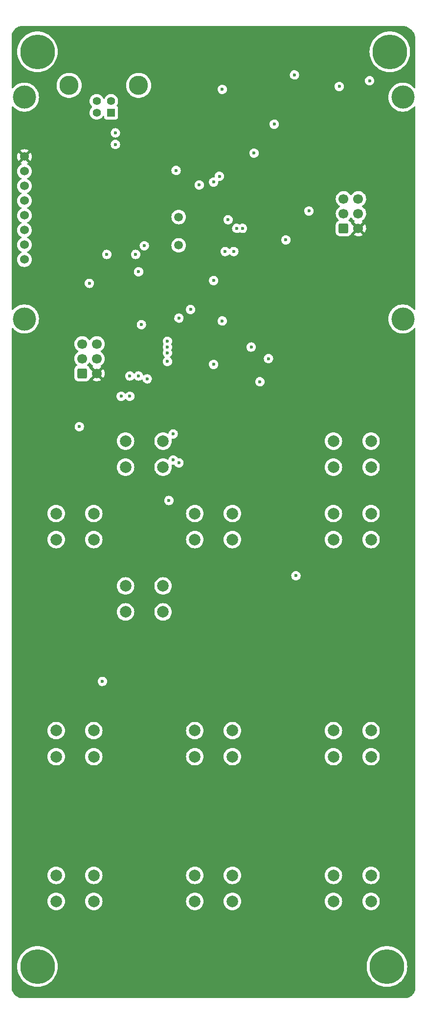
<source format=gbr>
%TF.GenerationSoftware,KiCad,Pcbnew,(6.0.8)*%
%TF.CreationDate,2022-11-03T00:25:58+01:00*%
%TF.ProjectId,crane,6372616e-652e-46b6-9963-61645f706362,rev?*%
%TF.SameCoordinates,Original*%
%TF.FileFunction,Copper,L2,Inr*%
%TF.FilePolarity,Positive*%
%FSLAX46Y46*%
G04 Gerber Fmt 4.6, Leading zero omitted, Abs format (unit mm)*
G04 Created by KiCad (PCBNEW (6.0.8)) date 2022-11-03 00:25:58*
%MOMM*%
%LPD*%
G01*
G04 APERTURE LIST*
G04 Aperture macros list*
%AMRoundRect*
0 Rectangle with rounded corners*
0 $1 Rounding radius*
0 $2 $3 $4 $5 $6 $7 $8 $9 X,Y pos of 4 corners*
0 Add a 4 corners polygon primitive as box body*
4,1,4,$2,$3,$4,$5,$6,$7,$8,$9,$2,$3,0*
0 Add four circle primitives for the rounded corners*
1,1,$1+$1,$2,$3*
1,1,$1+$1,$4,$5*
1,1,$1+$1,$6,$7*
1,1,$1+$1,$8,$9*
0 Add four rect primitives between the rounded corners*
20,1,$1+$1,$2,$3,$4,$5,0*
20,1,$1+$1,$4,$5,$6,$7,0*
20,1,$1+$1,$6,$7,$8,$9,0*
20,1,$1+$1,$8,$9,$2,$3,0*%
G04 Aperture macros list end*
%TA.AperFunction,ComponentPad*%
%ADD10R,1.408000X1.408000*%
%TD*%
%TA.AperFunction,ComponentPad*%
%ADD11C,1.408000*%
%TD*%
%TA.AperFunction,ComponentPad*%
%ADD12C,3.316000*%
%TD*%
%TA.AperFunction,ComponentPad*%
%ADD13C,1.524000*%
%TD*%
%TA.AperFunction,ComponentPad*%
%ADD14C,4.000000*%
%TD*%
%TA.AperFunction,ComponentPad*%
%ADD15C,2.000000*%
%TD*%
%TA.AperFunction,ComponentPad*%
%ADD16C,6.000000*%
%TD*%
%TA.AperFunction,ComponentPad*%
%ADD17RoundRect,0.250000X-0.600000X-0.600000X0.600000X-0.600000X0.600000X0.600000X-0.600000X0.600000X0*%
%TD*%
%TA.AperFunction,ComponentPad*%
%ADD18C,1.700000*%
%TD*%
%TA.AperFunction,ComponentPad*%
%ADD19C,1.500000*%
%TD*%
%TA.AperFunction,ViaPad*%
%ADD20C,0.600000*%
%TD*%
G04 APERTURE END LIST*
D10*
%TO.N,/MCU/USBVCC_SOCKET*%
%TO.C,J1*%
X132250000Y-102500000D03*
D11*
%TO.N,/MCU/USB_D-*%
X129750000Y-102500000D03*
%TO.N,/MCU/USB_D+*%
X129750000Y-100500000D03*
%TO.N,Net-(FB1-Pad1)*%
X132250000Y-100500000D03*
D12*
X124980000Y-97800000D03*
X137020000Y-97800000D03*
%TD*%
D13*
%TO.N,LCD_BL*%
%TO.C,U1*%
X117250000Y-127890000D03*
%TO.N,LCD_RST*%
X117250000Y-125350000D03*
%TO.N,LCD_DC*%
X117250000Y-122810000D03*
%TO.N,LCD_CS*%
X117250000Y-120270000D03*
%TO.N,LCD_CLK*%
X117250000Y-117730000D03*
%TO.N,LCD_DIN*%
X117250000Y-115190000D03*
%TO.N,GND*%
X117250000Y-112650000D03*
%TO.N,+5V*%
X117250000Y-110110000D03*
D14*
%TO.N,N/C*%
X182750000Y-138150000D03*
X117250000Y-99850000D03*
X182750000Y-99850000D03*
X117250000Y-138150000D03*
%TD*%
D15*
%TO.N,SW_C2*%
%TO.C,SW11*%
X146750000Y-234250000D03*
X153250000Y-234250000D03*
%TO.N,Net-(D11-Pad2)*%
X153250000Y-238750000D03*
X146750000Y-238750000D03*
%TD*%
%TO.N,SW_C1*%
%TO.C,SW5*%
X146750000Y-171750000D03*
X153250000Y-171750000D03*
%TO.N,Net-(D5-Pad2)*%
X146750000Y-176250000D03*
X153250000Y-176250000D03*
%TD*%
%TO.N,SW_C1*%
%TO.C,SW8*%
X146750000Y-209250000D03*
X153250000Y-209250000D03*
%TO.N,Net-(D8-Pad2)*%
X146750000Y-213750000D03*
X153250000Y-213750000D03*
%TD*%
D16*
%TO.N,N/C*%
%TO.C,H2*%
X180000000Y-250000000D03*
%TD*%
D15*
%TO.N,SW_C2*%
%TO.C,SW10*%
X122750000Y-234250000D03*
X129250000Y-234250000D03*
%TO.N,Net-(D10-Pad2)*%
X122750000Y-238750000D03*
X129250000Y-238750000D03*
%TD*%
D16*
%TO.N,N/C*%
%TO.C,H3*%
X119500000Y-250000000D03*
%TD*%
D15*
%TO.N,SW_C2*%
%TO.C,SW12*%
X170750000Y-234250000D03*
X177250000Y-234250000D03*
%TO.N,Net-(D12-Pad2)*%
X177250000Y-238750000D03*
X170750000Y-238750000D03*
%TD*%
%TO.N,SW_C0*%
%TO.C,SW1*%
X177250000Y-159250000D03*
X170750000Y-159250000D03*
%TO.N,Net-(D1-Pad2)*%
X170750000Y-163750000D03*
X177250000Y-163750000D03*
%TD*%
D16*
%TO.N,N/C*%
%TO.C,H4*%
X180500000Y-92000000D03*
%TD*%
D15*
%TO.N,SW_C0*%
%TO.C,SW3*%
X134750000Y-159250000D03*
X141250000Y-159250000D03*
%TO.N,Net-(D3-Pad2)*%
X134750000Y-163750000D03*
X141250000Y-163750000D03*
%TD*%
%TO.N,SW_C2*%
%TO.C,SW9*%
X170750000Y-209250000D03*
X177250000Y-209250000D03*
%TO.N,Net-(D9-Pad2)*%
X170750000Y-213750000D03*
X177250000Y-213750000D03*
%TD*%
%TO.N,SW_C0*%
%TO.C,SW2*%
X122750000Y-171750000D03*
X129250000Y-171750000D03*
%TO.N,Net-(D2-Pad2)*%
X122750000Y-176250000D03*
X129250000Y-176250000D03*
%TD*%
%TO.N,SW_C1*%
%TO.C,SW7*%
X122750000Y-209250000D03*
X129250000Y-209250000D03*
%TO.N,Net-(D7-Pad2)*%
X122750000Y-213750000D03*
X129250000Y-213750000D03*
%TD*%
D16*
%TO.N,N/C*%
%TO.C,H1*%
X119500000Y-92000000D03*
%TD*%
D15*
%TO.N,SW_C0*%
%TO.C,SW4*%
X134750000Y-184250000D03*
X141250000Y-184250000D03*
%TO.N,Net-(D4-Pad2)*%
X134750000Y-188750000D03*
X141250000Y-188750000D03*
%TD*%
%TO.N,SW_C1*%
%TO.C,SW6*%
X177250000Y-171750000D03*
X170750000Y-171750000D03*
%TO.N,Net-(D6-Pad2)*%
X177250000Y-176250000D03*
X170750000Y-176250000D03*
%TD*%
D17*
%TO.N,MISO*%
%TO.C,J8*%
X127247500Y-147545000D03*
D18*
%TO.N,+5V*%
X129787500Y-147545000D03*
%TO.N,SCK*%
X127247500Y-145005000D03*
%TO.N,MOSI*%
X129787500Y-145005000D03*
%TO.N,RESET*%
X127247500Y-142465000D03*
%TO.N,GND*%
X129787500Y-142465000D03*
%TD*%
D19*
%TO.N,Net-(C15-Pad2)*%
%TO.C,Y2*%
X143950000Y-120550000D03*
%TO.N,Net-(C14-Pad2)*%
X143950000Y-125430000D03*
%TD*%
D17*
%TO.N,MISO2*%
%TO.C,J10*%
X172500000Y-122500000D03*
D18*
%TO.N,+5V*%
X175040000Y-122500000D03*
%TO.N,SCK2*%
X172500000Y-119960000D03*
%TO.N,MOSI2*%
X175040000Y-119960000D03*
%TO.N,RESET2*%
X172500000Y-117420000D03*
%TO.N,GND*%
X175040000Y-117420000D03*
%TD*%
D20*
%TO.N,GND*%
X142250000Y-169500000D03*
X130750000Y-200750000D03*
X164250000Y-182500000D03*
X126750000Y-156750000D03*
X171750000Y-98000000D03*
X158000000Y-149000000D03*
X137000000Y-130000000D03*
X150000000Y-146000000D03*
X156500000Y-143000000D03*
%TO.N,+5V*%
X162050000Y-154950000D03*
X144000000Y-145500000D03*
%TO.N,SW_R2*%
X143000000Y-162500000D03*
X143000000Y-158000000D03*
%TO.N,SW_C1*%
X159500000Y-145000000D03*
%TO.N,SW_R0*%
X142000000Y-145500000D03*
X144000000Y-163000000D03*
%TO.N,SW_R1*%
X138500000Y-148500000D03*
X134000000Y-151500000D03*
%TO.N,SW_C0*%
X137000000Y-148000000D03*
%TO.N,SW_R3*%
X135500000Y-151500000D03*
X135500000Y-148000000D03*
%TO.N,GND*%
X138000000Y-125500000D03*
X164000000Y-96000000D03*
X177000000Y-97000000D03*
X160500000Y-104500000D03*
%TO.N,+5V*%
X160000000Y-143000000D03*
%TO.N,LCD_CS*%
X137500000Y-139124500D03*
%TO.N,LCD_DIN*%
X144000000Y-138000000D03*
%TO.N,LCD_BL*%
X128500000Y-132000000D03*
%TO.N,LCD_DC*%
X142000000Y-144000000D03*
%TO.N,LCD_RST*%
X142000000Y-143000000D03*
%TO.N,LCD_BL*%
X142000000Y-142000000D03*
%TO.N,LCD_CLK*%
X146000000Y-136500000D03*
%TO.N,GND*%
X151500000Y-138500000D03*
X150000000Y-131500000D03*
%TO.N,RESET2*%
X136500000Y-127000000D03*
X131500000Y-127000000D03*
%TO.N,+5V*%
X148000000Y-121000000D03*
%TO.N,USBVCC*%
X153500000Y-126500000D03*
X150000000Y-114500000D03*
%TO.N,Net-(C16-Pad1)*%
X143500000Y-112500000D03*
%TO.N,Net-(R6-Pad2)*%
X133000000Y-108000000D03*
%TO.N,Net-(R5-Pad2)*%
X133000000Y-106000000D03*
%TO.N,Net-(JP1-Pad2)*%
X152500000Y-121000000D03*
%TO.N,Net-(C16-Pad1)*%
X152000000Y-126500000D03*
%TO.N,Net-(R5-Pad2)*%
X155000000Y-122500000D03*
%TO.N,Net-(R6-Pad2)*%
X154000000Y-122500000D03*
%TO.N,Net-(JP1-Pad2)*%
X147500000Y-115000000D03*
%TO.N,+5V*%
X150500000Y-110500000D03*
%TO.N,RESET*%
X162500000Y-124500000D03*
X151000000Y-113500000D03*
%TO.N,Net-(C18-Pad1)*%
X151500000Y-98500000D03*
X157000000Y-109500000D03*
%TO.N,+5V*%
X138500000Y-153000000D03*
%TO.N,RESET2*%
X166500000Y-119500000D03*
%TO.N,+5V*%
X150000000Y-138500000D03*
X160500000Y-134500000D03*
X161000000Y-129000000D03*
X178500000Y-105000000D03*
X159000000Y-93000000D03*
X163000000Y-105000000D03*
X167000000Y-101000000D03*
X131000000Y-109000000D03*
X158000000Y-154000000D03*
%TD*%
%TA.AperFunction,Conductor*%
%TO.N,+5V*%
G36*
X183122912Y-87589205D02*
G01*
X183255845Y-87630628D01*
X183376231Y-87668142D01*
X183390445Y-87673534D01*
X183616584Y-87775310D01*
X183650906Y-87790757D01*
X183664379Y-87797828D01*
X183908813Y-87945595D01*
X183921334Y-87954238D01*
X184146171Y-88130385D01*
X184157560Y-88140475D01*
X184359525Y-88342440D01*
X184369615Y-88353829D01*
X184545762Y-88578666D01*
X184554405Y-88591187D01*
X184702172Y-88835621D01*
X184709242Y-88849092D01*
X184826466Y-89109555D01*
X184831858Y-89123769D01*
X184842421Y-89157668D01*
X184910795Y-89377088D01*
X184916500Y-89414573D01*
X184916500Y-98183498D01*
X184896498Y-98251619D01*
X184842842Y-98298112D01*
X184772568Y-98308216D01*
X184707988Y-98278722D01*
X184693415Y-98263813D01*
X184584765Y-98132477D01*
X184584754Y-98132465D01*
X184582233Y-98129418D01*
X184352140Y-97913346D01*
X184096779Y-97727816D01*
X184060067Y-97707633D01*
X183823648Y-97577660D01*
X183823647Y-97577659D01*
X183820179Y-97575753D01*
X183816510Y-97574300D01*
X183816505Y-97574298D01*
X183530372Y-97461010D01*
X183530371Y-97461010D01*
X183526702Y-97459557D01*
X183220975Y-97381060D01*
X182907821Y-97341500D01*
X182592179Y-97341500D01*
X182279025Y-97381060D01*
X181973298Y-97459557D01*
X181969629Y-97461010D01*
X181969628Y-97461010D01*
X181683495Y-97574298D01*
X181683490Y-97574300D01*
X181679821Y-97575753D01*
X181676353Y-97577659D01*
X181676352Y-97577660D01*
X181439934Y-97707633D01*
X181403221Y-97727816D01*
X181147860Y-97913346D01*
X180917767Y-98129418D01*
X180915243Y-98132469D01*
X180915242Y-98132470D01*
X180851997Y-98208920D01*
X180716568Y-98372625D01*
X180547438Y-98639131D01*
X180545754Y-98642710D01*
X180545750Y-98642717D01*
X180420471Y-98908950D01*
X180413044Y-98924734D01*
X180315505Y-99224928D01*
X180256359Y-99534980D01*
X180236540Y-99850000D01*
X180256359Y-100165020D01*
X180315505Y-100475072D01*
X180413044Y-100775266D01*
X180414731Y-100778852D01*
X180414733Y-100778856D01*
X180545750Y-101057283D01*
X180545754Y-101057290D01*
X180547438Y-101060869D01*
X180716568Y-101327375D01*
X180803733Y-101432739D01*
X180907113Y-101557703D01*
X180917767Y-101570582D01*
X181147860Y-101786654D01*
X181403221Y-101972184D01*
X181406690Y-101974091D01*
X181406693Y-101974093D01*
X181676352Y-102122340D01*
X181679821Y-102124247D01*
X181683490Y-102125700D01*
X181683495Y-102125702D01*
X181969628Y-102238990D01*
X181973298Y-102240443D01*
X182279025Y-102318940D01*
X182592179Y-102358500D01*
X182907821Y-102358500D01*
X183220975Y-102318940D01*
X183526702Y-102240443D01*
X183530372Y-102238990D01*
X183816505Y-102125702D01*
X183816510Y-102125700D01*
X183820179Y-102124247D01*
X183823648Y-102122340D01*
X184093307Y-101974093D01*
X184093310Y-101974091D01*
X184096779Y-101972184D01*
X184352140Y-101786654D01*
X184582233Y-101570582D01*
X184584758Y-101567530D01*
X184584765Y-101567523D01*
X184693415Y-101436187D01*
X184752249Y-101396448D01*
X184823227Y-101394826D01*
X184883815Y-101431836D01*
X184914775Y-101495726D01*
X184916500Y-101516502D01*
X184916500Y-136483498D01*
X184896498Y-136551619D01*
X184842842Y-136598112D01*
X184772568Y-136608216D01*
X184707988Y-136578722D01*
X184693415Y-136563813D01*
X184584765Y-136432477D01*
X184584754Y-136432465D01*
X184582233Y-136429418D01*
X184352140Y-136213346D01*
X184096779Y-136027816D01*
X184036404Y-135994624D01*
X183823648Y-135877660D01*
X183823647Y-135877659D01*
X183820179Y-135875753D01*
X183816510Y-135874300D01*
X183816505Y-135874298D01*
X183530372Y-135761010D01*
X183530371Y-135761010D01*
X183526702Y-135759557D01*
X183220975Y-135681060D01*
X182907821Y-135641500D01*
X182592179Y-135641500D01*
X182279025Y-135681060D01*
X181973298Y-135759557D01*
X181969629Y-135761010D01*
X181969628Y-135761010D01*
X181683495Y-135874298D01*
X181683490Y-135874300D01*
X181679821Y-135875753D01*
X181676353Y-135877659D01*
X181676352Y-135877660D01*
X181463597Y-135994624D01*
X181403221Y-136027816D01*
X181147860Y-136213346D01*
X180917767Y-136429418D01*
X180915243Y-136432469D01*
X180915242Y-136432470D01*
X180817168Y-136551021D01*
X180716568Y-136672625D01*
X180547438Y-136939131D01*
X180545754Y-136942710D01*
X180545750Y-136942717D01*
X180421367Y-137207047D01*
X180413044Y-137224734D01*
X180315505Y-137524928D01*
X180256359Y-137834980D01*
X180236540Y-138150000D01*
X180256359Y-138465020D01*
X180315505Y-138775072D01*
X180413044Y-139075266D01*
X180414731Y-139078852D01*
X180414733Y-139078856D01*
X180545750Y-139357283D01*
X180545754Y-139357290D01*
X180547438Y-139360869D01*
X180716568Y-139627375D01*
X180719093Y-139630427D01*
X180855841Y-139795726D01*
X180917767Y-139870582D01*
X181147860Y-140086654D01*
X181403221Y-140272184D01*
X181679821Y-140424247D01*
X181683490Y-140425700D01*
X181683495Y-140425702D01*
X181969628Y-140538990D01*
X181973298Y-140540443D01*
X182279025Y-140618940D01*
X182592179Y-140658500D01*
X182907821Y-140658500D01*
X183220975Y-140618940D01*
X183526702Y-140540443D01*
X183530372Y-140538990D01*
X183816505Y-140425702D01*
X183816510Y-140425700D01*
X183820179Y-140424247D01*
X184096779Y-140272184D01*
X184352140Y-140086654D01*
X184582233Y-139870582D01*
X184584758Y-139867530D01*
X184584765Y-139867523D01*
X184693415Y-139736187D01*
X184752249Y-139696448D01*
X184823227Y-139694826D01*
X184883815Y-139731836D01*
X184914775Y-139795726D01*
X184916500Y-139816502D01*
X184916500Y-254015673D01*
X184909813Y-254056174D01*
X184842561Y-254254292D01*
X184836254Y-254269519D01*
X184728343Y-254488342D01*
X184720102Y-254502616D01*
X184584553Y-254705478D01*
X184574520Y-254718553D01*
X184413648Y-254901993D01*
X184401993Y-254913648D01*
X184218553Y-255074520D01*
X184205478Y-255084553D01*
X184002616Y-255220102D01*
X183988342Y-255228343D01*
X183769519Y-255336254D01*
X183754292Y-255342561D01*
X183556174Y-255409813D01*
X183515673Y-255416500D01*
X116484327Y-255416500D01*
X116443826Y-255409813D01*
X116245708Y-255342561D01*
X116230481Y-255336254D01*
X116011658Y-255228343D01*
X115997384Y-255220102D01*
X115794522Y-255084553D01*
X115781447Y-255074520D01*
X115598007Y-254913648D01*
X115586352Y-254901993D01*
X115425480Y-254718553D01*
X115415447Y-254705478D01*
X115279898Y-254502616D01*
X115271657Y-254488342D01*
X115163746Y-254269519D01*
X115157439Y-254254292D01*
X115090187Y-254056174D01*
X115083500Y-254015673D01*
X115083500Y-250000000D01*
X115986685Y-250000000D01*
X116005931Y-250367241D01*
X116063459Y-250730459D01*
X116158639Y-251085674D01*
X116290427Y-251428994D01*
X116457380Y-251756657D01*
X116657668Y-252065075D01*
X116889098Y-252350867D01*
X117149133Y-252610902D01*
X117434925Y-252842332D01*
X117743342Y-253042620D01*
X117746276Y-253044115D01*
X117746283Y-253044119D01*
X118068066Y-253208075D01*
X118071006Y-253209573D01*
X118414326Y-253341361D01*
X118769541Y-253436541D01*
X118962558Y-253467112D01*
X119129511Y-253493555D01*
X119129519Y-253493556D01*
X119132759Y-253494069D01*
X119500000Y-253513315D01*
X119867241Y-253494069D01*
X119870481Y-253493556D01*
X119870489Y-253493555D01*
X120037442Y-253467112D01*
X120230459Y-253436541D01*
X120585674Y-253341361D01*
X120928994Y-253209573D01*
X120931934Y-253208075D01*
X121253717Y-253044119D01*
X121253724Y-253044115D01*
X121256658Y-253042620D01*
X121565075Y-252842332D01*
X121850867Y-252610902D01*
X122110902Y-252350867D01*
X122342332Y-252065075D01*
X122542620Y-251756657D01*
X122709573Y-251428994D01*
X122841361Y-251085674D01*
X122936541Y-250730459D01*
X122994069Y-250367241D01*
X123013315Y-250000000D01*
X176486685Y-250000000D01*
X176505931Y-250367241D01*
X176563459Y-250730459D01*
X176658639Y-251085674D01*
X176790427Y-251428994D01*
X176957380Y-251756657D01*
X177157668Y-252065075D01*
X177389098Y-252350867D01*
X177649133Y-252610902D01*
X177934925Y-252842332D01*
X178243342Y-253042620D01*
X178246276Y-253044115D01*
X178246283Y-253044119D01*
X178568066Y-253208075D01*
X178571006Y-253209573D01*
X178914326Y-253341361D01*
X179269541Y-253436541D01*
X179462558Y-253467112D01*
X179629511Y-253493555D01*
X179629519Y-253493556D01*
X179632759Y-253494069D01*
X180000000Y-253513315D01*
X180367241Y-253494069D01*
X180370481Y-253493556D01*
X180370489Y-253493555D01*
X180537442Y-253467112D01*
X180730459Y-253436541D01*
X181085674Y-253341361D01*
X181428994Y-253209573D01*
X181431934Y-253208075D01*
X181753717Y-253044119D01*
X181753724Y-253044115D01*
X181756658Y-253042620D01*
X182065075Y-252842332D01*
X182350867Y-252610902D01*
X182610902Y-252350867D01*
X182842332Y-252065075D01*
X183042620Y-251756657D01*
X183209573Y-251428994D01*
X183341361Y-251085674D01*
X183436541Y-250730459D01*
X183494069Y-250367241D01*
X183513315Y-250000000D01*
X183494069Y-249632759D01*
X183436541Y-249269541D01*
X183341361Y-248914326D01*
X183209573Y-248571006D01*
X183042620Y-248243343D01*
X182842332Y-247934925D01*
X182610902Y-247649133D01*
X182350867Y-247389098D01*
X182065075Y-247157668D01*
X181756658Y-246957380D01*
X181753724Y-246955885D01*
X181753717Y-246955881D01*
X181431934Y-246791925D01*
X181428994Y-246790427D01*
X181085674Y-246658639D01*
X180730459Y-246563459D01*
X180537442Y-246532888D01*
X180370489Y-246506445D01*
X180370481Y-246506444D01*
X180367241Y-246505931D01*
X180000000Y-246486685D01*
X179632759Y-246505931D01*
X179629519Y-246506444D01*
X179629511Y-246506445D01*
X179462558Y-246532888D01*
X179269541Y-246563459D01*
X178914326Y-246658639D01*
X178571006Y-246790427D01*
X178568066Y-246791925D01*
X178246284Y-246955881D01*
X178246277Y-246955885D01*
X178243343Y-246957380D01*
X177934925Y-247157668D01*
X177649133Y-247389098D01*
X177389098Y-247649133D01*
X177157668Y-247934925D01*
X176957380Y-248243343D01*
X176790427Y-248571006D01*
X176658639Y-248914326D01*
X176563459Y-249269541D01*
X176505931Y-249632759D01*
X176486685Y-250000000D01*
X123013315Y-250000000D01*
X122994069Y-249632759D01*
X122936541Y-249269541D01*
X122841361Y-248914326D01*
X122709573Y-248571006D01*
X122542620Y-248243343D01*
X122342332Y-247934925D01*
X122110902Y-247649133D01*
X121850867Y-247389098D01*
X121565075Y-247157668D01*
X121256658Y-246957380D01*
X121253724Y-246955885D01*
X121253717Y-246955881D01*
X120931934Y-246791925D01*
X120928994Y-246790427D01*
X120585674Y-246658639D01*
X120230459Y-246563459D01*
X120037442Y-246532888D01*
X119870489Y-246506445D01*
X119870481Y-246506444D01*
X119867241Y-246505931D01*
X119500000Y-246486685D01*
X119132759Y-246505931D01*
X119129519Y-246506444D01*
X119129511Y-246506445D01*
X118962558Y-246532888D01*
X118769541Y-246563459D01*
X118414326Y-246658639D01*
X118071006Y-246790427D01*
X118068066Y-246791925D01*
X117746284Y-246955881D01*
X117746277Y-246955885D01*
X117743343Y-246957380D01*
X117434925Y-247157668D01*
X117149133Y-247389098D01*
X116889098Y-247649133D01*
X116657668Y-247934925D01*
X116457380Y-248243343D01*
X116290427Y-248571006D01*
X116158639Y-248914326D01*
X116063459Y-249269541D01*
X116005931Y-249632759D01*
X115986685Y-250000000D01*
X115083500Y-250000000D01*
X115083500Y-238750000D01*
X121236835Y-238750000D01*
X121255465Y-238986711D01*
X121310895Y-239217594D01*
X121401760Y-239436963D01*
X121404346Y-239441183D01*
X121523241Y-239635202D01*
X121523245Y-239635208D01*
X121525824Y-239639416D01*
X121680031Y-239819969D01*
X121860584Y-239974176D01*
X121864792Y-239976755D01*
X121864798Y-239976759D01*
X122058817Y-240095654D01*
X122063037Y-240098240D01*
X122067607Y-240100133D01*
X122067611Y-240100135D01*
X122277833Y-240187211D01*
X122282406Y-240189105D01*
X122362609Y-240208360D01*
X122508476Y-240243380D01*
X122508482Y-240243381D01*
X122513289Y-240244535D01*
X122750000Y-240263165D01*
X122986711Y-240244535D01*
X122991518Y-240243381D01*
X122991524Y-240243380D01*
X123137391Y-240208360D01*
X123217594Y-240189105D01*
X123222167Y-240187211D01*
X123432389Y-240100135D01*
X123432393Y-240100133D01*
X123436963Y-240098240D01*
X123441183Y-240095654D01*
X123635202Y-239976759D01*
X123635208Y-239976755D01*
X123639416Y-239974176D01*
X123819969Y-239819969D01*
X123974176Y-239639416D01*
X123976755Y-239635208D01*
X123976759Y-239635202D01*
X124095654Y-239441183D01*
X124098240Y-239436963D01*
X124189105Y-239217594D01*
X124244535Y-238986711D01*
X124263165Y-238750000D01*
X127736835Y-238750000D01*
X127755465Y-238986711D01*
X127810895Y-239217594D01*
X127901760Y-239436963D01*
X127904346Y-239441183D01*
X128023241Y-239635202D01*
X128023245Y-239635208D01*
X128025824Y-239639416D01*
X128180031Y-239819969D01*
X128360584Y-239974176D01*
X128364792Y-239976755D01*
X128364798Y-239976759D01*
X128558817Y-240095654D01*
X128563037Y-240098240D01*
X128567607Y-240100133D01*
X128567611Y-240100135D01*
X128777833Y-240187211D01*
X128782406Y-240189105D01*
X128862609Y-240208360D01*
X129008476Y-240243380D01*
X129008482Y-240243381D01*
X129013289Y-240244535D01*
X129250000Y-240263165D01*
X129486711Y-240244535D01*
X129491518Y-240243381D01*
X129491524Y-240243380D01*
X129637391Y-240208360D01*
X129717594Y-240189105D01*
X129722167Y-240187211D01*
X129932389Y-240100135D01*
X129932393Y-240100133D01*
X129936963Y-240098240D01*
X129941183Y-240095654D01*
X130135202Y-239976759D01*
X130135208Y-239976755D01*
X130139416Y-239974176D01*
X130319969Y-239819969D01*
X130474176Y-239639416D01*
X130476755Y-239635208D01*
X130476759Y-239635202D01*
X130595654Y-239441183D01*
X130598240Y-239436963D01*
X130689105Y-239217594D01*
X130744535Y-238986711D01*
X130763165Y-238750000D01*
X145236835Y-238750000D01*
X145255465Y-238986711D01*
X145310895Y-239217594D01*
X145401760Y-239436963D01*
X145404346Y-239441183D01*
X145523241Y-239635202D01*
X145523245Y-239635208D01*
X145525824Y-239639416D01*
X145680031Y-239819969D01*
X145860584Y-239974176D01*
X145864792Y-239976755D01*
X145864798Y-239976759D01*
X146058817Y-240095654D01*
X146063037Y-240098240D01*
X146067607Y-240100133D01*
X146067611Y-240100135D01*
X146277833Y-240187211D01*
X146282406Y-240189105D01*
X146362609Y-240208360D01*
X146508476Y-240243380D01*
X146508482Y-240243381D01*
X146513289Y-240244535D01*
X146750000Y-240263165D01*
X146986711Y-240244535D01*
X146991518Y-240243381D01*
X146991524Y-240243380D01*
X147137391Y-240208360D01*
X147217594Y-240189105D01*
X147222167Y-240187211D01*
X147432389Y-240100135D01*
X147432393Y-240100133D01*
X147436963Y-240098240D01*
X147441183Y-240095654D01*
X147635202Y-239976759D01*
X147635208Y-239976755D01*
X147639416Y-239974176D01*
X147819969Y-239819969D01*
X147974176Y-239639416D01*
X147976755Y-239635208D01*
X147976759Y-239635202D01*
X148095654Y-239441183D01*
X148098240Y-239436963D01*
X148189105Y-239217594D01*
X148244535Y-238986711D01*
X148263165Y-238750000D01*
X151736835Y-238750000D01*
X151755465Y-238986711D01*
X151810895Y-239217594D01*
X151901760Y-239436963D01*
X151904346Y-239441183D01*
X152023241Y-239635202D01*
X152023245Y-239635208D01*
X152025824Y-239639416D01*
X152180031Y-239819969D01*
X152360584Y-239974176D01*
X152364792Y-239976755D01*
X152364798Y-239976759D01*
X152558817Y-240095654D01*
X152563037Y-240098240D01*
X152567607Y-240100133D01*
X152567611Y-240100135D01*
X152777833Y-240187211D01*
X152782406Y-240189105D01*
X152862609Y-240208360D01*
X153008476Y-240243380D01*
X153008482Y-240243381D01*
X153013289Y-240244535D01*
X153250000Y-240263165D01*
X153486711Y-240244535D01*
X153491518Y-240243381D01*
X153491524Y-240243380D01*
X153637391Y-240208360D01*
X153717594Y-240189105D01*
X153722167Y-240187211D01*
X153932389Y-240100135D01*
X153932393Y-240100133D01*
X153936963Y-240098240D01*
X153941183Y-240095654D01*
X154135202Y-239976759D01*
X154135208Y-239976755D01*
X154139416Y-239974176D01*
X154319969Y-239819969D01*
X154474176Y-239639416D01*
X154476755Y-239635208D01*
X154476759Y-239635202D01*
X154595654Y-239441183D01*
X154598240Y-239436963D01*
X154689105Y-239217594D01*
X154744535Y-238986711D01*
X154763165Y-238750000D01*
X169236835Y-238750000D01*
X169255465Y-238986711D01*
X169310895Y-239217594D01*
X169401760Y-239436963D01*
X169404346Y-239441183D01*
X169523241Y-239635202D01*
X169523245Y-239635208D01*
X169525824Y-239639416D01*
X169680031Y-239819969D01*
X169860584Y-239974176D01*
X169864792Y-239976755D01*
X169864798Y-239976759D01*
X170058817Y-240095654D01*
X170063037Y-240098240D01*
X170067607Y-240100133D01*
X170067611Y-240100135D01*
X170277833Y-240187211D01*
X170282406Y-240189105D01*
X170362609Y-240208360D01*
X170508476Y-240243380D01*
X170508482Y-240243381D01*
X170513289Y-240244535D01*
X170750000Y-240263165D01*
X170986711Y-240244535D01*
X170991518Y-240243381D01*
X170991524Y-240243380D01*
X171137391Y-240208360D01*
X171217594Y-240189105D01*
X171222167Y-240187211D01*
X171432389Y-240100135D01*
X171432393Y-240100133D01*
X171436963Y-240098240D01*
X171441183Y-240095654D01*
X171635202Y-239976759D01*
X171635208Y-239976755D01*
X171639416Y-239974176D01*
X171819969Y-239819969D01*
X171974176Y-239639416D01*
X171976755Y-239635208D01*
X171976759Y-239635202D01*
X172095654Y-239441183D01*
X172098240Y-239436963D01*
X172189105Y-239217594D01*
X172244535Y-238986711D01*
X172263165Y-238750000D01*
X175736835Y-238750000D01*
X175755465Y-238986711D01*
X175810895Y-239217594D01*
X175901760Y-239436963D01*
X175904346Y-239441183D01*
X176023241Y-239635202D01*
X176023245Y-239635208D01*
X176025824Y-239639416D01*
X176180031Y-239819969D01*
X176360584Y-239974176D01*
X176364792Y-239976755D01*
X176364798Y-239976759D01*
X176558817Y-240095654D01*
X176563037Y-240098240D01*
X176567607Y-240100133D01*
X176567611Y-240100135D01*
X176777833Y-240187211D01*
X176782406Y-240189105D01*
X176862609Y-240208360D01*
X177008476Y-240243380D01*
X177008482Y-240243381D01*
X177013289Y-240244535D01*
X177250000Y-240263165D01*
X177486711Y-240244535D01*
X177491518Y-240243381D01*
X177491524Y-240243380D01*
X177637391Y-240208360D01*
X177717594Y-240189105D01*
X177722167Y-240187211D01*
X177932389Y-240100135D01*
X177932393Y-240100133D01*
X177936963Y-240098240D01*
X177941183Y-240095654D01*
X178135202Y-239976759D01*
X178135208Y-239976755D01*
X178139416Y-239974176D01*
X178319969Y-239819969D01*
X178474176Y-239639416D01*
X178476755Y-239635208D01*
X178476759Y-239635202D01*
X178595654Y-239441183D01*
X178598240Y-239436963D01*
X178689105Y-239217594D01*
X178744535Y-238986711D01*
X178763165Y-238750000D01*
X178744535Y-238513289D01*
X178689105Y-238282406D01*
X178598240Y-238063037D01*
X178595654Y-238058817D01*
X178476759Y-237864798D01*
X178476755Y-237864792D01*
X178474176Y-237860584D01*
X178319969Y-237680031D01*
X178139416Y-237525824D01*
X178135208Y-237523245D01*
X178135202Y-237523241D01*
X177941183Y-237404346D01*
X177936963Y-237401760D01*
X177932393Y-237399867D01*
X177932389Y-237399865D01*
X177722167Y-237312789D01*
X177722165Y-237312788D01*
X177717594Y-237310895D01*
X177637391Y-237291640D01*
X177491524Y-237256620D01*
X177491518Y-237256619D01*
X177486711Y-237255465D01*
X177250000Y-237236835D01*
X177013289Y-237255465D01*
X177008482Y-237256619D01*
X177008476Y-237256620D01*
X176862609Y-237291640D01*
X176782406Y-237310895D01*
X176777835Y-237312788D01*
X176777833Y-237312789D01*
X176567611Y-237399865D01*
X176567607Y-237399867D01*
X176563037Y-237401760D01*
X176558817Y-237404346D01*
X176364798Y-237523241D01*
X176364792Y-237523245D01*
X176360584Y-237525824D01*
X176180031Y-237680031D01*
X176025824Y-237860584D01*
X176023245Y-237864792D01*
X176023241Y-237864798D01*
X175904346Y-238058817D01*
X175901760Y-238063037D01*
X175810895Y-238282406D01*
X175755465Y-238513289D01*
X175736835Y-238750000D01*
X172263165Y-238750000D01*
X172244535Y-238513289D01*
X172189105Y-238282406D01*
X172098240Y-238063037D01*
X172095654Y-238058817D01*
X171976759Y-237864798D01*
X171976755Y-237864792D01*
X171974176Y-237860584D01*
X171819969Y-237680031D01*
X171639416Y-237525824D01*
X171635208Y-237523245D01*
X171635202Y-237523241D01*
X171441183Y-237404346D01*
X171436963Y-237401760D01*
X171432393Y-237399867D01*
X171432389Y-237399865D01*
X171222167Y-237312789D01*
X171222165Y-237312788D01*
X171217594Y-237310895D01*
X171137391Y-237291640D01*
X170991524Y-237256620D01*
X170991518Y-237256619D01*
X170986711Y-237255465D01*
X170750000Y-237236835D01*
X170513289Y-237255465D01*
X170508482Y-237256619D01*
X170508476Y-237256620D01*
X170362609Y-237291640D01*
X170282406Y-237310895D01*
X170277835Y-237312788D01*
X170277833Y-237312789D01*
X170067611Y-237399865D01*
X170067607Y-237399867D01*
X170063037Y-237401760D01*
X170058817Y-237404346D01*
X169864798Y-237523241D01*
X169864792Y-237523245D01*
X169860584Y-237525824D01*
X169680031Y-237680031D01*
X169525824Y-237860584D01*
X169523245Y-237864792D01*
X169523241Y-237864798D01*
X169404346Y-238058817D01*
X169401760Y-238063037D01*
X169310895Y-238282406D01*
X169255465Y-238513289D01*
X169236835Y-238750000D01*
X154763165Y-238750000D01*
X154744535Y-238513289D01*
X154689105Y-238282406D01*
X154598240Y-238063037D01*
X154595654Y-238058817D01*
X154476759Y-237864798D01*
X154476755Y-237864792D01*
X154474176Y-237860584D01*
X154319969Y-237680031D01*
X154139416Y-237525824D01*
X154135208Y-237523245D01*
X154135202Y-237523241D01*
X153941183Y-237404346D01*
X153936963Y-237401760D01*
X153932393Y-237399867D01*
X153932389Y-237399865D01*
X153722167Y-237312789D01*
X153722165Y-237312788D01*
X153717594Y-237310895D01*
X153637391Y-237291640D01*
X153491524Y-237256620D01*
X153491518Y-237256619D01*
X153486711Y-237255465D01*
X153250000Y-237236835D01*
X153013289Y-237255465D01*
X153008482Y-237256619D01*
X153008476Y-237256620D01*
X152862609Y-237291640D01*
X152782406Y-237310895D01*
X152777835Y-237312788D01*
X152777833Y-237312789D01*
X152567611Y-237399865D01*
X152567607Y-237399867D01*
X152563037Y-237401760D01*
X152558817Y-237404346D01*
X152364798Y-237523241D01*
X152364792Y-237523245D01*
X152360584Y-237525824D01*
X152180031Y-237680031D01*
X152025824Y-237860584D01*
X152023245Y-237864792D01*
X152023241Y-237864798D01*
X151904346Y-238058817D01*
X151901760Y-238063037D01*
X151810895Y-238282406D01*
X151755465Y-238513289D01*
X151736835Y-238750000D01*
X148263165Y-238750000D01*
X148244535Y-238513289D01*
X148189105Y-238282406D01*
X148098240Y-238063037D01*
X148095654Y-238058817D01*
X147976759Y-237864798D01*
X147976755Y-237864792D01*
X147974176Y-237860584D01*
X147819969Y-237680031D01*
X147639416Y-237525824D01*
X147635208Y-237523245D01*
X147635202Y-237523241D01*
X147441183Y-237404346D01*
X147436963Y-237401760D01*
X147432393Y-237399867D01*
X147432389Y-237399865D01*
X147222167Y-237312789D01*
X147222165Y-237312788D01*
X147217594Y-237310895D01*
X147137391Y-237291640D01*
X146991524Y-237256620D01*
X146991518Y-237256619D01*
X146986711Y-237255465D01*
X146750000Y-237236835D01*
X146513289Y-237255465D01*
X146508482Y-237256619D01*
X146508476Y-237256620D01*
X146362609Y-237291640D01*
X146282406Y-237310895D01*
X146277835Y-237312788D01*
X146277833Y-237312789D01*
X146067611Y-237399865D01*
X146067607Y-237399867D01*
X146063037Y-237401760D01*
X146058817Y-237404346D01*
X145864798Y-237523241D01*
X145864792Y-237523245D01*
X145860584Y-237525824D01*
X145680031Y-237680031D01*
X145525824Y-237860584D01*
X145523245Y-237864792D01*
X145523241Y-237864798D01*
X145404346Y-238058817D01*
X145401760Y-238063037D01*
X145310895Y-238282406D01*
X145255465Y-238513289D01*
X145236835Y-238750000D01*
X130763165Y-238750000D01*
X130744535Y-238513289D01*
X130689105Y-238282406D01*
X130598240Y-238063037D01*
X130595654Y-238058817D01*
X130476759Y-237864798D01*
X130476755Y-237864792D01*
X130474176Y-237860584D01*
X130319969Y-237680031D01*
X130139416Y-237525824D01*
X130135208Y-237523245D01*
X130135202Y-237523241D01*
X129941183Y-237404346D01*
X129936963Y-237401760D01*
X129932393Y-237399867D01*
X129932389Y-237399865D01*
X129722167Y-237312789D01*
X129722165Y-237312788D01*
X129717594Y-237310895D01*
X129637391Y-237291640D01*
X129491524Y-237256620D01*
X129491518Y-237256619D01*
X129486711Y-237255465D01*
X129250000Y-237236835D01*
X129013289Y-237255465D01*
X129008482Y-237256619D01*
X129008476Y-237256620D01*
X128862609Y-237291640D01*
X128782406Y-237310895D01*
X128777835Y-237312788D01*
X128777833Y-237312789D01*
X128567611Y-237399865D01*
X128567607Y-237399867D01*
X128563037Y-237401760D01*
X128558817Y-237404346D01*
X128364798Y-237523241D01*
X128364792Y-237523245D01*
X128360584Y-237525824D01*
X128180031Y-237680031D01*
X128025824Y-237860584D01*
X128023245Y-237864792D01*
X128023241Y-237864798D01*
X127904346Y-238058817D01*
X127901760Y-238063037D01*
X127810895Y-238282406D01*
X127755465Y-238513289D01*
X127736835Y-238750000D01*
X124263165Y-238750000D01*
X124244535Y-238513289D01*
X124189105Y-238282406D01*
X124098240Y-238063037D01*
X124095654Y-238058817D01*
X123976759Y-237864798D01*
X123976755Y-237864792D01*
X123974176Y-237860584D01*
X123819969Y-237680031D01*
X123639416Y-237525824D01*
X123635208Y-237523245D01*
X123635202Y-237523241D01*
X123441183Y-237404346D01*
X123436963Y-237401760D01*
X123432393Y-237399867D01*
X123432389Y-237399865D01*
X123222167Y-237312789D01*
X123222165Y-237312788D01*
X123217594Y-237310895D01*
X123137391Y-237291640D01*
X122991524Y-237256620D01*
X122991518Y-237256619D01*
X122986711Y-237255465D01*
X122750000Y-237236835D01*
X122513289Y-237255465D01*
X122508482Y-237256619D01*
X122508476Y-237256620D01*
X122362609Y-237291640D01*
X122282406Y-237310895D01*
X122277835Y-237312788D01*
X122277833Y-237312789D01*
X122067611Y-237399865D01*
X122067607Y-237399867D01*
X122063037Y-237401760D01*
X122058817Y-237404346D01*
X121864798Y-237523241D01*
X121864792Y-237523245D01*
X121860584Y-237525824D01*
X121680031Y-237680031D01*
X121525824Y-237860584D01*
X121523245Y-237864792D01*
X121523241Y-237864798D01*
X121404346Y-238058817D01*
X121401760Y-238063037D01*
X121310895Y-238282406D01*
X121255465Y-238513289D01*
X121236835Y-238750000D01*
X115083500Y-238750000D01*
X115083500Y-234250000D01*
X121236835Y-234250000D01*
X121255465Y-234486711D01*
X121310895Y-234717594D01*
X121401760Y-234936963D01*
X121404346Y-234941183D01*
X121523241Y-235135202D01*
X121523245Y-235135208D01*
X121525824Y-235139416D01*
X121680031Y-235319969D01*
X121860584Y-235474176D01*
X121864792Y-235476755D01*
X121864798Y-235476759D01*
X122058817Y-235595654D01*
X122063037Y-235598240D01*
X122067607Y-235600133D01*
X122067611Y-235600135D01*
X122277833Y-235687211D01*
X122282406Y-235689105D01*
X122362609Y-235708360D01*
X122508476Y-235743380D01*
X122508482Y-235743381D01*
X122513289Y-235744535D01*
X122750000Y-235763165D01*
X122986711Y-235744535D01*
X122991518Y-235743381D01*
X122991524Y-235743380D01*
X123137391Y-235708360D01*
X123217594Y-235689105D01*
X123222167Y-235687211D01*
X123432389Y-235600135D01*
X123432393Y-235600133D01*
X123436963Y-235598240D01*
X123441183Y-235595654D01*
X123635202Y-235476759D01*
X123635208Y-235476755D01*
X123639416Y-235474176D01*
X123819969Y-235319969D01*
X123974176Y-235139416D01*
X123976755Y-235135208D01*
X123976759Y-235135202D01*
X124095654Y-234941183D01*
X124098240Y-234936963D01*
X124189105Y-234717594D01*
X124244535Y-234486711D01*
X124263165Y-234250000D01*
X127736835Y-234250000D01*
X127755465Y-234486711D01*
X127810895Y-234717594D01*
X127901760Y-234936963D01*
X127904346Y-234941183D01*
X128023241Y-235135202D01*
X128023245Y-235135208D01*
X128025824Y-235139416D01*
X128180031Y-235319969D01*
X128360584Y-235474176D01*
X128364792Y-235476755D01*
X128364798Y-235476759D01*
X128558817Y-235595654D01*
X128563037Y-235598240D01*
X128567607Y-235600133D01*
X128567611Y-235600135D01*
X128777833Y-235687211D01*
X128782406Y-235689105D01*
X128862609Y-235708360D01*
X129008476Y-235743380D01*
X129008482Y-235743381D01*
X129013289Y-235744535D01*
X129250000Y-235763165D01*
X129486711Y-235744535D01*
X129491518Y-235743381D01*
X129491524Y-235743380D01*
X129637391Y-235708360D01*
X129717594Y-235689105D01*
X129722167Y-235687211D01*
X129932389Y-235600135D01*
X129932393Y-235600133D01*
X129936963Y-235598240D01*
X129941183Y-235595654D01*
X130135202Y-235476759D01*
X130135208Y-235476755D01*
X130139416Y-235474176D01*
X130319969Y-235319969D01*
X130474176Y-235139416D01*
X130476755Y-235135208D01*
X130476759Y-235135202D01*
X130595654Y-234941183D01*
X130598240Y-234936963D01*
X130689105Y-234717594D01*
X130744535Y-234486711D01*
X130763165Y-234250000D01*
X145236835Y-234250000D01*
X145255465Y-234486711D01*
X145310895Y-234717594D01*
X145401760Y-234936963D01*
X145404346Y-234941183D01*
X145523241Y-235135202D01*
X145523245Y-235135208D01*
X145525824Y-235139416D01*
X145680031Y-235319969D01*
X145860584Y-235474176D01*
X145864792Y-235476755D01*
X145864798Y-235476759D01*
X146058817Y-235595654D01*
X146063037Y-235598240D01*
X146067607Y-235600133D01*
X146067611Y-235600135D01*
X146277833Y-235687211D01*
X146282406Y-235689105D01*
X146362609Y-235708360D01*
X146508476Y-235743380D01*
X146508482Y-235743381D01*
X146513289Y-235744535D01*
X146750000Y-235763165D01*
X146986711Y-235744535D01*
X146991518Y-235743381D01*
X146991524Y-235743380D01*
X147137391Y-235708360D01*
X147217594Y-235689105D01*
X147222167Y-235687211D01*
X147432389Y-235600135D01*
X147432393Y-235600133D01*
X147436963Y-235598240D01*
X147441183Y-235595654D01*
X147635202Y-235476759D01*
X147635208Y-235476755D01*
X147639416Y-235474176D01*
X147819969Y-235319969D01*
X147974176Y-235139416D01*
X147976755Y-235135208D01*
X147976759Y-235135202D01*
X148095654Y-234941183D01*
X148098240Y-234936963D01*
X148189105Y-234717594D01*
X148244535Y-234486711D01*
X148263165Y-234250000D01*
X151736835Y-234250000D01*
X151755465Y-234486711D01*
X151810895Y-234717594D01*
X151901760Y-234936963D01*
X151904346Y-234941183D01*
X152023241Y-235135202D01*
X152023245Y-235135208D01*
X152025824Y-235139416D01*
X152180031Y-235319969D01*
X152360584Y-235474176D01*
X152364792Y-235476755D01*
X152364798Y-235476759D01*
X152558817Y-235595654D01*
X152563037Y-235598240D01*
X152567607Y-235600133D01*
X152567611Y-235600135D01*
X152777833Y-235687211D01*
X152782406Y-235689105D01*
X152862609Y-235708360D01*
X153008476Y-235743380D01*
X153008482Y-235743381D01*
X153013289Y-235744535D01*
X153250000Y-235763165D01*
X153486711Y-235744535D01*
X153491518Y-235743381D01*
X153491524Y-235743380D01*
X153637391Y-235708360D01*
X153717594Y-235689105D01*
X153722167Y-235687211D01*
X153932389Y-235600135D01*
X153932393Y-235600133D01*
X153936963Y-235598240D01*
X153941183Y-235595654D01*
X154135202Y-235476759D01*
X154135208Y-235476755D01*
X154139416Y-235474176D01*
X154319969Y-235319969D01*
X154474176Y-235139416D01*
X154476755Y-235135208D01*
X154476759Y-235135202D01*
X154595654Y-234941183D01*
X154598240Y-234936963D01*
X154689105Y-234717594D01*
X154744535Y-234486711D01*
X154763165Y-234250000D01*
X169236835Y-234250000D01*
X169255465Y-234486711D01*
X169310895Y-234717594D01*
X169401760Y-234936963D01*
X169404346Y-234941183D01*
X169523241Y-235135202D01*
X169523245Y-235135208D01*
X169525824Y-235139416D01*
X169680031Y-235319969D01*
X169860584Y-235474176D01*
X169864792Y-235476755D01*
X169864798Y-235476759D01*
X170058817Y-235595654D01*
X170063037Y-235598240D01*
X170067607Y-235600133D01*
X170067611Y-235600135D01*
X170277833Y-235687211D01*
X170282406Y-235689105D01*
X170362609Y-235708360D01*
X170508476Y-235743380D01*
X170508482Y-235743381D01*
X170513289Y-235744535D01*
X170750000Y-235763165D01*
X170986711Y-235744535D01*
X170991518Y-235743381D01*
X170991524Y-235743380D01*
X171137391Y-235708360D01*
X171217594Y-235689105D01*
X171222167Y-235687211D01*
X171432389Y-235600135D01*
X171432393Y-235600133D01*
X171436963Y-235598240D01*
X171441183Y-235595654D01*
X171635202Y-235476759D01*
X171635208Y-235476755D01*
X171639416Y-235474176D01*
X171819969Y-235319969D01*
X171974176Y-235139416D01*
X171976755Y-235135208D01*
X171976759Y-235135202D01*
X172095654Y-234941183D01*
X172098240Y-234936963D01*
X172189105Y-234717594D01*
X172244535Y-234486711D01*
X172263165Y-234250000D01*
X175736835Y-234250000D01*
X175755465Y-234486711D01*
X175810895Y-234717594D01*
X175901760Y-234936963D01*
X175904346Y-234941183D01*
X176023241Y-235135202D01*
X176023245Y-235135208D01*
X176025824Y-235139416D01*
X176180031Y-235319969D01*
X176360584Y-235474176D01*
X176364792Y-235476755D01*
X176364798Y-235476759D01*
X176558817Y-235595654D01*
X176563037Y-235598240D01*
X176567607Y-235600133D01*
X176567611Y-235600135D01*
X176777833Y-235687211D01*
X176782406Y-235689105D01*
X176862609Y-235708360D01*
X177008476Y-235743380D01*
X177008482Y-235743381D01*
X177013289Y-235744535D01*
X177250000Y-235763165D01*
X177486711Y-235744535D01*
X177491518Y-235743381D01*
X177491524Y-235743380D01*
X177637391Y-235708360D01*
X177717594Y-235689105D01*
X177722167Y-235687211D01*
X177932389Y-235600135D01*
X177932393Y-235600133D01*
X177936963Y-235598240D01*
X177941183Y-235595654D01*
X178135202Y-235476759D01*
X178135208Y-235476755D01*
X178139416Y-235474176D01*
X178319969Y-235319969D01*
X178474176Y-235139416D01*
X178476755Y-235135208D01*
X178476759Y-235135202D01*
X178595654Y-234941183D01*
X178598240Y-234936963D01*
X178689105Y-234717594D01*
X178744535Y-234486711D01*
X178763165Y-234250000D01*
X178744535Y-234013289D01*
X178689105Y-233782406D01*
X178598240Y-233563037D01*
X178595654Y-233558817D01*
X178476759Y-233364798D01*
X178476755Y-233364792D01*
X178474176Y-233360584D01*
X178319969Y-233180031D01*
X178139416Y-233025824D01*
X178135208Y-233023245D01*
X178135202Y-233023241D01*
X177941183Y-232904346D01*
X177936963Y-232901760D01*
X177932393Y-232899867D01*
X177932389Y-232899865D01*
X177722167Y-232812789D01*
X177722165Y-232812788D01*
X177717594Y-232810895D01*
X177637391Y-232791640D01*
X177491524Y-232756620D01*
X177491518Y-232756619D01*
X177486711Y-232755465D01*
X177250000Y-232736835D01*
X177013289Y-232755465D01*
X177008482Y-232756619D01*
X177008476Y-232756620D01*
X176862609Y-232791640D01*
X176782406Y-232810895D01*
X176777835Y-232812788D01*
X176777833Y-232812789D01*
X176567611Y-232899865D01*
X176567607Y-232899867D01*
X176563037Y-232901760D01*
X176558817Y-232904346D01*
X176364798Y-233023241D01*
X176364792Y-233023245D01*
X176360584Y-233025824D01*
X176180031Y-233180031D01*
X176025824Y-233360584D01*
X176023245Y-233364792D01*
X176023241Y-233364798D01*
X175904346Y-233558817D01*
X175901760Y-233563037D01*
X175810895Y-233782406D01*
X175755465Y-234013289D01*
X175736835Y-234250000D01*
X172263165Y-234250000D01*
X172244535Y-234013289D01*
X172189105Y-233782406D01*
X172098240Y-233563037D01*
X172095654Y-233558817D01*
X171976759Y-233364798D01*
X171976755Y-233364792D01*
X171974176Y-233360584D01*
X171819969Y-233180031D01*
X171639416Y-233025824D01*
X171635208Y-233023245D01*
X171635202Y-233023241D01*
X171441183Y-232904346D01*
X171436963Y-232901760D01*
X171432393Y-232899867D01*
X171432389Y-232899865D01*
X171222167Y-232812789D01*
X171222165Y-232812788D01*
X171217594Y-232810895D01*
X171137391Y-232791640D01*
X170991524Y-232756620D01*
X170991518Y-232756619D01*
X170986711Y-232755465D01*
X170750000Y-232736835D01*
X170513289Y-232755465D01*
X170508482Y-232756619D01*
X170508476Y-232756620D01*
X170362609Y-232791640D01*
X170282406Y-232810895D01*
X170277835Y-232812788D01*
X170277833Y-232812789D01*
X170067611Y-232899865D01*
X170067607Y-232899867D01*
X170063037Y-232901760D01*
X170058817Y-232904346D01*
X169864798Y-233023241D01*
X169864792Y-233023245D01*
X169860584Y-233025824D01*
X169680031Y-233180031D01*
X169525824Y-233360584D01*
X169523245Y-233364792D01*
X169523241Y-233364798D01*
X169404346Y-233558817D01*
X169401760Y-233563037D01*
X169310895Y-233782406D01*
X169255465Y-234013289D01*
X169236835Y-234250000D01*
X154763165Y-234250000D01*
X154744535Y-234013289D01*
X154689105Y-233782406D01*
X154598240Y-233563037D01*
X154595654Y-233558817D01*
X154476759Y-233364798D01*
X154476755Y-233364792D01*
X154474176Y-233360584D01*
X154319969Y-233180031D01*
X154139416Y-233025824D01*
X154135208Y-233023245D01*
X154135202Y-233023241D01*
X153941183Y-232904346D01*
X153936963Y-232901760D01*
X153932393Y-232899867D01*
X153932389Y-232899865D01*
X153722167Y-232812789D01*
X153722165Y-232812788D01*
X153717594Y-232810895D01*
X153637391Y-232791640D01*
X153491524Y-232756620D01*
X153491518Y-232756619D01*
X153486711Y-232755465D01*
X153250000Y-232736835D01*
X153013289Y-232755465D01*
X153008482Y-232756619D01*
X153008476Y-232756620D01*
X152862609Y-232791640D01*
X152782406Y-232810895D01*
X152777835Y-232812788D01*
X152777833Y-232812789D01*
X152567611Y-232899865D01*
X152567607Y-232899867D01*
X152563037Y-232901760D01*
X152558817Y-232904346D01*
X152364798Y-233023241D01*
X152364792Y-233023245D01*
X152360584Y-233025824D01*
X152180031Y-233180031D01*
X152025824Y-233360584D01*
X152023245Y-233364792D01*
X152023241Y-233364798D01*
X151904346Y-233558817D01*
X151901760Y-233563037D01*
X151810895Y-233782406D01*
X151755465Y-234013289D01*
X151736835Y-234250000D01*
X148263165Y-234250000D01*
X148244535Y-234013289D01*
X148189105Y-233782406D01*
X148098240Y-233563037D01*
X148095654Y-233558817D01*
X147976759Y-233364798D01*
X147976755Y-233364792D01*
X147974176Y-233360584D01*
X147819969Y-233180031D01*
X147639416Y-233025824D01*
X147635208Y-233023245D01*
X147635202Y-233023241D01*
X147441183Y-232904346D01*
X147436963Y-232901760D01*
X147432393Y-232899867D01*
X147432389Y-232899865D01*
X147222167Y-232812789D01*
X147222165Y-232812788D01*
X147217594Y-232810895D01*
X147137391Y-232791640D01*
X146991524Y-232756620D01*
X146991518Y-232756619D01*
X146986711Y-232755465D01*
X146750000Y-232736835D01*
X146513289Y-232755465D01*
X146508482Y-232756619D01*
X146508476Y-232756620D01*
X146362609Y-232791640D01*
X146282406Y-232810895D01*
X146277835Y-232812788D01*
X146277833Y-232812789D01*
X146067611Y-232899865D01*
X146067607Y-232899867D01*
X146063037Y-232901760D01*
X146058817Y-232904346D01*
X145864798Y-233023241D01*
X145864792Y-233023245D01*
X145860584Y-233025824D01*
X145680031Y-233180031D01*
X145525824Y-233360584D01*
X145523245Y-233364792D01*
X145523241Y-233364798D01*
X145404346Y-233558817D01*
X145401760Y-233563037D01*
X145310895Y-233782406D01*
X145255465Y-234013289D01*
X145236835Y-234250000D01*
X130763165Y-234250000D01*
X130744535Y-234013289D01*
X130689105Y-233782406D01*
X130598240Y-233563037D01*
X130595654Y-233558817D01*
X130476759Y-233364798D01*
X130476755Y-233364792D01*
X130474176Y-233360584D01*
X130319969Y-233180031D01*
X130139416Y-233025824D01*
X130135208Y-233023245D01*
X130135202Y-233023241D01*
X129941183Y-232904346D01*
X129936963Y-232901760D01*
X129932393Y-232899867D01*
X129932389Y-232899865D01*
X129722167Y-232812789D01*
X129722165Y-232812788D01*
X129717594Y-232810895D01*
X129637391Y-232791640D01*
X129491524Y-232756620D01*
X129491518Y-232756619D01*
X129486711Y-232755465D01*
X129250000Y-232736835D01*
X129013289Y-232755465D01*
X129008482Y-232756619D01*
X129008476Y-232756620D01*
X128862609Y-232791640D01*
X128782406Y-232810895D01*
X128777835Y-232812788D01*
X128777833Y-232812789D01*
X128567611Y-232899865D01*
X128567607Y-232899867D01*
X128563037Y-232901760D01*
X128558817Y-232904346D01*
X128364798Y-233023241D01*
X128364792Y-233023245D01*
X128360584Y-233025824D01*
X128180031Y-233180031D01*
X128025824Y-233360584D01*
X128023245Y-233364792D01*
X128023241Y-233364798D01*
X127904346Y-233558817D01*
X127901760Y-233563037D01*
X127810895Y-233782406D01*
X127755465Y-234013289D01*
X127736835Y-234250000D01*
X124263165Y-234250000D01*
X124244535Y-234013289D01*
X124189105Y-233782406D01*
X124098240Y-233563037D01*
X124095654Y-233558817D01*
X123976759Y-233364798D01*
X123976755Y-233364792D01*
X123974176Y-233360584D01*
X123819969Y-233180031D01*
X123639416Y-233025824D01*
X123635208Y-233023245D01*
X123635202Y-233023241D01*
X123441183Y-232904346D01*
X123436963Y-232901760D01*
X123432393Y-232899867D01*
X123432389Y-232899865D01*
X123222167Y-232812789D01*
X123222165Y-232812788D01*
X123217594Y-232810895D01*
X123137391Y-232791640D01*
X122991524Y-232756620D01*
X122991518Y-232756619D01*
X122986711Y-232755465D01*
X122750000Y-232736835D01*
X122513289Y-232755465D01*
X122508482Y-232756619D01*
X122508476Y-232756620D01*
X122362609Y-232791640D01*
X122282406Y-232810895D01*
X122277835Y-232812788D01*
X122277833Y-232812789D01*
X122067611Y-232899865D01*
X122067607Y-232899867D01*
X122063037Y-232901760D01*
X122058817Y-232904346D01*
X121864798Y-233023241D01*
X121864792Y-233023245D01*
X121860584Y-233025824D01*
X121680031Y-233180031D01*
X121525824Y-233360584D01*
X121523245Y-233364792D01*
X121523241Y-233364798D01*
X121404346Y-233558817D01*
X121401760Y-233563037D01*
X121310895Y-233782406D01*
X121255465Y-234013289D01*
X121236835Y-234250000D01*
X115083500Y-234250000D01*
X115083500Y-213750000D01*
X121236835Y-213750000D01*
X121255465Y-213986711D01*
X121310895Y-214217594D01*
X121401760Y-214436963D01*
X121404346Y-214441183D01*
X121523241Y-214635202D01*
X121523245Y-214635208D01*
X121525824Y-214639416D01*
X121680031Y-214819969D01*
X121860584Y-214974176D01*
X121864792Y-214976755D01*
X121864798Y-214976759D01*
X122058817Y-215095654D01*
X122063037Y-215098240D01*
X122067607Y-215100133D01*
X122067611Y-215100135D01*
X122277833Y-215187211D01*
X122282406Y-215189105D01*
X122362609Y-215208360D01*
X122508476Y-215243380D01*
X122508482Y-215243381D01*
X122513289Y-215244535D01*
X122750000Y-215263165D01*
X122986711Y-215244535D01*
X122991518Y-215243381D01*
X122991524Y-215243380D01*
X123137391Y-215208360D01*
X123217594Y-215189105D01*
X123222167Y-215187211D01*
X123432389Y-215100135D01*
X123432393Y-215100133D01*
X123436963Y-215098240D01*
X123441183Y-215095654D01*
X123635202Y-214976759D01*
X123635208Y-214976755D01*
X123639416Y-214974176D01*
X123819969Y-214819969D01*
X123974176Y-214639416D01*
X123976755Y-214635208D01*
X123976759Y-214635202D01*
X124095654Y-214441183D01*
X124098240Y-214436963D01*
X124189105Y-214217594D01*
X124244535Y-213986711D01*
X124263165Y-213750000D01*
X127736835Y-213750000D01*
X127755465Y-213986711D01*
X127810895Y-214217594D01*
X127901760Y-214436963D01*
X127904346Y-214441183D01*
X128023241Y-214635202D01*
X128023245Y-214635208D01*
X128025824Y-214639416D01*
X128180031Y-214819969D01*
X128360584Y-214974176D01*
X128364792Y-214976755D01*
X128364798Y-214976759D01*
X128558817Y-215095654D01*
X128563037Y-215098240D01*
X128567607Y-215100133D01*
X128567611Y-215100135D01*
X128777833Y-215187211D01*
X128782406Y-215189105D01*
X128862609Y-215208360D01*
X129008476Y-215243380D01*
X129008482Y-215243381D01*
X129013289Y-215244535D01*
X129250000Y-215263165D01*
X129486711Y-215244535D01*
X129491518Y-215243381D01*
X129491524Y-215243380D01*
X129637391Y-215208360D01*
X129717594Y-215189105D01*
X129722167Y-215187211D01*
X129932389Y-215100135D01*
X129932393Y-215100133D01*
X129936963Y-215098240D01*
X129941183Y-215095654D01*
X130135202Y-214976759D01*
X130135208Y-214976755D01*
X130139416Y-214974176D01*
X130319969Y-214819969D01*
X130474176Y-214639416D01*
X130476755Y-214635208D01*
X130476759Y-214635202D01*
X130595654Y-214441183D01*
X130598240Y-214436963D01*
X130689105Y-214217594D01*
X130744535Y-213986711D01*
X130763165Y-213750000D01*
X145236835Y-213750000D01*
X145255465Y-213986711D01*
X145310895Y-214217594D01*
X145401760Y-214436963D01*
X145404346Y-214441183D01*
X145523241Y-214635202D01*
X145523245Y-214635208D01*
X145525824Y-214639416D01*
X145680031Y-214819969D01*
X145860584Y-214974176D01*
X145864792Y-214976755D01*
X145864798Y-214976759D01*
X146058817Y-215095654D01*
X146063037Y-215098240D01*
X146067607Y-215100133D01*
X146067611Y-215100135D01*
X146277833Y-215187211D01*
X146282406Y-215189105D01*
X146362609Y-215208360D01*
X146508476Y-215243380D01*
X146508482Y-215243381D01*
X146513289Y-215244535D01*
X146750000Y-215263165D01*
X146986711Y-215244535D01*
X146991518Y-215243381D01*
X146991524Y-215243380D01*
X147137391Y-215208360D01*
X147217594Y-215189105D01*
X147222167Y-215187211D01*
X147432389Y-215100135D01*
X147432393Y-215100133D01*
X147436963Y-215098240D01*
X147441183Y-215095654D01*
X147635202Y-214976759D01*
X147635208Y-214976755D01*
X147639416Y-214974176D01*
X147819969Y-214819969D01*
X147974176Y-214639416D01*
X147976755Y-214635208D01*
X147976759Y-214635202D01*
X148095654Y-214441183D01*
X148098240Y-214436963D01*
X148189105Y-214217594D01*
X148244535Y-213986711D01*
X148263165Y-213750000D01*
X151736835Y-213750000D01*
X151755465Y-213986711D01*
X151810895Y-214217594D01*
X151901760Y-214436963D01*
X151904346Y-214441183D01*
X152023241Y-214635202D01*
X152023245Y-214635208D01*
X152025824Y-214639416D01*
X152180031Y-214819969D01*
X152360584Y-214974176D01*
X152364792Y-214976755D01*
X152364798Y-214976759D01*
X152558817Y-215095654D01*
X152563037Y-215098240D01*
X152567607Y-215100133D01*
X152567611Y-215100135D01*
X152777833Y-215187211D01*
X152782406Y-215189105D01*
X152862609Y-215208360D01*
X153008476Y-215243380D01*
X153008482Y-215243381D01*
X153013289Y-215244535D01*
X153250000Y-215263165D01*
X153486711Y-215244535D01*
X153491518Y-215243381D01*
X153491524Y-215243380D01*
X153637391Y-215208360D01*
X153717594Y-215189105D01*
X153722167Y-215187211D01*
X153932389Y-215100135D01*
X153932393Y-215100133D01*
X153936963Y-215098240D01*
X153941183Y-215095654D01*
X154135202Y-214976759D01*
X154135208Y-214976755D01*
X154139416Y-214974176D01*
X154319969Y-214819969D01*
X154474176Y-214639416D01*
X154476755Y-214635208D01*
X154476759Y-214635202D01*
X154595654Y-214441183D01*
X154598240Y-214436963D01*
X154689105Y-214217594D01*
X154744535Y-213986711D01*
X154763165Y-213750000D01*
X169236835Y-213750000D01*
X169255465Y-213986711D01*
X169310895Y-214217594D01*
X169401760Y-214436963D01*
X169404346Y-214441183D01*
X169523241Y-214635202D01*
X169523245Y-214635208D01*
X169525824Y-214639416D01*
X169680031Y-214819969D01*
X169860584Y-214974176D01*
X169864792Y-214976755D01*
X169864798Y-214976759D01*
X170058817Y-215095654D01*
X170063037Y-215098240D01*
X170067607Y-215100133D01*
X170067611Y-215100135D01*
X170277833Y-215187211D01*
X170282406Y-215189105D01*
X170362609Y-215208360D01*
X170508476Y-215243380D01*
X170508482Y-215243381D01*
X170513289Y-215244535D01*
X170750000Y-215263165D01*
X170986711Y-215244535D01*
X170991518Y-215243381D01*
X170991524Y-215243380D01*
X171137391Y-215208360D01*
X171217594Y-215189105D01*
X171222167Y-215187211D01*
X171432389Y-215100135D01*
X171432393Y-215100133D01*
X171436963Y-215098240D01*
X171441183Y-215095654D01*
X171635202Y-214976759D01*
X171635208Y-214976755D01*
X171639416Y-214974176D01*
X171819969Y-214819969D01*
X171974176Y-214639416D01*
X171976755Y-214635208D01*
X171976759Y-214635202D01*
X172095654Y-214441183D01*
X172098240Y-214436963D01*
X172189105Y-214217594D01*
X172244535Y-213986711D01*
X172263165Y-213750000D01*
X175736835Y-213750000D01*
X175755465Y-213986711D01*
X175810895Y-214217594D01*
X175901760Y-214436963D01*
X175904346Y-214441183D01*
X176023241Y-214635202D01*
X176023245Y-214635208D01*
X176025824Y-214639416D01*
X176180031Y-214819969D01*
X176360584Y-214974176D01*
X176364792Y-214976755D01*
X176364798Y-214976759D01*
X176558817Y-215095654D01*
X176563037Y-215098240D01*
X176567607Y-215100133D01*
X176567611Y-215100135D01*
X176777833Y-215187211D01*
X176782406Y-215189105D01*
X176862609Y-215208360D01*
X177008476Y-215243380D01*
X177008482Y-215243381D01*
X177013289Y-215244535D01*
X177250000Y-215263165D01*
X177486711Y-215244535D01*
X177491518Y-215243381D01*
X177491524Y-215243380D01*
X177637391Y-215208360D01*
X177717594Y-215189105D01*
X177722167Y-215187211D01*
X177932389Y-215100135D01*
X177932393Y-215100133D01*
X177936963Y-215098240D01*
X177941183Y-215095654D01*
X178135202Y-214976759D01*
X178135208Y-214976755D01*
X178139416Y-214974176D01*
X178319969Y-214819969D01*
X178474176Y-214639416D01*
X178476755Y-214635208D01*
X178476759Y-214635202D01*
X178595654Y-214441183D01*
X178598240Y-214436963D01*
X178689105Y-214217594D01*
X178744535Y-213986711D01*
X178763165Y-213750000D01*
X178744535Y-213513289D01*
X178689105Y-213282406D01*
X178598240Y-213063037D01*
X178595654Y-213058817D01*
X178476759Y-212864798D01*
X178476755Y-212864792D01*
X178474176Y-212860584D01*
X178319969Y-212680031D01*
X178139416Y-212525824D01*
X178135208Y-212523245D01*
X178135202Y-212523241D01*
X177941183Y-212404346D01*
X177936963Y-212401760D01*
X177932393Y-212399867D01*
X177932389Y-212399865D01*
X177722167Y-212312789D01*
X177722165Y-212312788D01*
X177717594Y-212310895D01*
X177637391Y-212291640D01*
X177491524Y-212256620D01*
X177491518Y-212256619D01*
X177486711Y-212255465D01*
X177250000Y-212236835D01*
X177013289Y-212255465D01*
X177008482Y-212256619D01*
X177008476Y-212256620D01*
X176862609Y-212291640D01*
X176782406Y-212310895D01*
X176777835Y-212312788D01*
X176777833Y-212312789D01*
X176567611Y-212399865D01*
X176567607Y-212399867D01*
X176563037Y-212401760D01*
X176558817Y-212404346D01*
X176364798Y-212523241D01*
X176364792Y-212523245D01*
X176360584Y-212525824D01*
X176180031Y-212680031D01*
X176025824Y-212860584D01*
X176023245Y-212864792D01*
X176023241Y-212864798D01*
X175904346Y-213058817D01*
X175901760Y-213063037D01*
X175810895Y-213282406D01*
X175755465Y-213513289D01*
X175736835Y-213750000D01*
X172263165Y-213750000D01*
X172244535Y-213513289D01*
X172189105Y-213282406D01*
X172098240Y-213063037D01*
X172095654Y-213058817D01*
X171976759Y-212864798D01*
X171976755Y-212864792D01*
X171974176Y-212860584D01*
X171819969Y-212680031D01*
X171639416Y-212525824D01*
X171635208Y-212523245D01*
X171635202Y-212523241D01*
X171441183Y-212404346D01*
X171436963Y-212401760D01*
X171432393Y-212399867D01*
X171432389Y-212399865D01*
X171222167Y-212312789D01*
X171222165Y-212312788D01*
X171217594Y-212310895D01*
X171137391Y-212291640D01*
X170991524Y-212256620D01*
X170991518Y-212256619D01*
X170986711Y-212255465D01*
X170750000Y-212236835D01*
X170513289Y-212255465D01*
X170508482Y-212256619D01*
X170508476Y-212256620D01*
X170362609Y-212291640D01*
X170282406Y-212310895D01*
X170277835Y-212312788D01*
X170277833Y-212312789D01*
X170067611Y-212399865D01*
X170067607Y-212399867D01*
X170063037Y-212401760D01*
X170058817Y-212404346D01*
X169864798Y-212523241D01*
X169864792Y-212523245D01*
X169860584Y-212525824D01*
X169680031Y-212680031D01*
X169525824Y-212860584D01*
X169523245Y-212864792D01*
X169523241Y-212864798D01*
X169404346Y-213058817D01*
X169401760Y-213063037D01*
X169310895Y-213282406D01*
X169255465Y-213513289D01*
X169236835Y-213750000D01*
X154763165Y-213750000D01*
X154744535Y-213513289D01*
X154689105Y-213282406D01*
X154598240Y-213063037D01*
X154595654Y-213058817D01*
X154476759Y-212864798D01*
X154476755Y-212864792D01*
X154474176Y-212860584D01*
X154319969Y-212680031D01*
X154139416Y-212525824D01*
X154135208Y-212523245D01*
X154135202Y-212523241D01*
X153941183Y-212404346D01*
X153936963Y-212401760D01*
X153932393Y-212399867D01*
X153932389Y-212399865D01*
X153722167Y-212312789D01*
X153722165Y-212312788D01*
X153717594Y-212310895D01*
X153637391Y-212291640D01*
X153491524Y-212256620D01*
X153491518Y-212256619D01*
X153486711Y-212255465D01*
X153250000Y-212236835D01*
X153013289Y-212255465D01*
X153008482Y-212256619D01*
X153008476Y-212256620D01*
X152862609Y-212291640D01*
X152782406Y-212310895D01*
X152777835Y-212312788D01*
X152777833Y-212312789D01*
X152567611Y-212399865D01*
X152567607Y-212399867D01*
X152563037Y-212401760D01*
X152558817Y-212404346D01*
X152364798Y-212523241D01*
X152364792Y-212523245D01*
X152360584Y-212525824D01*
X152180031Y-212680031D01*
X152025824Y-212860584D01*
X152023245Y-212864792D01*
X152023241Y-212864798D01*
X151904346Y-213058817D01*
X151901760Y-213063037D01*
X151810895Y-213282406D01*
X151755465Y-213513289D01*
X151736835Y-213750000D01*
X148263165Y-213750000D01*
X148244535Y-213513289D01*
X148189105Y-213282406D01*
X148098240Y-213063037D01*
X148095654Y-213058817D01*
X147976759Y-212864798D01*
X147976755Y-212864792D01*
X147974176Y-212860584D01*
X147819969Y-212680031D01*
X147639416Y-212525824D01*
X147635208Y-212523245D01*
X147635202Y-212523241D01*
X147441183Y-212404346D01*
X147436963Y-212401760D01*
X147432393Y-212399867D01*
X147432389Y-212399865D01*
X147222167Y-212312789D01*
X147222165Y-212312788D01*
X147217594Y-212310895D01*
X147137391Y-212291640D01*
X146991524Y-212256620D01*
X146991518Y-212256619D01*
X146986711Y-212255465D01*
X146750000Y-212236835D01*
X146513289Y-212255465D01*
X146508482Y-212256619D01*
X146508476Y-212256620D01*
X146362609Y-212291640D01*
X146282406Y-212310895D01*
X146277835Y-212312788D01*
X146277833Y-212312789D01*
X146067611Y-212399865D01*
X146067607Y-212399867D01*
X146063037Y-212401760D01*
X146058817Y-212404346D01*
X145864798Y-212523241D01*
X145864792Y-212523245D01*
X145860584Y-212525824D01*
X145680031Y-212680031D01*
X145525824Y-212860584D01*
X145523245Y-212864792D01*
X145523241Y-212864798D01*
X145404346Y-213058817D01*
X145401760Y-213063037D01*
X145310895Y-213282406D01*
X145255465Y-213513289D01*
X145236835Y-213750000D01*
X130763165Y-213750000D01*
X130744535Y-213513289D01*
X130689105Y-213282406D01*
X130598240Y-213063037D01*
X130595654Y-213058817D01*
X130476759Y-212864798D01*
X130476755Y-212864792D01*
X130474176Y-212860584D01*
X130319969Y-212680031D01*
X130139416Y-212525824D01*
X130135208Y-212523245D01*
X130135202Y-212523241D01*
X129941183Y-212404346D01*
X129936963Y-212401760D01*
X129932393Y-212399867D01*
X129932389Y-212399865D01*
X129722167Y-212312789D01*
X129722165Y-212312788D01*
X129717594Y-212310895D01*
X129637391Y-212291640D01*
X129491524Y-212256620D01*
X129491518Y-212256619D01*
X129486711Y-212255465D01*
X129250000Y-212236835D01*
X129013289Y-212255465D01*
X129008482Y-212256619D01*
X129008476Y-212256620D01*
X128862609Y-212291640D01*
X128782406Y-212310895D01*
X128777835Y-212312788D01*
X128777833Y-212312789D01*
X128567611Y-212399865D01*
X128567607Y-212399867D01*
X128563037Y-212401760D01*
X128558817Y-212404346D01*
X128364798Y-212523241D01*
X128364792Y-212523245D01*
X128360584Y-212525824D01*
X128180031Y-212680031D01*
X128025824Y-212860584D01*
X128023245Y-212864792D01*
X128023241Y-212864798D01*
X127904346Y-213058817D01*
X127901760Y-213063037D01*
X127810895Y-213282406D01*
X127755465Y-213513289D01*
X127736835Y-213750000D01*
X124263165Y-213750000D01*
X124244535Y-213513289D01*
X124189105Y-213282406D01*
X124098240Y-213063037D01*
X124095654Y-213058817D01*
X123976759Y-212864798D01*
X123976755Y-212864792D01*
X123974176Y-212860584D01*
X123819969Y-212680031D01*
X123639416Y-212525824D01*
X123635208Y-212523245D01*
X123635202Y-212523241D01*
X123441183Y-212404346D01*
X123436963Y-212401760D01*
X123432393Y-212399867D01*
X123432389Y-212399865D01*
X123222167Y-212312789D01*
X123222165Y-212312788D01*
X123217594Y-212310895D01*
X123137391Y-212291640D01*
X122991524Y-212256620D01*
X122991518Y-212256619D01*
X122986711Y-212255465D01*
X122750000Y-212236835D01*
X122513289Y-212255465D01*
X122508482Y-212256619D01*
X122508476Y-212256620D01*
X122362609Y-212291640D01*
X122282406Y-212310895D01*
X122277835Y-212312788D01*
X122277833Y-212312789D01*
X122067611Y-212399865D01*
X122067607Y-212399867D01*
X122063037Y-212401760D01*
X122058817Y-212404346D01*
X121864798Y-212523241D01*
X121864792Y-212523245D01*
X121860584Y-212525824D01*
X121680031Y-212680031D01*
X121525824Y-212860584D01*
X121523245Y-212864792D01*
X121523241Y-212864798D01*
X121404346Y-213058817D01*
X121401760Y-213063037D01*
X121310895Y-213282406D01*
X121255465Y-213513289D01*
X121236835Y-213750000D01*
X115083500Y-213750000D01*
X115083500Y-209250000D01*
X121236835Y-209250000D01*
X121255465Y-209486711D01*
X121310895Y-209717594D01*
X121401760Y-209936963D01*
X121404346Y-209941183D01*
X121523241Y-210135202D01*
X121523245Y-210135208D01*
X121525824Y-210139416D01*
X121680031Y-210319969D01*
X121860584Y-210474176D01*
X121864792Y-210476755D01*
X121864798Y-210476759D01*
X122058817Y-210595654D01*
X122063037Y-210598240D01*
X122067607Y-210600133D01*
X122067611Y-210600135D01*
X122277833Y-210687211D01*
X122282406Y-210689105D01*
X122362609Y-210708360D01*
X122508476Y-210743380D01*
X122508482Y-210743381D01*
X122513289Y-210744535D01*
X122750000Y-210763165D01*
X122986711Y-210744535D01*
X122991518Y-210743381D01*
X122991524Y-210743380D01*
X123137391Y-210708360D01*
X123217594Y-210689105D01*
X123222167Y-210687211D01*
X123432389Y-210600135D01*
X123432393Y-210600133D01*
X123436963Y-210598240D01*
X123441183Y-210595654D01*
X123635202Y-210476759D01*
X123635208Y-210476755D01*
X123639416Y-210474176D01*
X123819969Y-210319969D01*
X123974176Y-210139416D01*
X123976755Y-210135208D01*
X123976759Y-210135202D01*
X124095654Y-209941183D01*
X124098240Y-209936963D01*
X124189105Y-209717594D01*
X124244535Y-209486711D01*
X124263165Y-209250000D01*
X127736835Y-209250000D01*
X127755465Y-209486711D01*
X127810895Y-209717594D01*
X127901760Y-209936963D01*
X127904346Y-209941183D01*
X128023241Y-210135202D01*
X128023245Y-210135208D01*
X128025824Y-210139416D01*
X128180031Y-210319969D01*
X128360584Y-210474176D01*
X128364792Y-210476755D01*
X128364798Y-210476759D01*
X128558817Y-210595654D01*
X128563037Y-210598240D01*
X128567607Y-210600133D01*
X128567611Y-210600135D01*
X128777833Y-210687211D01*
X128782406Y-210689105D01*
X128862609Y-210708360D01*
X129008476Y-210743380D01*
X129008482Y-210743381D01*
X129013289Y-210744535D01*
X129250000Y-210763165D01*
X129486711Y-210744535D01*
X129491518Y-210743381D01*
X129491524Y-210743380D01*
X129637391Y-210708360D01*
X129717594Y-210689105D01*
X129722167Y-210687211D01*
X129932389Y-210600135D01*
X129932393Y-210600133D01*
X129936963Y-210598240D01*
X129941183Y-210595654D01*
X130135202Y-210476759D01*
X130135208Y-210476755D01*
X130139416Y-210474176D01*
X130319969Y-210319969D01*
X130474176Y-210139416D01*
X130476755Y-210135208D01*
X130476759Y-210135202D01*
X130595654Y-209941183D01*
X130598240Y-209936963D01*
X130689105Y-209717594D01*
X130744535Y-209486711D01*
X130763165Y-209250000D01*
X145236835Y-209250000D01*
X145255465Y-209486711D01*
X145310895Y-209717594D01*
X145401760Y-209936963D01*
X145404346Y-209941183D01*
X145523241Y-210135202D01*
X145523245Y-210135208D01*
X145525824Y-210139416D01*
X145680031Y-210319969D01*
X145860584Y-210474176D01*
X145864792Y-210476755D01*
X145864798Y-210476759D01*
X146058817Y-210595654D01*
X146063037Y-210598240D01*
X146067607Y-210600133D01*
X146067611Y-210600135D01*
X146277833Y-210687211D01*
X146282406Y-210689105D01*
X146362609Y-210708360D01*
X146508476Y-210743380D01*
X146508482Y-210743381D01*
X146513289Y-210744535D01*
X146750000Y-210763165D01*
X146986711Y-210744535D01*
X146991518Y-210743381D01*
X146991524Y-210743380D01*
X147137391Y-210708360D01*
X147217594Y-210689105D01*
X147222167Y-210687211D01*
X147432389Y-210600135D01*
X147432393Y-210600133D01*
X147436963Y-210598240D01*
X147441183Y-210595654D01*
X147635202Y-210476759D01*
X147635208Y-210476755D01*
X147639416Y-210474176D01*
X147819969Y-210319969D01*
X147974176Y-210139416D01*
X147976755Y-210135208D01*
X147976759Y-210135202D01*
X148095654Y-209941183D01*
X148098240Y-209936963D01*
X148189105Y-209717594D01*
X148244535Y-209486711D01*
X148263165Y-209250000D01*
X151736835Y-209250000D01*
X151755465Y-209486711D01*
X151810895Y-209717594D01*
X151901760Y-209936963D01*
X151904346Y-209941183D01*
X152023241Y-210135202D01*
X152023245Y-210135208D01*
X152025824Y-210139416D01*
X152180031Y-210319969D01*
X152360584Y-210474176D01*
X152364792Y-210476755D01*
X152364798Y-210476759D01*
X152558817Y-210595654D01*
X152563037Y-210598240D01*
X152567607Y-210600133D01*
X152567611Y-210600135D01*
X152777833Y-210687211D01*
X152782406Y-210689105D01*
X152862609Y-210708360D01*
X153008476Y-210743380D01*
X153008482Y-210743381D01*
X153013289Y-210744535D01*
X153250000Y-210763165D01*
X153486711Y-210744535D01*
X153491518Y-210743381D01*
X153491524Y-210743380D01*
X153637391Y-210708360D01*
X153717594Y-210689105D01*
X153722167Y-210687211D01*
X153932389Y-210600135D01*
X153932393Y-210600133D01*
X153936963Y-210598240D01*
X153941183Y-210595654D01*
X154135202Y-210476759D01*
X154135208Y-210476755D01*
X154139416Y-210474176D01*
X154319969Y-210319969D01*
X154474176Y-210139416D01*
X154476755Y-210135208D01*
X154476759Y-210135202D01*
X154595654Y-209941183D01*
X154598240Y-209936963D01*
X154689105Y-209717594D01*
X154744535Y-209486711D01*
X154763165Y-209250000D01*
X169236835Y-209250000D01*
X169255465Y-209486711D01*
X169310895Y-209717594D01*
X169401760Y-209936963D01*
X169404346Y-209941183D01*
X169523241Y-210135202D01*
X169523245Y-210135208D01*
X169525824Y-210139416D01*
X169680031Y-210319969D01*
X169860584Y-210474176D01*
X169864792Y-210476755D01*
X169864798Y-210476759D01*
X170058817Y-210595654D01*
X170063037Y-210598240D01*
X170067607Y-210600133D01*
X170067611Y-210600135D01*
X170277833Y-210687211D01*
X170282406Y-210689105D01*
X170362609Y-210708360D01*
X170508476Y-210743380D01*
X170508482Y-210743381D01*
X170513289Y-210744535D01*
X170750000Y-210763165D01*
X170986711Y-210744535D01*
X170991518Y-210743381D01*
X170991524Y-210743380D01*
X171137391Y-210708360D01*
X171217594Y-210689105D01*
X171222167Y-210687211D01*
X171432389Y-210600135D01*
X171432393Y-210600133D01*
X171436963Y-210598240D01*
X171441183Y-210595654D01*
X171635202Y-210476759D01*
X171635208Y-210476755D01*
X171639416Y-210474176D01*
X171819969Y-210319969D01*
X171974176Y-210139416D01*
X171976755Y-210135208D01*
X171976759Y-210135202D01*
X172095654Y-209941183D01*
X172098240Y-209936963D01*
X172189105Y-209717594D01*
X172244535Y-209486711D01*
X172263165Y-209250000D01*
X175736835Y-209250000D01*
X175755465Y-209486711D01*
X175810895Y-209717594D01*
X175901760Y-209936963D01*
X175904346Y-209941183D01*
X176023241Y-210135202D01*
X176023245Y-210135208D01*
X176025824Y-210139416D01*
X176180031Y-210319969D01*
X176360584Y-210474176D01*
X176364792Y-210476755D01*
X176364798Y-210476759D01*
X176558817Y-210595654D01*
X176563037Y-210598240D01*
X176567607Y-210600133D01*
X176567611Y-210600135D01*
X176777833Y-210687211D01*
X176782406Y-210689105D01*
X176862609Y-210708360D01*
X177008476Y-210743380D01*
X177008482Y-210743381D01*
X177013289Y-210744535D01*
X177250000Y-210763165D01*
X177486711Y-210744535D01*
X177491518Y-210743381D01*
X177491524Y-210743380D01*
X177637391Y-210708360D01*
X177717594Y-210689105D01*
X177722167Y-210687211D01*
X177932389Y-210600135D01*
X177932393Y-210600133D01*
X177936963Y-210598240D01*
X177941183Y-210595654D01*
X178135202Y-210476759D01*
X178135208Y-210476755D01*
X178139416Y-210474176D01*
X178319969Y-210319969D01*
X178474176Y-210139416D01*
X178476755Y-210135208D01*
X178476759Y-210135202D01*
X178595654Y-209941183D01*
X178598240Y-209936963D01*
X178689105Y-209717594D01*
X178744535Y-209486711D01*
X178763165Y-209250000D01*
X178744535Y-209013289D01*
X178689105Y-208782406D01*
X178598240Y-208563037D01*
X178595654Y-208558817D01*
X178476759Y-208364798D01*
X178476755Y-208364792D01*
X178474176Y-208360584D01*
X178319969Y-208180031D01*
X178139416Y-208025824D01*
X178135208Y-208023245D01*
X178135202Y-208023241D01*
X177941183Y-207904346D01*
X177936963Y-207901760D01*
X177932393Y-207899867D01*
X177932389Y-207899865D01*
X177722167Y-207812789D01*
X177722165Y-207812788D01*
X177717594Y-207810895D01*
X177637391Y-207791640D01*
X177491524Y-207756620D01*
X177491518Y-207756619D01*
X177486711Y-207755465D01*
X177250000Y-207736835D01*
X177013289Y-207755465D01*
X177008482Y-207756619D01*
X177008476Y-207756620D01*
X176862609Y-207791640D01*
X176782406Y-207810895D01*
X176777835Y-207812788D01*
X176777833Y-207812789D01*
X176567611Y-207899865D01*
X176567607Y-207899867D01*
X176563037Y-207901760D01*
X176558817Y-207904346D01*
X176364798Y-208023241D01*
X176364792Y-208023245D01*
X176360584Y-208025824D01*
X176180031Y-208180031D01*
X176025824Y-208360584D01*
X176023245Y-208364792D01*
X176023241Y-208364798D01*
X175904346Y-208558817D01*
X175901760Y-208563037D01*
X175810895Y-208782406D01*
X175755465Y-209013289D01*
X175736835Y-209250000D01*
X172263165Y-209250000D01*
X172244535Y-209013289D01*
X172189105Y-208782406D01*
X172098240Y-208563037D01*
X172095654Y-208558817D01*
X171976759Y-208364798D01*
X171976755Y-208364792D01*
X171974176Y-208360584D01*
X171819969Y-208180031D01*
X171639416Y-208025824D01*
X171635208Y-208023245D01*
X171635202Y-208023241D01*
X171441183Y-207904346D01*
X171436963Y-207901760D01*
X171432393Y-207899867D01*
X171432389Y-207899865D01*
X171222167Y-207812789D01*
X171222165Y-207812788D01*
X171217594Y-207810895D01*
X171137391Y-207791640D01*
X170991524Y-207756620D01*
X170991518Y-207756619D01*
X170986711Y-207755465D01*
X170750000Y-207736835D01*
X170513289Y-207755465D01*
X170508482Y-207756619D01*
X170508476Y-207756620D01*
X170362609Y-207791640D01*
X170282406Y-207810895D01*
X170277835Y-207812788D01*
X170277833Y-207812789D01*
X170067611Y-207899865D01*
X170067607Y-207899867D01*
X170063037Y-207901760D01*
X170058817Y-207904346D01*
X169864798Y-208023241D01*
X169864792Y-208023245D01*
X169860584Y-208025824D01*
X169680031Y-208180031D01*
X169525824Y-208360584D01*
X169523245Y-208364792D01*
X169523241Y-208364798D01*
X169404346Y-208558817D01*
X169401760Y-208563037D01*
X169310895Y-208782406D01*
X169255465Y-209013289D01*
X169236835Y-209250000D01*
X154763165Y-209250000D01*
X154744535Y-209013289D01*
X154689105Y-208782406D01*
X154598240Y-208563037D01*
X154595654Y-208558817D01*
X154476759Y-208364798D01*
X154476755Y-208364792D01*
X154474176Y-208360584D01*
X154319969Y-208180031D01*
X154139416Y-208025824D01*
X154135208Y-208023245D01*
X154135202Y-208023241D01*
X153941183Y-207904346D01*
X153936963Y-207901760D01*
X153932393Y-207899867D01*
X153932389Y-207899865D01*
X153722167Y-207812789D01*
X153722165Y-207812788D01*
X153717594Y-207810895D01*
X153637391Y-207791640D01*
X153491524Y-207756620D01*
X153491518Y-207756619D01*
X153486711Y-207755465D01*
X153250000Y-207736835D01*
X153013289Y-207755465D01*
X153008482Y-207756619D01*
X153008476Y-207756620D01*
X152862609Y-207791640D01*
X152782406Y-207810895D01*
X152777835Y-207812788D01*
X152777833Y-207812789D01*
X152567611Y-207899865D01*
X152567607Y-207899867D01*
X152563037Y-207901760D01*
X152558817Y-207904346D01*
X152364798Y-208023241D01*
X152364792Y-208023245D01*
X152360584Y-208025824D01*
X152180031Y-208180031D01*
X152025824Y-208360584D01*
X152023245Y-208364792D01*
X152023241Y-208364798D01*
X151904346Y-208558817D01*
X151901760Y-208563037D01*
X151810895Y-208782406D01*
X151755465Y-209013289D01*
X151736835Y-209250000D01*
X148263165Y-209250000D01*
X148244535Y-209013289D01*
X148189105Y-208782406D01*
X148098240Y-208563037D01*
X148095654Y-208558817D01*
X147976759Y-208364798D01*
X147976755Y-208364792D01*
X147974176Y-208360584D01*
X147819969Y-208180031D01*
X147639416Y-208025824D01*
X147635208Y-208023245D01*
X147635202Y-208023241D01*
X147441183Y-207904346D01*
X147436963Y-207901760D01*
X147432393Y-207899867D01*
X147432389Y-207899865D01*
X147222167Y-207812789D01*
X147222165Y-207812788D01*
X147217594Y-207810895D01*
X147137391Y-207791640D01*
X146991524Y-207756620D01*
X146991518Y-207756619D01*
X146986711Y-207755465D01*
X146750000Y-207736835D01*
X146513289Y-207755465D01*
X146508482Y-207756619D01*
X146508476Y-207756620D01*
X146362609Y-207791640D01*
X146282406Y-207810895D01*
X146277835Y-207812788D01*
X146277833Y-207812789D01*
X146067611Y-207899865D01*
X146067607Y-207899867D01*
X146063037Y-207901760D01*
X146058817Y-207904346D01*
X145864798Y-208023241D01*
X145864792Y-208023245D01*
X145860584Y-208025824D01*
X145680031Y-208180031D01*
X145525824Y-208360584D01*
X145523245Y-208364792D01*
X145523241Y-208364798D01*
X145404346Y-208558817D01*
X145401760Y-208563037D01*
X145310895Y-208782406D01*
X145255465Y-209013289D01*
X145236835Y-209250000D01*
X130763165Y-209250000D01*
X130744535Y-209013289D01*
X130689105Y-208782406D01*
X130598240Y-208563037D01*
X130595654Y-208558817D01*
X130476759Y-208364798D01*
X130476755Y-208364792D01*
X130474176Y-208360584D01*
X130319969Y-208180031D01*
X130139416Y-208025824D01*
X130135208Y-208023245D01*
X130135202Y-208023241D01*
X129941183Y-207904346D01*
X129936963Y-207901760D01*
X129932393Y-207899867D01*
X129932389Y-207899865D01*
X129722167Y-207812789D01*
X129722165Y-207812788D01*
X129717594Y-207810895D01*
X129637391Y-207791640D01*
X129491524Y-207756620D01*
X129491518Y-207756619D01*
X129486711Y-207755465D01*
X129250000Y-207736835D01*
X129013289Y-207755465D01*
X129008482Y-207756619D01*
X129008476Y-207756620D01*
X128862609Y-207791640D01*
X128782406Y-207810895D01*
X128777835Y-207812788D01*
X128777833Y-207812789D01*
X128567611Y-207899865D01*
X128567607Y-207899867D01*
X128563037Y-207901760D01*
X128558817Y-207904346D01*
X128364798Y-208023241D01*
X128364792Y-208023245D01*
X128360584Y-208025824D01*
X128180031Y-208180031D01*
X128025824Y-208360584D01*
X128023245Y-208364792D01*
X128023241Y-208364798D01*
X127904346Y-208558817D01*
X127901760Y-208563037D01*
X127810895Y-208782406D01*
X127755465Y-209013289D01*
X127736835Y-209250000D01*
X124263165Y-209250000D01*
X124244535Y-209013289D01*
X124189105Y-208782406D01*
X124098240Y-208563037D01*
X124095654Y-208558817D01*
X123976759Y-208364798D01*
X123976755Y-208364792D01*
X123974176Y-208360584D01*
X123819969Y-208180031D01*
X123639416Y-208025824D01*
X123635208Y-208023245D01*
X123635202Y-208023241D01*
X123441183Y-207904346D01*
X123436963Y-207901760D01*
X123432393Y-207899867D01*
X123432389Y-207899865D01*
X123222167Y-207812789D01*
X123222165Y-207812788D01*
X123217594Y-207810895D01*
X123137391Y-207791640D01*
X122991524Y-207756620D01*
X122991518Y-207756619D01*
X122986711Y-207755465D01*
X122750000Y-207736835D01*
X122513289Y-207755465D01*
X122508482Y-207756619D01*
X122508476Y-207756620D01*
X122362609Y-207791640D01*
X122282406Y-207810895D01*
X122277835Y-207812788D01*
X122277833Y-207812789D01*
X122067611Y-207899865D01*
X122067607Y-207899867D01*
X122063037Y-207901760D01*
X122058817Y-207904346D01*
X121864798Y-208023241D01*
X121864792Y-208023245D01*
X121860584Y-208025824D01*
X121680031Y-208180031D01*
X121525824Y-208360584D01*
X121523245Y-208364792D01*
X121523241Y-208364798D01*
X121404346Y-208558817D01*
X121401760Y-208563037D01*
X121310895Y-208782406D01*
X121255465Y-209013289D01*
X121236835Y-209250000D01*
X115083500Y-209250000D01*
X115083500Y-200738640D01*
X129936463Y-200738640D01*
X129954163Y-200919160D01*
X130011418Y-201091273D01*
X130015065Y-201097295D01*
X130015066Y-201097297D01*
X130025978Y-201115314D01*
X130105380Y-201246424D01*
X130231382Y-201376902D01*
X130383159Y-201476222D01*
X130389763Y-201478678D01*
X130389765Y-201478679D01*
X130546558Y-201536990D01*
X130546560Y-201536990D01*
X130553168Y-201539448D01*
X130636995Y-201550633D01*
X130725980Y-201562507D01*
X130725984Y-201562507D01*
X130732961Y-201563438D01*
X130739972Y-201562800D01*
X130739976Y-201562800D01*
X130882459Y-201549832D01*
X130913600Y-201546998D01*
X130920302Y-201544820D01*
X130920304Y-201544820D01*
X131079409Y-201493124D01*
X131079412Y-201493123D01*
X131086108Y-201490947D01*
X131241912Y-201398069D01*
X131373266Y-201272982D01*
X131473643Y-201121902D01*
X131538055Y-200952338D01*
X131539035Y-200945366D01*
X131562748Y-200776639D01*
X131562748Y-200776636D01*
X131563299Y-200772717D01*
X131563616Y-200750000D01*
X131543397Y-200569745D01*
X131541080Y-200563091D01*
X131486064Y-200405106D01*
X131486062Y-200405103D01*
X131483745Y-200398448D01*
X131387626Y-200244624D01*
X131373941Y-200230843D01*
X131264778Y-200120915D01*
X131264774Y-200120912D01*
X131259815Y-200115918D01*
X131248697Y-200108862D01*
X131200538Y-200078300D01*
X131106666Y-200018727D01*
X131077463Y-200008328D01*
X130942425Y-199960243D01*
X130942420Y-199960242D01*
X130935790Y-199957881D01*
X130928802Y-199957048D01*
X130928799Y-199957047D01*
X130805698Y-199942368D01*
X130755680Y-199936404D01*
X130748677Y-199937140D01*
X130748676Y-199937140D01*
X130582288Y-199954628D01*
X130582286Y-199954629D01*
X130575288Y-199955364D01*
X130403579Y-200013818D01*
X130397575Y-200017512D01*
X130255095Y-200105166D01*
X130255092Y-200105168D01*
X130249088Y-200108862D01*
X130244053Y-200113793D01*
X130244050Y-200113795D01*
X130124525Y-200230843D01*
X130119493Y-200235771D01*
X130021235Y-200388238D01*
X130018826Y-200394858D01*
X130018824Y-200394861D01*
X129961606Y-200552066D01*
X129959197Y-200558685D01*
X129936463Y-200738640D01*
X115083500Y-200738640D01*
X115083500Y-188750000D01*
X133236835Y-188750000D01*
X133255465Y-188986711D01*
X133310895Y-189217594D01*
X133401760Y-189436963D01*
X133404346Y-189441183D01*
X133523241Y-189635202D01*
X133523245Y-189635208D01*
X133525824Y-189639416D01*
X133680031Y-189819969D01*
X133860584Y-189974176D01*
X133864792Y-189976755D01*
X133864798Y-189976759D01*
X134058817Y-190095654D01*
X134063037Y-190098240D01*
X134067607Y-190100133D01*
X134067611Y-190100135D01*
X134277833Y-190187211D01*
X134282406Y-190189105D01*
X134362609Y-190208360D01*
X134508476Y-190243380D01*
X134508482Y-190243381D01*
X134513289Y-190244535D01*
X134750000Y-190263165D01*
X134986711Y-190244535D01*
X134991518Y-190243381D01*
X134991524Y-190243380D01*
X135137391Y-190208360D01*
X135217594Y-190189105D01*
X135222167Y-190187211D01*
X135432389Y-190100135D01*
X135432393Y-190100133D01*
X135436963Y-190098240D01*
X135441183Y-190095654D01*
X135635202Y-189976759D01*
X135635208Y-189976755D01*
X135639416Y-189974176D01*
X135819969Y-189819969D01*
X135974176Y-189639416D01*
X135976755Y-189635208D01*
X135976759Y-189635202D01*
X136095654Y-189441183D01*
X136098240Y-189436963D01*
X136189105Y-189217594D01*
X136244535Y-188986711D01*
X136263165Y-188750000D01*
X139736835Y-188750000D01*
X139755465Y-188986711D01*
X139810895Y-189217594D01*
X139901760Y-189436963D01*
X139904346Y-189441183D01*
X140023241Y-189635202D01*
X140023245Y-189635208D01*
X140025824Y-189639416D01*
X140180031Y-189819969D01*
X140360584Y-189974176D01*
X140364792Y-189976755D01*
X140364798Y-189976759D01*
X140558817Y-190095654D01*
X140563037Y-190098240D01*
X140567607Y-190100133D01*
X140567611Y-190100135D01*
X140777833Y-190187211D01*
X140782406Y-190189105D01*
X140862609Y-190208360D01*
X141008476Y-190243380D01*
X141008482Y-190243381D01*
X141013289Y-190244535D01*
X141250000Y-190263165D01*
X141486711Y-190244535D01*
X141491518Y-190243381D01*
X141491524Y-190243380D01*
X141637391Y-190208360D01*
X141717594Y-190189105D01*
X141722167Y-190187211D01*
X141932389Y-190100135D01*
X141932393Y-190100133D01*
X141936963Y-190098240D01*
X141941183Y-190095654D01*
X142135202Y-189976759D01*
X142135208Y-189976755D01*
X142139416Y-189974176D01*
X142319969Y-189819969D01*
X142474176Y-189639416D01*
X142476755Y-189635208D01*
X142476759Y-189635202D01*
X142595654Y-189441183D01*
X142598240Y-189436963D01*
X142689105Y-189217594D01*
X142744535Y-188986711D01*
X142763165Y-188750000D01*
X142744535Y-188513289D01*
X142689105Y-188282406D01*
X142598240Y-188063037D01*
X142595654Y-188058817D01*
X142476759Y-187864798D01*
X142476755Y-187864792D01*
X142474176Y-187860584D01*
X142319969Y-187680031D01*
X142139416Y-187525824D01*
X142135208Y-187523245D01*
X142135202Y-187523241D01*
X141941183Y-187404346D01*
X141936963Y-187401760D01*
X141932393Y-187399867D01*
X141932389Y-187399865D01*
X141722167Y-187312789D01*
X141722165Y-187312788D01*
X141717594Y-187310895D01*
X141637391Y-187291640D01*
X141491524Y-187256620D01*
X141491518Y-187256619D01*
X141486711Y-187255465D01*
X141250000Y-187236835D01*
X141013289Y-187255465D01*
X141008482Y-187256619D01*
X141008476Y-187256620D01*
X140862609Y-187291640D01*
X140782406Y-187310895D01*
X140777835Y-187312788D01*
X140777833Y-187312789D01*
X140567611Y-187399865D01*
X140567607Y-187399867D01*
X140563037Y-187401760D01*
X140558817Y-187404346D01*
X140364798Y-187523241D01*
X140364792Y-187523245D01*
X140360584Y-187525824D01*
X140180031Y-187680031D01*
X140025824Y-187860584D01*
X140023245Y-187864792D01*
X140023241Y-187864798D01*
X139904346Y-188058817D01*
X139901760Y-188063037D01*
X139810895Y-188282406D01*
X139755465Y-188513289D01*
X139736835Y-188750000D01*
X136263165Y-188750000D01*
X136244535Y-188513289D01*
X136189105Y-188282406D01*
X136098240Y-188063037D01*
X136095654Y-188058817D01*
X135976759Y-187864798D01*
X135976755Y-187864792D01*
X135974176Y-187860584D01*
X135819969Y-187680031D01*
X135639416Y-187525824D01*
X135635208Y-187523245D01*
X135635202Y-187523241D01*
X135441183Y-187404346D01*
X135436963Y-187401760D01*
X135432393Y-187399867D01*
X135432389Y-187399865D01*
X135222167Y-187312789D01*
X135222165Y-187312788D01*
X135217594Y-187310895D01*
X135137391Y-187291640D01*
X134991524Y-187256620D01*
X134991518Y-187256619D01*
X134986711Y-187255465D01*
X134750000Y-187236835D01*
X134513289Y-187255465D01*
X134508482Y-187256619D01*
X134508476Y-187256620D01*
X134362609Y-187291640D01*
X134282406Y-187310895D01*
X134277835Y-187312788D01*
X134277833Y-187312789D01*
X134067611Y-187399865D01*
X134067607Y-187399867D01*
X134063037Y-187401760D01*
X134058817Y-187404346D01*
X133864798Y-187523241D01*
X133864792Y-187523245D01*
X133860584Y-187525824D01*
X133680031Y-187680031D01*
X133525824Y-187860584D01*
X133523245Y-187864792D01*
X133523241Y-187864798D01*
X133404346Y-188058817D01*
X133401760Y-188063037D01*
X133310895Y-188282406D01*
X133255465Y-188513289D01*
X133236835Y-188750000D01*
X115083500Y-188750000D01*
X115083500Y-184250000D01*
X133236835Y-184250000D01*
X133255465Y-184486711D01*
X133310895Y-184717594D01*
X133401760Y-184936963D01*
X133404346Y-184941183D01*
X133523241Y-185135202D01*
X133523245Y-185135208D01*
X133525824Y-185139416D01*
X133680031Y-185319969D01*
X133860584Y-185474176D01*
X133864792Y-185476755D01*
X133864798Y-185476759D01*
X134058817Y-185595654D01*
X134063037Y-185598240D01*
X134067607Y-185600133D01*
X134067611Y-185600135D01*
X134277833Y-185687211D01*
X134282406Y-185689105D01*
X134362609Y-185708360D01*
X134508476Y-185743380D01*
X134508482Y-185743381D01*
X134513289Y-185744535D01*
X134750000Y-185763165D01*
X134986711Y-185744535D01*
X134991518Y-185743381D01*
X134991524Y-185743380D01*
X135137391Y-185708360D01*
X135217594Y-185689105D01*
X135222167Y-185687211D01*
X135432389Y-185600135D01*
X135432393Y-185600133D01*
X135436963Y-185598240D01*
X135441183Y-185595654D01*
X135635202Y-185476759D01*
X135635208Y-185476755D01*
X135639416Y-185474176D01*
X135819969Y-185319969D01*
X135974176Y-185139416D01*
X135976755Y-185135208D01*
X135976759Y-185135202D01*
X136095654Y-184941183D01*
X136098240Y-184936963D01*
X136189105Y-184717594D01*
X136244535Y-184486711D01*
X136263165Y-184250000D01*
X139736835Y-184250000D01*
X139755465Y-184486711D01*
X139810895Y-184717594D01*
X139901760Y-184936963D01*
X139904346Y-184941183D01*
X140023241Y-185135202D01*
X140023245Y-185135208D01*
X140025824Y-185139416D01*
X140180031Y-185319969D01*
X140360584Y-185474176D01*
X140364792Y-185476755D01*
X140364798Y-185476759D01*
X140558817Y-185595654D01*
X140563037Y-185598240D01*
X140567607Y-185600133D01*
X140567611Y-185600135D01*
X140777833Y-185687211D01*
X140782406Y-185689105D01*
X140862609Y-185708360D01*
X141008476Y-185743380D01*
X141008482Y-185743381D01*
X141013289Y-185744535D01*
X141250000Y-185763165D01*
X141486711Y-185744535D01*
X141491518Y-185743381D01*
X141491524Y-185743380D01*
X141637391Y-185708360D01*
X141717594Y-185689105D01*
X141722167Y-185687211D01*
X141932389Y-185600135D01*
X141932393Y-185600133D01*
X141936963Y-185598240D01*
X141941183Y-185595654D01*
X142135202Y-185476759D01*
X142135208Y-185476755D01*
X142139416Y-185474176D01*
X142319969Y-185319969D01*
X142474176Y-185139416D01*
X142476755Y-185135208D01*
X142476759Y-185135202D01*
X142595654Y-184941183D01*
X142598240Y-184936963D01*
X142689105Y-184717594D01*
X142744535Y-184486711D01*
X142763165Y-184250000D01*
X142744535Y-184013289D01*
X142689105Y-183782406D01*
X142598240Y-183563037D01*
X142595654Y-183558817D01*
X142476759Y-183364798D01*
X142476755Y-183364792D01*
X142474176Y-183360584D01*
X142319969Y-183180031D01*
X142139416Y-183025824D01*
X142135208Y-183023245D01*
X142135202Y-183023241D01*
X141941183Y-182904346D01*
X141936963Y-182901760D01*
X141932393Y-182899867D01*
X141932389Y-182899865D01*
X141722167Y-182812789D01*
X141722165Y-182812788D01*
X141717594Y-182810895D01*
X141637391Y-182791640D01*
X141491524Y-182756620D01*
X141491518Y-182756619D01*
X141486711Y-182755465D01*
X141250000Y-182736835D01*
X141013289Y-182755465D01*
X141008482Y-182756619D01*
X141008476Y-182756620D01*
X140862609Y-182791640D01*
X140782406Y-182810895D01*
X140777835Y-182812788D01*
X140777833Y-182812789D01*
X140567611Y-182899865D01*
X140567607Y-182899867D01*
X140563037Y-182901760D01*
X140558817Y-182904346D01*
X140364798Y-183023241D01*
X140364792Y-183023245D01*
X140360584Y-183025824D01*
X140180031Y-183180031D01*
X140025824Y-183360584D01*
X140023245Y-183364792D01*
X140023241Y-183364798D01*
X139904346Y-183558817D01*
X139901760Y-183563037D01*
X139810895Y-183782406D01*
X139755465Y-184013289D01*
X139736835Y-184250000D01*
X136263165Y-184250000D01*
X136244535Y-184013289D01*
X136189105Y-183782406D01*
X136098240Y-183563037D01*
X136095654Y-183558817D01*
X135976759Y-183364798D01*
X135976755Y-183364792D01*
X135974176Y-183360584D01*
X135819969Y-183180031D01*
X135639416Y-183025824D01*
X135635208Y-183023245D01*
X135635202Y-183023241D01*
X135441183Y-182904346D01*
X135436963Y-182901760D01*
X135432393Y-182899867D01*
X135432389Y-182899865D01*
X135222167Y-182812789D01*
X135222165Y-182812788D01*
X135217594Y-182810895D01*
X135137391Y-182791640D01*
X134991524Y-182756620D01*
X134991518Y-182756619D01*
X134986711Y-182755465D01*
X134750000Y-182736835D01*
X134513289Y-182755465D01*
X134508482Y-182756619D01*
X134508476Y-182756620D01*
X134362609Y-182791640D01*
X134282406Y-182810895D01*
X134277835Y-182812788D01*
X134277833Y-182812789D01*
X134067611Y-182899865D01*
X134067607Y-182899867D01*
X134063037Y-182901760D01*
X134058817Y-182904346D01*
X133864798Y-183023241D01*
X133864792Y-183023245D01*
X133860584Y-183025824D01*
X133680031Y-183180031D01*
X133525824Y-183360584D01*
X133523245Y-183364792D01*
X133523241Y-183364798D01*
X133404346Y-183558817D01*
X133401760Y-183563037D01*
X133310895Y-183782406D01*
X133255465Y-184013289D01*
X133236835Y-184250000D01*
X115083500Y-184250000D01*
X115083500Y-182488640D01*
X163436463Y-182488640D01*
X163454163Y-182669160D01*
X163511418Y-182841273D01*
X163515065Y-182847295D01*
X163515066Y-182847297D01*
X163525978Y-182865314D01*
X163605380Y-182996424D01*
X163731382Y-183126902D01*
X163883159Y-183226222D01*
X163889763Y-183228678D01*
X163889765Y-183228679D01*
X164046558Y-183286990D01*
X164046560Y-183286990D01*
X164053168Y-183289448D01*
X164136995Y-183300633D01*
X164225980Y-183312507D01*
X164225984Y-183312507D01*
X164232961Y-183313438D01*
X164239972Y-183312800D01*
X164239976Y-183312800D01*
X164382459Y-183299832D01*
X164413600Y-183296998D01*
X164420302Y-183294820D01*
X164420304Y-183294820D01*
X164579409Y-183243124D01*
X164579412Y-183243123D01*
X164586108Y-183240947D01*
X164741912Y-183148069D01*
X164873266Y-183022982D01*
X164973643Y-182871902D01*
X165038055Y-182702338D01*
X165039035Y-182695366D01*
X165062748Y-182526639D01*
X165062748Y-182526636D01*
X165063299Y-182522717D01*
X165063616Y-182500000D01*
X165043397Y-182319745D01*
X165041080Y-182313091D01*
X164986064Y-182155106D01*
X164986062Y-182155103D01*
X164983745Y-182148448D01*
X164887626Y-181994624D01*
X164873941Y-181980843D01*
X164764778Y-181870915D01*
X164764774Y-181870912D01*
X164759815Y-181865918D01*
X164748697Y-181858862D01*
X164700538Y-181828300D01*
X164606666Y-181768727D01*
X164577463Y-181758328D01*
X164442425Y-181710243D01*
X164442420Y-181710242D01*
X164435790Y-181707881D01*
X164428802Y-181707048D01*
X164428799Y-181707047D01*
X164305698Y-181692368D01*
X164255680Y-181686404D01*
X164248677Y-181687140D01*
X164248676Y-181687140D01*
X164082288Y-181704628D01*
X164082286Y-181704629D01*
X164075288Y-181705364D01*
X163903579Y-181763818D01*
X163897575Y-181767512D01*
X163755095Y-181855166D01*
X163755092Y-181855168D01*
X163749088Y-181858862D01*
X163744053Y-181863793D01*
X163744050Y-181863795D01*
X163624525Y-181980843D01*
X163619493Y-181985771D01*
X163521235Y-182138238D01*
X163518826Y-182144858D01*
X163518824Y-182144861D01*
X163461606Y-182302066D01*
X163459197Y-182308685D01*
X163436463Y-182488640D01*
X115083500Y-182488640D01*
X115083500Y-176250000D01*
X121236835Y-176250000D01*
X121255465Y-176486711D01*
X121310895Y-176717594D01*
X121401760Y-176936963D01*
X121404346Y-176941183D01*
X121523241Y-177135202D01*
X121523245Y-177135208D01*
X121525824Y-177139416D01*
X121680031Y-177319969D01*
X121860584Y-177474176D01*
X121864792Y-177476755D01*
X121864798Y-177476759D01*
X122058817Y-177595654D01*
X122063037Y-177598240D01*
X122067607Y-177600133D01*
X122067611Y-177600135D01*
X122277833Y-177687211D01*
X122282406Y-177689105D01*
X122362609Y-177708360D01*
X122508476Y-177743380D01*
X122508482Y-177743381D01*
X122513289Y-177744535D01*
X122750000Y-177763165D01*
X122986711Y-177744535D01*
X122991518Y-177743381D01*
X122991524Y-177743380D01*
X123137391Y-177708360D01*
X123217594Y-177689105D01*
X123222167Y-177687211D01*
X123432389Y-177600135D01*
X123432393Y-177600133D01*
X123436963Y-177598240D01*
X123441183Y-177595654D01*
X123635202Y-177476759D01*
X123635208Y-177476755D01*
X123639416Y-177474176D01*
X123819969Y-177319969D01*
X123974176Y-177139416D01*
X123976755Y-177135208D01*
X123976759Y-177135202D01*
X124095654Y-176941183D01*
X124098240Y-176936963D01*
X124189105Y-176717594D01*
X124244535Y-176486711D01*
X124263165Y-176250000D01*
X127736835Y-176250000D01*
X127755465Y-176486711D01*
X127810895Y-176717594D01*
X127901760Y-176936963D01*
X127904346Y-176941183D01*
X128023241Y-177135202D01*
X128023245Y-177135208D01*
X128025824Y-177139416D01*
X128180031Y-177319969D01*
X128360584Y-177474176D01*
X128364792Y-177476755D01*
X128364798Y-177476759D01*
X128558817Y-177595654D01*
X128563037Y-177598240D01*
X128567607Y-177600133D01*
X128567611Y-177600135D01*
X128777833Y-177687211D01*
X128782406Y-177689105D01*
X128862609Y-177708360D01*
X129008476Y-177743380D01*
X129008482Y-177743381D01*
X129013289Y-177744535D01*
X129250000Y-177763165D01*
X129486711Y-177744535D01*
X129491518Y-177743381D01*
X129491524Y-177743380D01*
X129637391Y-177708360D01*
X129717594Y-177689105D01*
X129722167Y-177687211D01*
X129932389Y-177600135D01*
X129932393Y-177600133D01*
X129936963Y-177598240D01*
X129941183Y-177595654D01*
X130135202Y-177476759D01*
X130135208Y-177476755D01*
X130139416Y-177474176D01*
X130319969Y-177319969D01*
X130474176Y-177139416D01*
X130476755Y-177135208D01*
X130476759Y-177135202D01*
X130595654Y-176941183D01*
X130598240Y-176936963D01*
X130689105Y-176717594D01*
X130744535Y-176486711D01*
X130763165Y-176250000D01*
X145236835Y-176250000D01*
X145255465Y-176486711D01*
X145310895Y-176717594D01*
X145401760Y-176936963D01*
X145404346Y-176941183D01*
X145523241Y-177135202D01*
X145523245Y-177135208D01*
X145525824Y-177139416D01*
X145680031Y-177319969D01*
X145860584Y-177474176D01*
X145864792Y-177476755D01*
X145864798Y-177476759D01*
X146058817Y-177595654D01*
X146063037Y-177598240D01*
X146067607Y-177600133D01*
X146067611Y-177600135D01*
X146277833Y-177687211D01*
X146282406Y-177689105D01*
X146362609Y-177708360D01*
X146508476Y-177743380D01*
X146508482Y-177743381D01*
X146513289Y-177744535D01*
X146750000Y-177763165D01*
X146986711Y-177744535D01*
X146991518Y-177743381D01*
X146991524Y-177743380D01*
X147137391Y-177708360D01*
X147217594Y-177689105D01*
X147222167Y-177687211D01*
X147432389Y-177600135D01*
X147432393Y-177600133D01*
X147436963Y-177598240D01*
X147441183Y-177595654D01*
X147635202Y-177476759D01*
X147635208Y-177476755D01*
X147639416Y-177474176D01*
X147819969Y-177319969D01*
X147974176Y-177139416D01*
X147976755Y-177135208D01*
X147976759Y-177135202D01*
X148095654Y-176941183D01*
X148098240Y-176936963D01*
X148189105Y-176717594D01*
X148244535Y-176486711D01*
X148263165Y-176250000D01*
X151736835Y-176250000D01*
X151755465Y-176486711D01*
X151810895Y-176717594D01*
X151901760Y-176936963D01*
X151904346Y-176941183D01*
X152023241Y-177135202D01*
X152023245Y-177135208D01*
X152025824Y-177139416D01*
X152180031Y-177319969D01*
X152360584Y-177474176D01*
X152364792Y-177476755D01*
X152364798Y-177476759D01*
X152558817Y-177595654D01*
X152563037Y-177598240D01*
X152567607Y-177600133D01*
X152567611Y-177600135D01*
X152777833Y-177687211D01*
X152782406Y-177689105D01*
X152862609Y-177708360D01*
X153008476Y-177743380D01*
X153008482Y-177743381D01*
X153013289Y-177744535D01*
X153250000Y-177763165D01*
X153486711Y-177744535D01*
X153491518Y-177743381D01*
X153491524Y-177743380D01*
X153637391Y-177708360D01*
X153717594Y-177689105D01*
X153722167Y-177687211D01*
X153932389Y-177600135D01*
X153932393Y-177600133D01*
X153936963Y-177598240D01*
X153941183Y-177595654D01*
X154135202Y-177476759D01*
X154135208Y-177476755D01*
X154139416Y-177474176D01*
X154319969Y-177319969D01*
X154474176Y-177139416D01*
X154476755Y-177135208D01*
X154476759Y-177135202D01*
X154595654Y-176941183D01*
X154598240Y-176936963D01*
X154689105Y-176717594D01*
X154744535Y-176486711D01*
X154763165Y-176250000D01*
X169236835Y-176250000D01*
X169255465Y-176486711D01*
X169310895Y-176717594D01*
X169401760Y-176936963D01*
X169404346Y-176941183D01*
X169523241Y-177135202D01*
X169523245Y-177135208D01*
X169525824Y-177139416D01*
X169680031Y-177319969D01*
X169860584Y-177474176D01*
X169864792Y-177476755D01*
X169864798Y-177476759D01*
X170058817Y-177595654D01*
X170063037Y-177598240D01*
X170067607Y-177600133D01*
X170067611Y-177600135D01*
X170277833Y-177687211D01*
X170282406Y-177689105D01*
X170362609Y-177708360D01*
X170508476Y-177743380D01*
X170508482Y-177743381D01*
X170513289Y-177744535D01*
X170750000Y-177763165D01*
X170986711Y-177744535D01*
X170991518Y-177743381D01*
X170991524Y-177743380D01*
X171137391Y-177708360D01*
X171217594Y-177689105D01*
X171222167Y-177687211D01*
X171432389Y-177600135D01*
X171432393Y-177600133D01*
X171436963Y-177598240D01*
X171441183Y-177595654D01*
X171635202Y-177476759D01*
X171635208Y-177476755D01*
X171639416Y-177474176D01*
X171819969Y-177319969D01*
X171974176Y-177139416D01*
X171976755Y-177135208D01*
X171976759Y-177135202D01*
X172095654Y-176941183D01*
X172098240Y-176936963D01*
X172189105Y-176717594D01*
X172244535Y-176486711D01*
X172263165Y-176250000D01*
X175736835Y-176250000D01*
X175755465Y-176486711D01*
X175810895Y-176717594D01*
X175901760Y-176936963D01*
X175904346Y-176941183D01*
X176023241Y-177135202D01*
X176023245Y-177135208D01*
X176025824Y-177139416D01*
X176180031Y-177319969D01*
X176360584Y-177474176D01*
X176364792Y-177476755D01*
X176364798Y-177476759D01*
X176558817Y-177595654D01*
X176563037Y-177598240D01*
X176567607Y-177600133D01*
X176567611Y-177600135D01*
X176777833Y-177687211D01*
X176782406Y-177689105D01*
X176862609Y-177708360D01*
X177008476Y-177743380D01*
X177008482Y-177743381D01*
X177013289Y-177744535D01*
X177250000Y-177763165D01*
X177486711Y-177744535D01*
X177491518Y-177743381D01*
X177491524Y-177743380D01*
X177637391Y-177708360D01*
X177717594Y-177689105D01*
X177722167Y-177687211D01*
X177932389Y-177600135D01*
X177932393Y-177600133D01*
X177936963Y-177598240D01*
X177941183Y-177595654D01*
X178135202Y-177476759D01*
X178135208Y-177476755D01*
X178139416Y-177474176D01*
X178319969Y-177319969D01*
X178474176Y-177139416D01*
X178476755Y-177135208D01*
X178476759Y-177135202D01*
X178595654Y-176941183D01*
X178598240Y-176936963D01*
X178689105Y-176717594D01*
X178744535Y-176486711D01*
X178763165Y-176250000D01*
X178744535Y-176013289D01*
X178689105Y-175782406D01*
X178598240Y-175563037D01*
X178595654Y-175558817D01*
X178476759Y-175364798D01*
X178476755Y-175364792D01*
X178474176Y-175360584D01*
X178319969Y-175180031D01*
X178139416Y-175025824D01*
X178135208Y-175023245D01*
X178135202Y-175023241D01*
X177941183Y-174904346D01*
X177936963Y-174901760D01*
X177932393Y-174899867D01*
X177932389Y-174899865D01*
X177722167Y-174812789D01*
X177722165Y-174812788D01*
X177717594Y-174810895D01*
X177637391Y-174791640D01*
X177491524Y-174756620D01*
X177491518Y-174756619D01*
X177486711Y-174755465D01*
X177250000Y-174736835D01*
X177013289Y-174755465D01*
X177008482Y-174756619D01*
X177008476Y-174756620D01*
X176862609Y-174791640D01*
X176782406Y-174810895D01*
X176777835Y-174812788D01*
X176777833Y-174812789D01*
X176567611Y-174899865D01*
X176567607Y-174899867D01*
X176563037Y-174901760D01*
X176558817Y-174904346D01*
X176364798Y-175023241D01*
X176364792Y-175023245D01*
X176360584Y-175025824D01*
X176180031Y-175180031D01*
X176025824Y-175360584D01*
X176023245Y-175364792D01*
X176023241Y-175364798D01*
X175904346Y-175558817D01*
X175901760Y-175563037D01*
X175810895Y-175782406D01*
X175755465Y-176013289D01*
X175736835Y-176250000D01*
X172263165Y-176250000D01*
X172244535Y-176013289D01*
X172189105Y-175782406D01*
X172098240Y-175563037D01*
X172095654Y-175558817D01*
X171976759Y-175364798D01*
X171976755Y-175364792D01*
X171974176Y-175360584D01*
X171819969Y-175180031D01*
X171639416Y-175025824D01*
X171635208Y-175023245D01*
X171635202Y-175023241D01*
X171441183Y-174904346D01*
X171436963Y-174901760D01*
X171432393Y-174899867D01*
X171432389Y-174899865D01*
X171222167Y-174812789D01*
X171222165Y-174812788D01*
X171217594Y-174810895D01*
X171137391Y-174791640D01*
X170991524Y-174756620D01*
X170991518Y-174756619D01*
X170986711Y-174755465D01*
X170750000Y-174736835D01*
X170513289Y-174755465D01*
X170508482Y-174756619D01*
X170508476Y-174756620D01*
X170362609Y-174791640D01*
X170282406Y-174810895D01*
X170277835Y-174812788D01*
X170277833Y-174812789D01*
X170067611Y-174899865D01*
X170067607Y-174899867D01*
X170063037Y-174901760D01*
X170058817Y-174904346D01*
X169864798Y-175023241D01*
X169864792Y-175023245D01*
X169860584Y-175025824D01*
X169680031Y-175180031D01*
X169525824Y-175360584D01*
X169523245Y-175364792D01*
X169523241Y-175364798D01*
X169404346Y-175558817D01*
X169401760Y-175563037D01*
X169310895Y-175782406D01*
X169255465Y-176013289D01*
X169236835Y-176250000D01*
X154763165Y-176250000D01*
X154744535Y-176013289D01*
X154689105Y-175782406D01*
X154598240Y-175563037D01*
X154595654Y-175558817D01*
X154476759Y-175364798D01*
X154476755Y-175364792D01*
X154474176Y-175360584D01*
X154319969Y-175180031D01*
X154139416Y-175025824D01*
X154135208Y-175023245D01*
X154135202Y-175023241D01*
X153941183Y-174904346D01*
X153936963Y-174901760D01*
X153932393Y-174899867D01*
X153932389Y-174899865D01*
X153722167Y-174812789D01*
X153722165Y-174812788D01*
X153717594Y-174810895D01*
X153637391Y-174791640D01*
X153491524Y-174756620D01*
X153491518Y-174756619D01*
X153486711Y-174755465D01*
X153250000Y-174736835D01*
X153013289Y-174755465D01*
X153008482Y-174756619D01*
X153008476Y-174756620D01*
X152862609Y-174791640D01*
X152782406Y-174810895D01*
X152777835Y-174812788D01*
X152777833Y-174812789D01*
X152567611Y-174899865D01*
X152567607Y-174899867D01*
X152563037Y-174901760D01*
X152558817Y-174904346D01*
X152364798Y-175023241D01*
X152364792Y-175023245D01*
X152360584Y-175025824D01*
X152180031Y-175180031D01*
X152025824Y-175360584D01*
X152023245Y-175364792D01*
X152023241Y-175364798D01*
X151904346Y-175558817D01*
X151901760Y-175563037D01*
X151810895Y-175782406D01*
X151755465Y-176013289D01*
X151736835Y-176250000D01*
X148263165Y-176250000D01*
X148244535Y-176013289D01*
X148189105Y-175782406D01*
X148098240Y-175563037D01*
X148095654Y-175558817D01*
X147976759Y-175364798D01*
X147976755Y-175364792D01*
X147974176Y-175360584D01*
X147819969Y-175180031D01*
X147639416Y-175025824D01*
X147635208Y-175023245D01*
X147635202Y-175023241D01*
X147441183Y-174904346D01*
X147436963Y-174901760D01*
X147432393Y-174899867D01*
X147432389Y-174899865D01*
X147222167Y-174812789D01*
X147222165Y-174812788D01*
X147217594Y-174810895D01*
X147137391Y-174791640D01*
X146991524Y-174756620D01*
X146991518Y-174756619D01*
X146986711Y-174755465D01*
X146750000Y-174736835D01*
X146513289Y-174755465D01*
X146508482Y-174756619D01*
X146508476Y-174756620D01*
X146362609Y-174791640D01*
X146282406Y-174810895D01*
X146277835Y-174812788D01*
X146277833Y-174812789D01*
X146067611Y-174899865D01*
X146067607Y-174899867D01*
X146063037Y-174901760D01*
X146058817Y-174904346D01*
X145864798Y-175023241D01*
X145864792Y-175023245D01*
X145860584Y-175025824D01*
X145680031Y-175180031D01*
X145525824Y-175360584D01*
X145523245Y-175364792D01*
X145523241Y-175364798D01*
X145404346Y-175558817D01*
X145401760Y-175563037D01*
X145310895Y-175782406D01*
X145255465Y-176013289D01*
X145236835Y-176250000D01*
X130763165Y-176250000D01*
X130744535Y-176013289D01*
X130689105Y-175782406D01*
X130598240Y-175563037D01*
X130595654Y-175558817D01*
X130476759Y-175364798D01*
X130476755Y-175364792D01*
X130474176Y-175360584D01*
X130319969Y-175180031D01*
X130139416Y-175025824D01*
X130135208Y-175023245D01*
X130135202Y-175023241D01*
X129941183Y-174904346D01*
X129936963Y-174901760D01*
X129932393Y-174899867D01*
X129932389Y-174899865D01*
X129722167Y-174812789D01*
X129722165Y-174812788D01*
X129717594Y-174810895D01*
X129637391Y-174791640D01*
X129491524Y-174756620D01*
X129491518Y-174756619D01*
X129486711Y-174755465D01*
X129250000Y-174736835D01*
X129013289Y-174755465D01*
X129008482Y-174756619D01*
X129008476Y-174756620D01*
X128862609Y-174791640D01*
X128782406Y-174810895D01*
X128777835Y-174812788D01*
X128777833Y-174812789D01*
X128567611Y-174899865D01*
X128567607Y-174899867D01*
X128563037Y-174901760D01*
X128558817Y-174904346D01*
X128364798Y-175023241D01*
X128364792Y-175023245D01*
X128360584Y-175025824D01*
X128180031Y-175180031D01*
X128025824Y-175360584D01*
X128023245Y-175364792D01*
X128023241Y-175364798D01*
X127904346Y-175558817D01*
X127901760Y-175563037D01*
X127810895Y-175782406D01*
X127755465Y-176013289D01*
X127736835Y-176250000D01*
X124263165Y-176250000D01*
X124244535Y-176013289D01*
X124189105Y-175782406D01*
X124098240Y-175563037D01*
X124095654Y-175558817D01*
X123976759Y-175364798D01*
X123976755Y-175364792D01*
X123974176Y-175360584D01*
X123819969Y-175180031D01*
X123639416Y-175025824D01*
X123635208Y-175023245D01*
X123635202Y-175023241D01*
X123441183Y-174904346D01*
X123436963Y-174901760D01*
X123432393Y-174899867D01*
X123432389Y-174899865D01*
X123222167Y-174812789D01*
X123222165Y-174812788D01*
X123217594Y-174810895D01*
X123137391Y-174791640D01*
X122991524Y-174756620D01*
X122991518Y-174756619D01*
X122986711Y-174755465D01*
X122750000Y-174736835D01*
X122513289Y-174755465D01*
X122508482Y-174756619D01*
X122508476Y-174756620D01*
X122362609Y-174791640D01*
X122282406Y-174810895D01*
X122277835Y-174812788D01*
X122277833Y-174812789D01*
X122067611Y-174899865D01*
X122067607Y-174899867D01*
X122063037Y-174901760D01*
X122058817Y-174904346D01*
X121864798Y-175023241D01*
X121864792Y-175023245D01*
X121860584Y-175025824D01*
X121680031Y-175180031D01*
X121525824Y-175360584D01*
X121523245Y-175364792D01*
X121523241Y-175364798D01*
X121404346Y-175558817D01*
X121401760Y-175563037D01*
X121310895Y-175782406D01*
X121255465Y-176013289D01*
X121236835Y-176250000D01*
X115083500Y-176250000D01*
X115083500Y-171750000D01*
X121236835Y-171750000D01*
X121255465Y-171986711D01*
X121310895Y-172217594D01*
X121401760Y-172436963D01*
X121404346Y-172441183D01*
X121523241Y-172635202D01*
X121523245Y-172635208D01*
X121525824Y-172639416D01*
X121680031Y-172819969D01*
X121860584Y-172974176D01*
X121864792Y-172976755D01*
X121864798Y-172976759D01*
X122058817Y-173095654D01*
X122063037Y-173098240D01*
X122067607Y-173100133D01*
X122067611Y-173100135D01*
X122277833Y-173187211D01*
X122282406Y-173189105D01*
X122362609Y-173208360D01*
X122508476Y-173243380D01*
X122508482Y-173243381D01*
X122513289Y-173244535D01*
X122750000Y-173263165D01*
X122986711Y-173244535D01*
X122991518Y-173243381D01*
X122991524Y-173243380D01*
X123137391Y-173208360D01*
X123217594Y-173189105D01*
X123222167Y-173187211D01*
X123432389Y-173100135D01*
X123432393Y-173100133D01*
X123436963Y-173098240D01*
X123441183Y-173095654D01*
X123635202Y-172976759D01*
X123635208Y-172976755D01*
X123639416Y-172974176D01*
X123819969Y-172819969D01*
X123974176Y-172639416D01*
X123976755Y-172635208D01*
X123976759Y-172635202D01*
X124095654Y-172441183D01*
X124098240Y-172436963D01*
X124189105Y-172217594D01*
X124244535Y-171986711D01*
X124263165Y-171750000D01*
X127736835Y-171750000D01*
X127755465Y-171986711D01*
X127810895Y-172217594D01*
X127901760Y-172436963D01*
X127904346Y-172441183D01*
X128023241Y-172635202D01*
X128023245Y-172635208D01*
X128025824Y-172639416D01*
X128180031Y-172819969D01*
X128360584Y-172974176D01*
X128364792Y-172976755D01*
X128364798Y-172976759D01*
X128558817Y-173095654D01*
X128563037Y-173098240D01*
X128567607Y-173100133D01*
X128567611Y-173100135D01*
X128777833Y-173187211D01*
X128782406Y-173189105D01*
X128862609Y-173208360D01*
X129008476Y-173243380D01*
X129008482Y-173243381D01*
X129013289Y-173244535D01*
X129250000Y-173263165D01*
X129486711Y-173244535D01*
X129491518Y-173243381D01*
X129491524Y-173243380D01*
X129637391Y-173208360D01*
X129717594Y-173189105D01*
X129722167Y-173187211D01*
X129932389Y-173100135D01*
X129932393Y-173100133D01*
X129936963Y-173098240D01*
X129941183Y-173095654D01*
X130135202Y-172976759D01*
X130135208Y-172976755D01*
X130139416Y-172974176D01*
X130319969Y-172819969D01*
X130474176Y-172639416D01*
X130476755Y-172635208D01*
X130476759Y-172635202D01*
X130595654Y-172441183D01*
X130598240Y-172436963D01*
X130689105Y-172217594D01*
X130744535Y-171986711D01*
X130763165Y-171750000D01*
X145236835Y-171750000D01*
X145255465Y-171986711D01*
X145310895Y-172217594D01*
X145401760Y-172436963D01*
X145404346Y-172441183D01*
X145523241Y-172635202D01*
X145523245Y-172635208D01*
X145525824Y-172639416D01*
X145680031Y-172819969D01*
X145860584Y-172974176D01*
X145864792Y-172976755D01*
X145864798Y-172976759D01*
X146058817Y-173095654D01*
X146063037Y-173098240D01*
X146067607Y-173100133D01*
X146067611Y-173100135D01*
X146277833Y-173187211D01*
X146282406Y-173189105D01*
X146362609Y-173208360D01*
X146508476Y-173243380D01*
X146508482Y-173243381D01*
X146513289Y-173244535D01*
X146750000Y-173263165D01*
X146986711Y-173244535D01*
X146991518Y-173243381D01*
X146991524Y-173243380D01*
X147137391Y-173208360D01*
X147217594Y-173189105D01*
X147222167Y-173187211D01*
X147432389Y-173100135D01*
X147432393Y-173100133D01*
X147436963Y-173098240D01*
X147441183Y-173095654D01*
X147635202Y-172976759D01*
X147635208Y-172976755D01*
X147639416Y-172974176D01*
X147819969Y-172819969D01*
X147974176Y-172639416D01*
X147976755Y-172635208D01*
X147976759Y-172635202D01*
X148095654Y-172441183D01*
X148098240Y-172436963D01*
X148189105Y-172217594D01*
X148244535Y-171986711D01*
X148263165Y-171750000D01*
X151736835Y-171750000D01*
X151755465Y-171986711D01*
X151810895Y-172217594D01*
X151901760Y-172436963D01*
X151904346Y-172441183D01*
X152023241Y-172635202D01*
X152023245Y-172635208D01*
X152025824Y-172639416D01*
X152180031Y-172819969D01*
X152360584Y-172974176D01*
X152364792Y-172976755D01*
X152364798Y-172976759D01*
X152558817Y-173095654D01*
X152563037Y-173098240D01*
X152567607Y-173100133D01*
X152567611Y-173100135D01*
X152777833Y-173187211D01*
X152782406Y-173189105D01*
X152862609Y-173208360D01*
X153008476Y-173243380D01*
X153008482Y-173243381D01*
X153013289Y-173244535D01*
X153250000Y-173263165D01*
X153486711Y-173244535D01*
X153491518Y-173243381D01*
X153491524Y-173243380D01*
X153637391Y-173208360D01*
X153717594Y-173189105D01*
X153722167Y-173187211D01*
X153932389Y-173100135D01*
X153932393Y-173100133D01*
X153936963Y-173098240D01*
X153941183Y-173095654D01*
X154135202Y-172976759D01*
X154135208Y-172976755D01*
X154139416Y-172974176D01*
X154319969Y-172819969D01*
X154474176Y-172639416D01*
X154476755Y-172635208D01*
X154476759Y-172635202D01*
X154595654Y-172441183D01*
X154598240Y-172436963D01*
X154689105Y-172217594D01*
X154744535Y-171986711D01*
X154763165Y-171750000D01*
X169236835Y-171750000D01*
X169255465Y-171986711D01*
X169310895Y-172217594D01*
X169401760Y-172436963D01*
X169404346Y-172441183D01*
X169523241Y-172635202D01*
X169523245Y-172635208D01*
X169525824Y-172639416D01*
X169680031Y-172819969D01*
X169860584Y-172974176D01*
X169864792Y-172976755D01*
X169864798Y-172976759D01*
X170058817Y-173095654D01*
X170063037Y-173098240D01*
X170067607Y-173100133D01*
X170067611Y-173100135D01*
X170277833Y-173187211D01*
X170282406Y-173189105D01*
X170362609Y-173208360D01*
X170508476Y-173243380D01*
X170508482Y-173243381D01*
X170513289Y-173244535D01*
X170750000Y-173263165D01*
X170986711Y-173244535D01*
X170991518Y-173243381D01*
X170991524Y-173243380D01*
X171137391Y-173208360D01*
X171217594Y-173189105D01*
X171222167Y-173187211D01*
X171432389Y-173100135D01*
X171432393Y-173100133D01*
X171436963Y-173098240D01*
X171441183Y-173095654D01*
X171635202Y-172976759D01*
X171635208Y-172976755D01*
X171639416Y-172974176D01*
X171819969Y-172819969D01*
X171974176Y-172639416D01*
X171976755Y-172635208D01*
X171976759Y-172635202D01*
X172095654Y-172441183D01*
X172098240Y-172436963D01*
X172189105Y-172217594D01*
X172244535Y-171986711D01*
X172263165Y-171750000D01*
X175736835Y-171750000D01*
X175755465Y-171986711D01*
X175810895Y-172217594D01*
X175901760Y-172436963D01*
X175904346Y-172441183D01*
X176023241Y-172635202D01*
X176023245Y-172635208D01*
X176025824Y-172639416D01*
X176180031Y-172819969D01*
X176360584Y-172974176D01*
X176364792Y-172976755D01*
X176364798Y-172976759D01*
X176558817Y-173095654D01*
X176563037Y-173098240D01*
X176567607Y-173100133D01*
X176567611Y-173100135D01*
X176777833Y-173187211D01*
X176782406Y-173189105D01*
X176862609Y-173208360D01*
X177008476Y-173243380D01*
X177008482Y-173243381D01*
X177013289Y-173244535D01*
X177250000Y-173263165D01*
X177486711Y-173244535D01*
X177491518Y-173243381D01*
X177491524Y-173243380D01*
X177637391Y-173208360D01*
X177717594Y-173189105D01*
X177722167Y-173187211D01*
X177932389Y-173100135D01*
X177932393Y-173100133D01*
X177936963Y-173098240D01*
X177941183Y-173095654D01*
X178135202Y-172976759D01*
X178135208Y-172976755D01*
X178139416Y-172974176D01*
X178319969Y-172819969D01*
X178474176Y-172639416D01*
X178476755Y-172635208D01*
X178476759Y-172635202D01*
X178595654Y-172441183D01*
X178598240Y-172436963D01*
X178689105Y-172217594D01*
X178744535Y-171986711D01*
X178763165Y-171750000D01*
X178744535Y-171513289D01*
X178689105Y-171282406D01*
X178598240Y-171063037D01*
X178595654Y-171058817D01*
X178476759Y-170864798D01*
X178476755Y-170864792D01*
X178474176Y-170860584D01*
X178319969Y-170680031D01*
X178139416Y-170525824D01*
X178135208Y-170523245D01*
X178135202Y-170523241D01*
X177941183Y-170404346D01*
X177936963Y-170401760D01*
X177932393Y-170399867D01*
X177932389Y-170399865D01*
X177722167Y-170312789D01*
X177722165Y-170312788D01*
X177717594Y-170310895D01*
X177628261Y-170289448D01*
X177491524Y-170256620D01*
X177491518Y-170256619D01*
X177486711Y-170255465D01*
X177260796Y-170237685D01*
X177254930Y-170237223D01*
X177250000Y-170236835D01*
X177245070Y-170237223D01*
X177239204Y-170237685D01*
X177013289Y-170255465D01*
X177008482Y-170256619D01*
X177008476Y-170256620D01*
X176871739Y-170289448D01*
X176782406Y-170310895D01*
X176777835Y-170312788D01*
X176777833Y-170312789D01*
X176567611Y-170399865D01*
X176567607Y-170399867D01*
X176563037Y-170401760D01*
X176558817Y-170404346D01*
X176364798Y-170523241D01*
X176364792Y-170523245D01*
X176360584Y-170525824D01*
X176180031Y-170680031D01*
X176025824Y-170860584D01*
X176023245Y-170864792D01*
X176023241Y-170864798D01*
X175904346Y-171058817D01*
X175901760Y-171063037D01*
X175810895Y-171282406D01*
X175755465Y-171513289D01*
X175736835Y-171750000D01*
X172263165Y-171750000D01*
X172244535Y-171513289D01*
X172189105Y-171282406D01*
X172098240Y-171063037D01*
X172095654Y-171058817D01*
X171976759Y-170864798D01*
X171976755Y-170864792D01*
X171974176Y-170860584D01*
X171819969Y-170680031D01*
X171639416Y-170525824D01*
X171635208Y-170523245D01*
X171635202Y-170523241D01*
X171441183Y-170404346D01*
X171436963Y-170401760D01*
X171432393Y-170399867D01*
X171432389Y-170399865D01*
X171222167Y-170312789D01*
X171222165Y-170312788D01*
X171217594Y-170310895D01*
X171128261Y-170289448D01*
X170991524Y-170256620D01*
X170991518Y-170256619D01*
X170986711Y-170255465D01*
X170760796Y-170237685D01*
X170754930Y-170237223D01*
X170750000Y-170236835D01*
X170745070Y-170237223D01*
X170739204Y-170237685D01*
X170513289Y-170255465D01*
X170508482Y-170256619D01*
X170508476Y-170256620D01*
X170371739Y-170289448D01*
X170282406Y-170310895D01*
X170277835Y-170312788D01*
X170277833Y-170312789D01*
X170067611Y-170399865D01*
X170067607Y-170399867D01*
X170063037Y-170401760D01*
X170058817Y-170404346D01*
X169864798Y-170523241D01*
X169864792Y-170523245D01*
X169860584Y-170525824D01*
X169680031Y-170680031D01*
X169525824Y-170860584D01*
X169523245Y-170864792D01*
X169523241Y-170864798D01*
X169404346Y-171058817D01*
X169401760Y-171063037D01*
X169310895Y-171282406D01*
X169255465Y-171513289D01*
X169236835Y-171750000D01*
X154763165Y-171750000D01*
X154744535Y-171513289D01*
X154689105Y-171282406D01*
X154598240Y-171063037D01*
X154595654Y-171058817D01*
X154476759Y-170864798D01*
X154476755Y-170864792D01*
X154474176Y-170860584D01*
X154319969Y-170680031D01*
X154139416Y-170525824D01*
X154135208Y-170523245D01*
X154135202Y-170523241D01*
X153941183Y-170404346D01*
X153936963Y-170401760D01*
X153932393Y-170399867D01*
X153932389Y-170399865D01*
X153722167Y-170312789D01*
X153722165Y-170312788D01*
X153717594Y-170310895D01*
X153628261Y-170289448D01*
X153491524Y-170256620D01*
X153491518Y-170256619D01*
X153486711Y-170255465D01*
X153260796Y-170237685D01*
X153254930Y-170237223D01*
X153250000Y-170236835D01*
X153245070Y-170237223D01*
X153239204Y-170237685D01*
X153013289Y-170255465D01*
X153008482Y-170256619D01*
X153008476Y-170256620D01*
X152871739Y-170289448D01*
X152782406Y-170310895D01*
X152777835Y-170312788D01*
X152777833Y-170312789D01*
X152567611Y-170399865D01*
X152567607Y-170399867D01*
X152563037Y-170401760D01*
X152558817Y-170404346D01*
X152364798Y-170523241D01*
X152364792Y-170523245D01*
X152360584Y-170525824D01*
X152180031Y-170680031D01*
X152025824Y-170860584D01*
X152023245Y-170864792D01*
X152023241Y-170864798D01*
X151904346Y-171058817D01*
X151901760Y-171063037D01*
X151810895Y-171282406D01*
X151755465Y-171513289D01*
X151736835Y-171750000D01*
X148263165Y-171750000D01*
X148244535Y-171513289D01*
X148189105Y-171282406D01*
X148098240Y-171063037D01*
X148095654Y-171058817D01*
X147976759Y-170864798D01*
X147976755Y-170864792D01*
X147974176Y-170860584D01*
X147819969Y-170680031D01*
X147639416Y-170525824D01*
X147635208Y-170523245D01*
X147635202Y-170523241D01*
X147441183Y-170404346D01*
X147436963Y-170401760D01*
X147432393Y-170399867D01*
X147432389Y-170399865D01*
X147222167Y-170312789D01*
X147222165Y-170312788D01*
X147217594Y-170310895D01*
X147128261Y-170289448D01*
X146991524Y-170256620D01*
X146991518Y-170256619D01*
X146986711Y-170255465D01*
X146760796Y-170237685D01*
X146754930Y-170237223D01*
X146750000Y-170236835D01*
X146745070Y-170237223D01*
X146739204Y-170237685D01*
X146513289Y-170255465D01*
X146508482Y-170256619D01*
X146508476Y-170256620D01*
X146371739Y-170289448D01*
X146282406Y-170310895D01*
X146277835Y-170312788D01*
X146277833Y-170312789D01*
X146067611Y-170399865D01*
X146067607Y-170399867D01*
X146063037Y-170401760D01*
X146058817Y-170404346D01*
X145864798Y-170523241D01*
X145864792Y-170523245D01*
X145860584Y-170525824D01*
X145680031Y-170680031D01*
X145525824Y-170860584D01*
X145523245Y-170864792D01*
X145523241Y-170864798D01*
X145404346Y-171058817D01*
X145401760Y-171063037D01*
X145310895Y-171282406D01*
X145255465Y-171513289D01*
X145236835Y-171750000D01*
X130763165Y-171750000D01*
X130744535Y-171513289D01*
X130689105Y-171282406D01*
X130598240Y-171063037D01*
X130595654Y-171058817D01*
X130476759Y-170864798D01*
X130476755Y-170864792D01*
X130474176Y-170860584D01*
X130319969Y-170680031D01*
X130139416Y-170525824D01*
X130135208Y-170523245D01*
X130135202Y-170523241D01*
X129941183Y-170404346D01*
X129936963Y-170401760D01*
X129932393Y-170399867D01*
X129932389Y-170399865D01*
X129722167Y-170312789D01*
X129722165Y-170312788D01*
X129717594Y-170310895D01*
X129628261Y-170289448D01*
X129491524Y-170256620D01*
X129491518Y-170256619D01*
X129486711Y-170255465D01*
X129260796Y-170237685D01*
X129254930Y-170237223D01*
X129250000Y-170236835D01*
X129245070Y-170237223D01*
X129239204Y-170237685D01*
X129013289Y-170255465D01*
X129008482Y-170256619D01*
X129008476Y-170256620D01*
X128871739Y-170289448D01*
X128782406Y-170310895D01*
X128777835Y-170312788D01*
X128777833Y-170312789D01*
X128567611Y-170399865D01*
X128567607Y-170399867D01*
X128563037Y-170401760D01*
X128558817Y-170404346D01*
X128364798Y-170523241D01*
X128364792Y-170523245D01*
X128360584Y-170525824D01*
X128180031Y-170680031D01*
X128025824Y-170860584D01*
X128023245Y-170864792D01*
X128023241Y-170864798D01*
X127904346Y-171058817D01*
X127901760Y-171063037D01*
X127810895Y-171282406D01*
X127755465Y-171513289D01*
X127736835Y-171750000D01*
X124263165Y-171750000D01*
X124244535Y-171513289D01*
X124189105Y-171282406D01*
X124098240Y-171063037D01*
X124095654Y-171058817D01*
X123976759Y-170864798D01*
X123976755Y-170864792D01*
X123974176Y-170860584D01*
X123819969Y-170680031D01*
X123639416Y-170525824D01*
X123635208Y-170523245D01*
X123635202Y-170523241D01*
X123441183Y-170404346D01*
X123436963Y-170401760D01*
X123432393Y-170399867D01*
X123432389Y-170399865D01*
X123222167Y-170312789D01*
X123222165Y-170312788D01*
X123217594Y-170310895D01*
X123128261Y-170289448D01*
X122991524Y-170256620D01*
X122991518Y-170256619D01*
X122986711Y-170255465D01*
X122760796Y-170237685D01*
X122754930Y-170237223D01*
X122750000Y-170236835D01*
X122745070Y-170237223D01*
X122739204Y-170237685D01*
X122513289Y-170255465D01*
X122508482Y-170256619D01*
X122508476Y-170256620D01*
X122371739Y-170289448D01*
X122282406Y-170310895D01*
X122277835Y-170312788D01*
X122277833Y-170312789D01*
X122067611Y-170399865D01*
X122067607Y-170399867D01*
X122063037Y-170401760D01*
X122058817Y-170404346D01*
X121864798Y-170523241D01*
X121864792Y-170523245D01*
X121860584Y-170525824D01*
X121680031Y-170680031D01*
X121525824Y-170860584D01*
X121523245Y-170864792D01*
X121523241Y-170864798D01*
X121404346Y-171058817D01*
X121401760Y-171063037D01*
X121310895Y-171282406D01*
X121255465Y-171513289D01*
X121236835Y-171750000D01*
X115083500Y-171750000D01*
X115083500Y-169488640D01*
X141436463Y-169488640D01*
X141454163Y-169669160D01*
X141511418Y-169841273D01*
X141515065Y-169847295D01*
X141515066Y-169847297D01*
X141525978Y-169865314D01*
X141605380Y-169996424D01*
X141731382Y-170126902D01*
X141883159Y-170226222D01*
X141889763Y-170228678D01*
X141889765Y-170228679D01*
X142046558Y-170286990D01*
X142046560Y-170286990D01*
X142053168Y-170289448D01*
X142136995Y-170300633D01*
X142225980Y-170312507D01*
X142225984Y-170312507D01*
X142232961Y-170313438D01*
X142239972Y-170312800D01*
X142239976Y-170312800D01*
X142382459Y-170299832D01*
X142413600Y-170296998D01*
X142420302Y-170294820D01*
X142420304Y-170294820D01*
X142579409Y-170243124D01*
X142579412Y-170243123D01*
X142586108Y-170240947D01*
X142741912Y-170148069D01*
X142873266Y-170022982D01*
X142973643Y-169871902D01*
X143038055Y-169702338D01*
X143039035Y-169695366D01*
X143062748Y-169526639D01*
X143062748Y-169526636D01*
X143063299Y-169522717D01*
X143063616Y-169500000D01*
X143043397Y-169319745D01*
X143041080Y-169313091D01*
X142986064Y-169155106D01*
X142986062Y-169155103D01*
X142983745Y-169148448D01*
X142887626Y-168994624D01*
X142873941Y-168980843D01*
X142764778Y-168870915D01*
X142764774Y-168870912D01*
X142759815Y-168865918D01*
X142748697Y-168858862D01*
X142700538Y-168828300D01*
X142606666Y-168768727D01*
X142577463Y-168758328D01*
X142442425Y-168710243D01*
X142442420Y-168710242D01*
X142435790Y-168707881D01*
X142428802Y-168707048D01*
X142428799Y-168707047D01*
X142305698Y-168692368D01*
X142255680Y-168686404D01*
X142248677Y-168687140D01*
X142248676Y-168687140D01*
X142082288Y-168704628D01*
X142082286Y-168704629D01*
X142075288Y-168705364D01*
X141903579Y-168763818D01*
X141897575Y-168767512D01*
X141755095Y-168855166D01*
X141755092Y-168855168D01*
X141749088Y-168858862D01*
X141744053Y-168863793D01*
X141744050Y-168863795D01*
X141624525Y-168980843D01*
X141619493Y-168985771D01*
X141521235Y-169138238D01*
X141518826Y-169144858D01*
X141518824Y-169144861D01*
X141461606Y-169302066D01*
X141459197Y-169308685D01*
X141436463Y-169488640D01*
X115083500Y-169488640D01*
X115083500Y-163750000D01*
X133236835Y-163750000D01*
X133255465Y-163986711D01*
X133310895Y-164217594D01*
X133401760Y-164436963D01*
X133404346Y-164441183D01*
X133523241Y-164635202D01*
X133523245Y-164635208D01*
X133525824Y-164639416D01*
X133680031Y-164819969D01*
X133860584Y-164974176D01*
X133864792Y-164976755D01*
X133864798Y-164976759D01*
X134058817Y-165095654D01*
X134063037Y-165098240D01*
X134067607Y-165100133D01*
X134067611Y-165100135D01*
X134277833Y-165187211D01*
X134282406Y-165189105D01*
X134362609Y-165208360D01*
X134508476Y-165243380D01*
X134508482Y-165243381D01*
X134513289Y-165244535D01*
X134750000Y-165263165D01*
X134986711Y-165244535D01*
X134991518Y-165243381D01*
X134991524Y-165243380D01*
X135137391Y-165208360D01*
X135217594Y-165189105D01*
X135222167Y-165187211D01*
X135432389Y-165100135D01*
X135432393Y-165100133D01*
X135436963Y-165098240D01*
X135441183Y-165095654D01*
X135635202Y-164976759D01*
X135635208Y-164976755D01*
X135639416Y-164974176D01*
X135819969Y-164819969D01*
X135974176Y-164639416D01*
X135976755Y-164635208D01*
X135976759Y-164635202D01*
X136095654Y-164441183D01*
X136098240Y-164436963D01*
X136189105Y-164217594D01*
X136244535Y-163986711D01*
X136263165Y-163750000D01*
X139736835Y-163750000D01*
X139755465Y-163986711D01*
X139810895Y-164217594D01*
X139901760Y-164436963D01*
X139904346Y-164441183D01*
X140023241Y-164635202D01*
X140023245Y-164635208D01*
X140025824Y-164639416D01*
X140180031Y-164819969D01*
X140360584Y-164974176D01*
X140364792Y-164976755D01*
X140364798Y-164976759D01*
X140558817Y-165095654D01*
X140563037Y-165098240D01*
X140567607Y-165100133D01*
X140567611Y-165100135D01*
X140777833Y-165187211D01*
X140782406Y-165189105D01*
X140862609Y-165208360D01*
X141008476Y-165243380D01*
X141008482Y-165243381D01*
X141013289Y-165244535D01*
X141250000Y-165263165D01*
X141486711Y-165244535D01*
X141491518Y-165243381D01*
X141491524Y-165243380D01*
X141637391Y-165208360D01*
X141717594Y-165189105D01*
X141722167Y-165187211D01*
X141932389Y-165100135D01*
X141932393Y-165100133D01*
X141936963Y-165098240D01*
X141941183Y-165095654D01*
X142135202Y-164976759D01*
X142135208Y-164976755D01*
X142139416Y-164974176D01*
X142319969Y-164819969D01*
X142474176Y-164639416D01*
X142476755Y-164635208D01*
X142476759Y-164635202D01*
X142595654Y-164441183D01*
X142598240Y-164436963D01*
X142689105Y-164217594D01*
X142744535Y-163986711D01*
X142763165Y-163750000D01*
X142744535Y-163513289D01*
X142740487Y-163496424D01*
X142729955Y-163452558D01*
X142733502Y-163381650D01*
X142774822Y-163323916D01*
X142840796Y-163297686D01*
X142869138Y-163298251D01*
X142975979Y-163312507D01*
X142975984Y-163312507D01*
X142982961Y-163313438D01*
X142989972Y-163312800D01*
X142989976Y-163312800D01*
X143152485Y-163298010D01*
X143222138Y-163311755D01*
X143271681Y-163358220D01*
X143279967Y-163371902D01*
X143355380Y-163496424D01*
X143360269Y-163501487D01*
X143360270Y-163501488D01*
X143371666Y-163513289D01*
X143481382Y-163626902D01*
X143633159Y-163726222D01*
X143639763Y-163728678D01*
X143639765Y-163728679D01*
X143796558Y-163786990D01*
X143796560Y-163786990D01*
X143803168Y-163789448D01*
X143886995Y-163800633D01*
X143975980Y-163812507D01*
X143975984Y-163812507D01*
X143982961Y-163813438D01*
X143989972Y-163812800D01*
X143989976Y-163812800D01*
X144132459Y-163799832D01*
X144163600Y-163796998D01*
X144170302Y-163794820D01*
X144170304Y-163794820D01*
X144308247Y-163750000D01*
X169236835Y-163750000D01*
X169255465Y-163986711D01*
X169310895Y-164217594D01*
X169401760Y-164436963D01*
X169404346Y-164441183D01*
X169523241Y-164635202D01*
X169523245Y-164635208D01*
X169525824Y-164639416D01*
X169680031Y-164819969D01*
X169860584Y-164974176D01*
X169864792Y-164976755D01*
X169864798Y-164976759D01*
X170058817Y-165095654D01*
X170063037Y-165098240D01*
X170067607Y-165100133D01*
X170067611Y-165100135D01*
X170277833Y-165187211D01*
X170282406Y-165189105D01*
X170362609Y-165208360D01*
X170508476Y-165243380D01*
X170508482Y-165243381D01*
X170513289Y-165244535D01*
X170750000Y-165263165D01*
X170986711Y-165244535D01*
X170991518Y-165243381D01*
X170991524Y-165243380D01*
X171137391Y-165208360D01*
X171217594Y-165189105D01*
X171222167Y-165187211D01*
X171432389Y-165100135D01*
X171432393Y-165100133D01*
X171436963Y-165098240D01*
X171441183Y-165095654D01*
X171635202Y-164976759D01*
X171635208Y-164976755D01*
X171639416Y-164974176D01*
X171819969Y-164819969D01*
X171974176Y-164639416D01*
X171976755Y-164635208D01*
X171976759Y-164635202D01*
X172095654Y-164441183D01*
X172098240Y-164436963D01*
X172189105Y-164217594D01*
X172244535Y-163986711D01*
X172263165Y-163750000D01*
X175736835Y-163750000D01*
X175755465Y-163986711D01*
X175810895Y-164217594D01*
X175901760Y-164436963D01*
X175904346Y-164441183D01*
X176023241Y-164635202D01*
X176023245Y-164635208D01*
X176025824Y-164639416D01*
X176180031Y-164819969D01*
X176360584Y-164974176D01*
X176364792Y-164976755D01*
X176364798Y-164976759D01*
X176558817Y-165095654D01*
X176563037Y-165098240D01*
X176567607Y-165100133D01*
X176567611Y-165100135D01*
X176777833Y-165187211D01*
X176782406Y-165189105D01*
X176862609Y-165208360D01*
X177008476Y-165243380D01*
X177008482Y-165243381D01*
X177013289Y-165244535D01*
X177250000Y-165263165D01*
X177486711Y-165244535D01*
X177491518Y-165243381D01*
X177491524Y-165243380D01*
X177637391Y-165208360D01*
X177717594Y-165189105D01*
X177722167Y-165187211D01*
X177932389Y-165100135D01*
X177932393Y-165100133D01*
X177936963Y-165098240D01*
X177941183Y-165095654D01*
X178135202Y-164976759D01*
X178135208Y-164976755D01*
X178139416Y-164974176D01*
X178319969Y-164819969D01*
X178474176Y-164639416D01*
X178476755Y-164635208D01*
X178476759Y-164635202D01*
X178595654Y-164441183D01*
X178598240Y-164436963D01*
X178689105Y-164217594D01*
X178744535Y-163986711D01*
X178763165Y-163750000D01*
X178744535Y-163513289D01*
X178740487Y-163496424D01*
X178696402Y-163312800D01*
X178689105Y-163282406D01*
X178687211Y-163277833D01*
X178600135Y-163067611D01*
X178600133Y-163067607D01*
X178598240Y-163063037D01*
X178559611Y-163000000D01*
X178476759Y-162864798D01*
X178476755Y-162864792D01*
X178474176Y-162860584D01*
X178319969Y-162680031D01*
X178139416Y-162525824D01*
X178135208Y-162523245D01*
X178135202Y-162523241D01*
X177941183Y-162404346D01*
X177936963Y-162401760D01*
X177932393Y-162399867D01*
X177932389Y-162399865D01*
X177722167Y-162312789D01*
X177722165Y-162312788D01*
X177717594Y-162310895D01*
X177637391Y-162291640D01*
X177491524Y-162256620D01*
X177491518Y-162256619D01*
X177486711Y-162255465D01*
X177250000Y-162236835D01*
X177013289Y-162255465D01*
X177008482Y-162256619D01*
X177008476Y-162256620D01*
X176862609Y-162291640D01*
X176782406Y-162310895D01*
X176777835Y-162312788D01*
X176777833Y-162312789D01*
X176567611Y-162399865D01*
X176567607Y-162399867D01*
X176563037Y-162401760D01*
X176558817Y-162404346D01*
X176364798Y-162523241D01*
X176364792Y-162523245D01*
X176360584Y-162525824D01*
X176180031Y-162680031D01*
X176025824Y-162860584D01*
X176023245Y-162864792D01*
X176023241Y-162864798D01*
X175940389Y-163000000D01*
X175901760Y-163063037D01*
X175899867Y-163067607D01*
X175899865Y-163067611D01*
X175812789Y-163277833D01*
X175810895Y-163282406D01*
X175803598Y-163312800D01*
X175759514Y-163496424D01*
X175755465Y-163513289D01*
X175736835Y-163750000D01*
X172263165Y-163750000D01*
X172244535Y-163513289D01*
X172240487Y-163496424D01*
X172196402Y-163312800D01*
X172189105Y-163282406D01*
X172187211Y-163277833D01*
X172100135Y-163067611D01*
X172100133Y-163067607D01*
X172098240Y-163063037D01*
X172059611Y-163000000D01*
X171976759Y-162864798D01*
X171976755Y-162864792D01*
X171974176Y-162860584D01*
X171819969Y-162680031D01*
X171639416Y-162525824D01*
X171635208Y-162523245D01*
X171635202Y-162523241D01*
X171441183Y-162404346D01*
X171436963Y-162401760D01*
X171432393Y-162399867D01*
X171432389Y-162399865D01*
X171222167Y-162312789D01*
X171222165Y-162312788D01*
X171217594Y-162310895D01*
X171137391Y-162291640D01*
X170991524Y-162256620D01*
X170991518Y-162256619D01*
X170986711Y-162255465D01*
X170750000Y-162236835D01*
X170513289Y-162255465D01*
X170508482Y-162256619D01*
X170508476Y-162256620D01*
X170362609Y-162291640D01*
X170282406Y-162310895D01*
X170277835Y-162312788D01*
X170277833Y-162312789D01*
X170067611Y-162399865D01*
X170067607Y-162399867D01*
X170063037Y-162401760D01*
X170058817Y-162404346D01*
X169864798Y-162523241D01*
X169864792Y-162523245D01*
X169860584Y-162525824D01*
X169680031Y-162680031D01*
X169525824Y-162860584D01*
X169523245Y-162864792D01*
X169523241Y-162864798D01*
X169440389Y-163000000D01*
X169401760Y-163063037D01*
X169399867Y-163067607D01*
X169399865Y-163067611D01*
X169312789Y-163277833D01*
X169310895Y-163282406D01*
X169303598Y-163312800D01*
X169259514Y-163496424D01*
X169255465Y-163513289D01*
X169236835Y-163750000D01*
X144308247Y-163750000D01*
X144329409Y-163743124D01*
X144329412Y-163743123D01*
X144336108Y-163740947D01*
X144491912Y-163648069D01*
X144623266Y-163522982D01*
X144723643Y-163371902D01*
X144788055Y-163202338D01*
X144806990Y-163067611D01*
X144812748Y-163026639D01*
X144812748Y-163026636D01*
X144813299Y-163022717D01*
X144813616Y-163000000D01*
X144793397Y-162819745D01*
X144791080Y-162813091D01*
X144736064Y-162655106D01*
X144736062Y-162655103D01*
X144733745Y-162648448D01*
X144637626Y-162494624D01*
X144605233Y-162462004D01*
X144514778Y-162370915D01*
X144514774Y-162370912D01*
X144509815Y-162365918D01*
X144356666Y-162268727D01*
X144327463Y-162258328D01*
X144192425Y-162210243D01*
X144192420Y-162210242D01*
X144185790Y-162207881D01*
X144178802Y-162207048D01*
X144178799Y-162207047D01*
X144055698Y-162192368D01*
X144005680Y-162186404D01*
X143998677Y-162187140D01*
X143998676Y-162187140D01*
X143851062Y-162202655D01*
X143781223Y-162189883D01*
X143731037Y-162144114D01*
X143641359Y-162000598D01*
X143637626Y-161994624D01*
X143623941Y-161980843D01*
X143514778Y-161870915D01*
X143514774Y-161870912D01*
X143509815Y-161865918D01*
X143498697Y-161858862D01*
X143450538Y-161828300D01*
X143356666Y-161768727D01*
X143327463Y-161758328D01*
X143192425Y-161710243D01*
X143192420Y-161710242D01*
X143185790Y-161707881D01*
X143178802Y-161707048D01*
X143178799Y-161707047D01*
X143055698Y-161692368D01*
X143005680Y-161686404D01*
X142998677Y-161687140D01*
X142998676Y-161687140D01*
X142832288Y-161704628D01*
X142832286Y-161704629D01*
X142825288Y-161705364D01*
X142653579Y-161763818D01*
X142647575Y-161767512D01*
X142505095Y-161855166D01*
X142505092Y-161855168D01*
X142499088Y-161858862D01*
X142494053Y-161863793D01*
X142494050Y-161863795D01*
X142374525Y-161980843D01*
X142369493Y-161985771D01*
X142271235Y-162138238D01*
X142268826Y-162144858D01*
X142268824Y-162144861D01*
X142222365Y-162272506D01*
X142209197Y-162308685D01*
X142208314Y-162315673D01*
X142208314Y-162315674D01*
X142203180Y-162356311D01*
X142174797Y-162421388D01*
X142115737Y-162460789D01*
X142044751Y-162462004D01*
X142012339Y-162447950D01*
X141941193Y-162404351D01*
X141941182Y-162404345D01*
X141936963Y-162401760D01*
X141932393Y-162399867D01*
X141932389Y-162399865D01*
X141722167Y-162312789D01*
X141722165Y-162312788D01*
X141717594Y-162310895D01*
X141637391Y-162291640D01*
X141491524Y-162256620D01*
X141491518Y-162256619D01*
X141486711Y-162255465D01*
X141250000Y-162236835D01*
X141013289Y-162255465D01*
X141008482Y-162256619D01*
X141008476Y-162256620D01*
X140862609Y-162291640D01*
X140782406Y-162310895D01*
X140777835Y-162312788D01*
X140777833Y-162312789D01*
X140567611Y-162399865D01*
X140567607Y-162399867D01*
X140563037Y-162401760D01*
X140558817Y-162404346D01*
X140364798Y-162523241D01*
X140364792Y-162523245D01*
X140360584Y-162525824D01*
X140180031Y-162680031D01*
X140025824Y-162860584D01*
X140023245Y-162864792D01*
X140023241Y-162864798D01*
X139940389Y-163000000D01*
X139901760Y-163063037D01*
X139899867Y-163067607D01*
X139899865Y-163067611D01*
X139812789Y-163277833D01*
X139810895Y-163282406D01*
X139803598Y-163312800D01*
X139759514Y-163496424D01*
X139755465Y-163513289D01*
X139736835Y-163750000D01*
X136263165Y-163750000D01*
X136244535Y-163513289D01*
X136240487Y-163496424D01*
X136196402Y-163312800D01*
X136189105Y-163282406D01*
X136187211Y-163277833D01*
X136100135Y-163067611D01*
X136100133Y-163067607D01*
X136098240Y-163063037D01*
X136059611Y-163000000D01*
X135976759Y-162864798D01*
X135976755Y-162864792D01*
X135974176Y-162860584D01*
X135819969Y-162680031D01*
X135639416Y-162525824D01*
X135635208Y-162523245D01*
X135635202Y-162523241D01*
X135441183Y-162404346D01*
X135436963Y-162401760D01*
X135432393Y-162399867D01*
X135432389Y-162399865D01*
X135222167Y-162312789D01*
X135222165Y-162312788D01*
X135217594Y-162310895D01*
X135137391Y-162291640D01*
X134991524Y-162256620D01*
X134991518Y-162256619D01*
X134986711Y-162255465D01*
X134750000Y-162236835D01*
X134513289Y-162255465D01*
X134508482Y-162256619D01*
X134508476Y-162256620D01*
X134362609Y-162291640D01*
X134282406Y-162310895D01*
X134277835Y-162312788D01*
X134277833Y-162312789D01*
X134067611Y-162399865D01*
X134067607Y-162399867D01*
X134063037Y-162401760D01*
X134058817Y-162404346D01*
X133864798Y-162523241D01*
X133864792Y-162523245D01*
X133860584Y-162525824D01*
X133680031Y-162680031D01*
X133525824Y-162860584D01*
X133523245Y-162864792D01*
X133523241Y-162864798D01*
X133440389Y-163000000D01*
X133401760Y-163063037D01*
X133399867Y-163067607D01*
X133399865Y-163067611D01*
X133312789Y-163277833D01*
X133310895Y-163282406D01*
X133303598Y-163312800D01*
X133259514Y-163496424D01*
X133255465Y-163513289D01*
X133236835Y-163750000D01*
X115083500Y-163750000D01*
X115083500Y-159250000D01*
X133236835Y-159250000D01*
X133255465Y-159486711D01*
X133310895Y-159717594D01*
X133401760Y-159936963D01*
X133404346Y-159941183D01*
X133523241Y-160135202D01*
X133523245Y-160135208D01*
X133525824Y-160139416D01*
X133680031Y-160319969D01*
X133860584Y-160474176D01*
X133864792Y-160476755D01*
X133864798Y-160476759D01*
X134058817Y-160595654D01*
X134063037Y-160598240D01*
X134067607Y-160600133D01*
X134067611Y-160600135D01*
X134277833Y-160687211D01*
X134282406Y-160689105D01*
X134362609Y-160708360D01*
X134508476Y-160743380D01*
X134508482Y-160743381D01*
X134513289Y-160744535D01*
X134750000Y-160763165D01*
X134986711Y-160744535D01*
X134991518Y-160743381D01*
X134991524Y-160743380D01*
X135137391Y-160708360D01*
X135217594Y-160689105D01*
X135222167Y-160687211D01*
X135432389Y-160600135D01*
X135432393Y-160600133D01*
X135436963Y-160598240D01*
X135441183Y-160595654D01*
X135635202Y-160476759D01*
X135635208Y-160476755D01*
X135639416Y-160474176D01*
X135819969Y-160319969D01*
X135974176Y-160139416D01*
X135976755Y-160135208D01*
X135976759Y-160135202D01*
X136095654Y-159941183D01*
X136098240Y-159936963D01*
X136189105Y-159717594D01*
X136244535Y-159486711D01*
X136263165Y-159250000D01*
X139736835Y-159250000D01*
X139755465Y-159486711D01*
X139810895Y-159717594D01*
X139901760Y-159936963D01*
X139904346Y-159941183D01*
X140023241Y-160135202D01*
X140023245Y-160135208D01*
X140025824Y-160139416D01*
X140180031Y-160319969D01*
X140360584Y-160474176D01*
X140364792Y-160476755D01*
X140364798Y-160476759D01*
X140558817Y-160595654D01*
X140563037Y-160598240D01*
X140567607Y-160600133D01*
X140567611Y-160600135D01*
X140777833Y-160687211D01*
X140782406Y-160689105D01*
X140862609Y-160708360D01*
X141008476Y-160743380D01*
X141008482Y-160743381D01*
X141013289Y-160744535D01*
X141250000Y-160763165D01*
X141486711Y-160744535D01*
X141491518Y-160743381D01*
X141491524Y-160743380D01*
X141637391Y-160708360D01*
X141717594Y-160689105D01*
X141722167Y-160687211D01*
X141932389Y-160600135D01*
X141932393Y-160600133D01*
X141936963Y-160598240D01*
X141941183Y-160595654D01*
X142135202Y-160476759D01*
X142135208Y-160476755D01*
X142139416Y-160474176D01*
X142319969Y-160319969D01*
X142474176Y-160139416D01*
X142476755Y-160135208D01*
X142476759Y-160135202D01*
X142595654Y-159941183D01*
X142598240Y-159936963D01*
X142689105Y-159717594D01*
X142744535Y-159486711D01*
X142763165Y-159250000D01*
X169236835Y-159250000D01*
X169255465Y-159486711D01*
X169310895Y-159717594D01*
X169401760Y-159936963D01*
X169404346Y-159941183D01*
X169523241Y-160135202D01*
X169523245Y-160135208D01*
X169525824Y-160139416D01*
X169680031Y-160319969D01*
X169860584Y-160474176D01*
X169864792Y-160476755D01*
X169864798Y-160476759D01*
X170058817Y-160595654D01*
X170063037Y-160598240D01*
X170067607Y-160600133D01*
X170067611Y-160600135D01*
X170277833Y-160687211D01*
X170282406Y-160689105D01*
X170362609Y-160708360D01*
X170508476Y-160743380D01*
X170508482Y-160743381D01*
X170513289Y-160744535D01*
X170750000Y-160763165D01*
X170986711Y-160744535D01*
X170991518Y-160743381D01*
X170991524Y-160743380D01*
X171137391Y-160708360D01*
X171217594Y-160689105D01*
X171222167Y-160687211D01*
X171432389Y-160600135D01*
X171432393Y-160600133D01*
X171436963Y-160598240D01*
X171441183Y-160595654D01*
X171635202Y-160476759D01*
X171635208Y-160476755D01*
X171639416Y-160474176D01*
X171819969Y-160319969D01*
X171974176Y-160139416D01*
X171976755Y-160135208D01*
X171976759Y-160135202D01*
X172095654Y-159941183D01*
X172098240Y-159936963D01*
X172189105Y-159717594D01*
X172244535Y-159486711D01*
X172263165Y-159250000D01*
X175736835Y-159250000D01*
X175755465Y-159486711D01*
X175810895Y-159717594D01*
X175901760Y-159936963D01*
X175904346Y-159941183D01*
X176023241Y-160135202D01*
X176023245Y-160135208D01*
X176025824Y-160139416D01*
X176180031Y-160319969D01*
X176360584Y-160474176D01*
X176364792Y-160476755D01*
X176364798Y-160476759D01*
X176558817Y-160595654D01*
X176563037Y-160598240D01*
X176567607Y-160600133D01*
X176567611Y-160600135D01*
X176777833Y-160687211D01*
X176782406Y-160689105D01*
X176862609Y-160708360D01*
X177008476Y-160743380D01*
X177008482Y-160743381D01*
X177013289Y-160744535D01*
X177250000Y-160763165D01*
X177486711Y-160744535D01*
X177491518Y-160743381D01*
X177491524Y-160743380D01*
X177637391Y-160708360D01*
X177717594Y-160689105D01*
X177722167Y-160687211D01*
X177932389Y-160600135D01*
X177932393Y-160600133D01*
X177936963Y-160598240D01*
X177941183Y-160595654D01*
X178135202Y-160476759D01*
X178135208Y-160476755D01*
X178139416Y-160474176D01*
X178319969Y-160319969D01*
X178474176Y-160139416D01*
X178476755Y-160135208D01*
X178476759Y-160135202D01*
X178595654Y-159941183D01*
X178598240Y-159936963D01*
X178689105Y-159717594D01*
X178744535Y-159486711D01*
X178763165Y-159250000D01*
X178744535Y-159013289D01*
X178689105Y-158782406D01*
X178598240Y-158563037D01*
X178573694Y-158522982D01*
X178476759Y-158364798D01*
X178476755Y-158364792D01*
X178474176Y-158360584D01*
X178319969Y-158180031D01*
X178139416Y-158025824D01*
X178135208Y-158023245D01*
X178135202Y-158023241D01*
X177941183Y-157904346D01*
X177936963Y-157901760D01*
X177932393Y-157899867D01*
X177932389Y-157899865D01*
X177722167Y-157812789D01*
X177722165Y-157812788D01*
X177717594Y-157810895D01*
X177637391Y-157791640D01*
X177491524Y-157756620D01*
X177491518Y-157756619D01*
X177486711Y-157755465D01*
X177250000Y-157736835D01*
X177013289Y-157755465D01*
X177008482Y-157756619D01*
X177008476Y-157756620D01*
X176862609Y-157791640D01*
X176782406Y-157810895D01*
X176777835Y-157812788D01*
X176777833Y-157812789D01*
X176567611Y-157899865D01*
X176567607Y-157899867D01*
X176563037Y-157901760D01*
X176558817Y-157904346D01*
X176364798Y-158023241D01*
X176364792Y-158023245D01*
X176360584Y-158025824D01*
X176180031Y-158180031D01*
X176025824Y-158360584D01*
X176023245Y-158364792D01*
X176023241Y-158364798D01*
X175926306Y-158522982D01*
X175901760Y-158563037D01*
X175810895Y-158782406D01*
X175755465Y-159013289D01*
X175736835Y-159250000D01*
X172263165Y-159250000D01*
X172244535Y-159013289D01*
X172189105Y-158782406D01*
X172098240Y-158563037D01*
X172073694Y-158522982D01*
X171976759Y-158364798D01*
X171976755Y-158364792D01*
X171974176Y-158360584D01*
X171819969Y-158180031D01*
X171639416Y-158025824D01*
X171635208Y-158023245D01*
X171635202Y-158023241D01*
X171441183Y-157904346D01*
X171436963Y-157901760D01*
X171432393Y-157899867D01*
X171432389Y-157899865D01*
X171222167Y-157812789D01*
X171222165Y-157812788D01*
X171217594Y-157810895D01*
X171137391Y-157791640D01*
X170991524Y-157756620D01*
X170991518Y-157756619D01*
X170986711Y-157755465D01*
X170750000Y-157736835D01*
X170513289Y-157755465D01*
X170508482Y-157756619D01*
X170508476Y-157756620D01*
X170362609Y-157791640D01*
X170282406Y-157810895D01*
X170277835Y-157812788D01*
X170277833Y-157812789D01*
X170067611Y-157899865D01*
X170067607Y-157899867D01*
X170063037Y-157901760D01*
X170058817Y-157904346D01*
X169864798Y-158023241D01*
X169864792Y-158023245D01*
X169860584Y-158025824D01*
X169680031Y-158180031D01*
X169525824Y-158360584D01*
X169523245Y-158364792D01*
X169523241Y-158364798D01*
X169426306Y-158522982D01*
X169401760Y-158563037D01*
X169310895Y-158782406D01*
X169255465Y-159013289D01*
X169236835Y-159250000D01*
X142763165Y-159250000D01*
X142744535Y-159013289D01*
X142729955Y-158952558D01*
X142733502Y-158881650D01*
X142774822Y-158823916D01*
X142840796Y-158797686D01*
X142869138Y-158798251D01*
X142975979Y-158812507D01*
X142975984Y-158812507D01*
X142982961Y-158813438D01*
X142989972Y-158812800D01*
X142989976Y-158812800D01*
X143156040Y-158797686D01*
X143163600Y-158796998D01*
X143170302Y-158794820D01*
X143170304Y-158794820D01*
X143329409Y-158743124D01*
X143329412Y-158743123D01*
X143336108Y-158740947D01*
X143491912Y-158648069D01*
X143623266Y-158522982D01*
X143723643Y-158371902D01*
X143788055Y-158202338D01*
X143791641Y-158176823D01*
X143812748Y-158026639D01*
X143812748Y-158026636D01*
X143813299Y-158022717D01*
X143813616Y-158000000D01*
X143793397Y-157819745D01*
X143789913Y-157809740D01*
X143736064Y-157655106D01*
X143736062Y-157655103D01*
X143733745Y-157648448D01*
X143637626Y-157494624D01*
X143615521Y-157472364D01*
X143514778Y-157370915D01*
X143514774Y-157370912D01*
X143509815Y-157365918D01*
X143498697Y-157358862D01*
X143371027Y-157277841D01*
X143356666Y-157268727D01*
X143294032Y-157246424D01*
X143192425Y-157210243D01*
X143192420Y-157210242D01*
X143185790Y-157207881D01*
X143178802Y-157207048D01*
X143178799Y-157207047D01*
X143055698Y-157192368D01*
X143005680Y-157186404D01*
X142998677Y-157187140D01*
X142998676Y-157187140D01*
X142832288Y-157204628D01*
X142832286Y-157204629D01*
X142825288Y-157205364D01*
X142653579Y-157263818D01*
X142630785Y-157277841D01*
X142505095Y-157355166D01*
X142505092Y-157355168D01*
X142499088Y-157358862D01*
X142494053Y-157363793D01*
X142494050Y-157363795D01*
X142379244Y-157476222D01*
X142369493Y-157485771D01*
X142271235Y-157638238D01*
X142268826Y-157644858D01*
X142268824Y-157644861D01*
X142228147Y-157756620D01*
X142209197Y-157808685D01*
X142208314Y-157815673D01*
X142208314Y-157815674D01*
X142203180Y-157856311D01*
X142174797Y-157921388D01*
X142115737Y-157960789D01*
X142044751Y-157962004D01*
X142012339Y-157947950D01*
X141941193Y-157904351D01*
X141941182Y-157904345D01*
X141936963Y-157901760D01*
X141932393Y-157899867D01*
X141932389Y-157899865D01*
X141722167Y-157812789D01*
X141722165Y-157812788D01*
X141717594Y-157810895D01*
X141637391Y-157791640D01*
X141491524Y-157756620D01*
X141491518Y-157756619D01*
X141486711Y-157755465D01*
X141250000Y-157736835D01*
X141013289Y-157755465D01*
X141008482Y-157756619D01*
X141008476Y-157756620D01*
X140862609Y-157791640D01*
X140782406Y-157810895D01*
X140777835Y-157812788D01*
X140777833Y-157812789D01*
X140567611Y-157899865D01*
X140567607Y-157899867D01*
X140563037Y-157901760D01*
X140558817Y-157904346D01*
X140364798Y-158023241D01*
X140364792Y-158023245D01*
X140360584Y-158025824D01*
X140180031Y-158180031D01*
X140025824Y-158360584D01*
X140023245Y-158364792D01*
X140023241Y-158364798D01*
X139926306Y-158522982D01*
X139901760Y-158563037D01*
X139810895Y-158782406D01*
X139755465Y-159013289D01*
X139736835Y-159250000D01*
X136263165Y-159250000D01*
X136244535Y-159013289D01*
X136189105Y-158782406D01*
X136098240Y-158563037D01*
X136073694Y-158522982D01*
X135976759Y-158364798D01*
X135976755Y-158364792D01*
X135974176Y-158360584D01*
X135819969Y-158180031D01*
X135639416Y-158025824D01*
X135635208Y-158023245D01*
X135635202Y-158023241D01*
X135441183Y-157904346D01*
X135436963Y-157901760D01*
X135432393Y-157899867D01*
X135432389Y-157899865D01*
X135222167Y-157812789D01*
X135222165Y-157812788D01*
X135217594Y-157810895D01*
X135137391Y-157791640D01*
X134991524Y-157756620D01*
X134991518Y-157756619D01*
X134986711Y-157755465D01*
X134750000Y-157736835D01*
X134513289Y-157755465D01*
X134508482Y-157756619D01*
X134508476Y-157756620D01*
X134362609Y-157791640D01*
X134282406Y-157810895D01*
X134277835Y-157812788D01*
X134277833Y-157812789D01*
X134067611Y-157899865D01*
X134067607Y-157899867D01*
X134063037Y-157901760D01*
X134058817Y-157904346D01*
X133864798Y-158023241D01*
X133864792Y-158023245D01*
X133860584Y-158025824D01*
X133680031Y-158180031D01*
X133525824Y-158360584D01*
X133523245Y-158364792D01*
X133523241Y-158364798D01*
X133426306Y-158522982D01*
X133401760Y-158563037D01*
X133310895Y-158782406D01*
X133255465Y-159013289D01*
X133236835Y-159250000D01*
X115083500Y-159250000D01*
X115083500Y-156738640D01*
X125936463Y-156738640D01*
X125954163Y-156919160D01*
X126011418Y-157091273D01*
X126015065Y-157097295D01*
X126015066Y-157097297D01*
X126082038Y-157207881D01*
X126105380Y-157246424D01*
X126110269Y-157251487D01*
X126110270Y-157251488D01*
X126126918Y-157268727D01*
X126231382Y-157376902D01*
X126383159Y-157476222D01*
X126389763Y-157478678D01*
X126389765Y-157478679D01*
X126546558Y-157536990D01*
X126546560Y-157536990D01*
X126553168Y-157539448D01*
X126636995Y-157550633D01*
X126725980Y-157562507D01*
X126725984Y-157562507D01*
X126732961Y-157563438D01*
X126739972Y-157562800D01*
X126739976Y-157562800D01*
X126882459Y-157549832D01*
X126913600Y-157546998D01*
X126920302Y-157544820D01*
X126920304Y-157544820D01*
X127079409Y-157493124D01*
X127079412Y-157493123D01*
X127086108Y-157490947D01*
X127241912Y-157398069D01*
X127373266Y-157272982D01*
X127473643Y-157121902D01*
X127538055Y-156952338D01*
X127539035Y-156945366D01*
X127562748Y-156776639D01*
X127562748Y-156776636D01*
X127563299Y-156772717D01*
X127563616Y-156750000D01*
X127543397Y-156569745D01*
X127541080Y-156563091D01*
X127486064Y-156405106D01*
X127486062Y-156405103D01*
X127483745Y-156398448D01*
X127387626Y-156244624D01*
X127373941Y-156230843D01*
X127264778Y-156120915D01*
X127264774Y-156120912D01*
X127259815Y-156115918D01*
X127248697Y-156108862D01*
X127200538Y-156078300D01*
X127106666Y-156018727D01*
X127077463Y-156008328D01*
X126942425Y-155960243D01*
X126942420Y-155960242D01*
X126935790Y-155957881D01*
X126928802Y-155957048D01*
X126928799Y-155957047D01*
X126805698Y-155942368D01*
X126755680Y-155936404D01*
X126748677Y-155937140D01*
X126748676Y-155937140D01*
X126582288Y-155954628D01*
X126582286Y-155954629D01*
X126575288Y-155955364D01*
X126403579Y-156013818D01*
X126397575Y-156017512D01*
X126255095Y-156105166D01*
X126255092Y-156105168D01*
X126249088Y-156108862D01*
X126244053Y-156113793D01*
X126244050Y-156113795D01*
X126124525Y-156230843D01*
X126119493Y-156235771D01*
X126021235Y-156388238D01*
X126018826Y-156394858D01*
X126018824Y-156394861D01*
X125961606Y-156552066D01*
X125959197Y-156558685D01*
X125936463Y-156738640D01*
X115083500Y-156738640D01*
X115083500Y-151488640D01*
X133186463Y-151488640D01*
X133204163Y-151669160D01*
X133261418Y-151841273D01*
X133265065Y-151847295D01*
X133265066Y-151847297D01*
X133338521Y-151968586D01*
X133355380Y-151996424D01*
X133481382Y-152126902D01*
X133633159Y-152226222D01*
X133639763Y-152228678D01*
X133639765Y-152228679D01*
X133796558Y-152286990D01*
X133796560Y-152286990D01*
X133803168Y-152289448D01*
X133886995Y-152300633D01*
X133975980Y-152312507D01*
X133975984Y-152312507D01*
X133982961Y-152313438D01*
X133989972Y-152312800D01*
X133989976Y-152312800D01*
X134132459Y-152299832D01*
X134163600Y-152296998D01*
X134170302Y-152294820D01*
X134170304Y-152294820D01*
X134329409Y-152243124D01*
X134329412Y-152243123D01*
X134336108Y-152240947D01*
X134491912Y-152148069D01*
X134623266Y-152022982D01*
X134643310Y-151992813D01*
X134697667Y-151947144D01*
X134768086Y-151938112D01*
X134832210Y-151968586D01*
X134848088Y-151985667D01*
X134851728Y-151990393D01*
X134855380Y-151996424D01*
X134981382Y-152126902D01*
X135133159Y-152226222D01*
X135139763Y-152228678D01*
X135139765Y-152228679D01*
X135296558Y-152286990D01*
X135296560Y-152286990D01*
X135303168Y-152289448D01*
X135386995Y-152300633D01*
X135475980Y-152312507D01*
X135475984Y-152312507D01*
X135482961Y-152313438D01*
X135489972Y-152312800D01*
X135489976Y-152312800D01*
X135632459Y-152299832D01*
X135663600Y-152296998D01*
X135670302Y-152294820D01*
X135670304Y-152294820D01*
X135829409Y-152243124D01*
X135829412Y-152243123D01*
X135836108Y-152240947D01*
X135991912Y-152148069D01*
X136123266Y-152022982D01*
X136223643Y-151871902D01*
X136288055Y-151702338D01*
X136289035Y-151695366D01*
X136312748Y-151526639D01*
X136312748Y-151526636D01*
X136313299Y-151522717D01*
X136313616Y-151500000D01*
X136293397Y-151319745D01*
X136291080Y-151313091D01*
X136236064Y-151155106D01*
X136236062Y-151155103D01*
X136233745Y-151148448D01*
X136137626Y-150994624D01*
X136123941Y-150980843D01*
X136014778Y-150870915D01*
X136014774Y-150870912D01*
X136009815Y-150865918D01*
X135998697Y-150858862D01*
X135950538Y-150828300D01*
X135856666Y-150768727D01*
X135827463Y-150758328D01*
X135692425Y-150710243D01*
X135692420Y-150710242D01*
X135685790Y-150707881D01*
X135678802Y-150707048D01*
X135678799Y-150707047D01*
X135555698Y-150692368D01*
X135505680Y-150686404D01*
X135498677Y-150687140D01*
X135498676Y-150687140D01*
X135332288Y-150704628D01*
X135332286Y-150704629D01*
X135325288Y-150705364D01*
X135153579Y-150763818D01*
X135147575Y-150767512D01*
X135005095Y-150855166D01*
X135005092Y-150855168D01*
X134999088Y-150858862D01*
X134994053Y-150863793D01*
X134994050Y-150863795D01*
X134874525Y-150980843D01*
X134869493Y-150985771D01*
X134856514Y-151005911D01*
X134802804Y-151052334D01*
X134732517Y-151062350D01*
X134667973Y-151032777D01*
X134643753Y-151004429D01*
X134637626Y-150994624D01*
X134623941Y-150980843D01*
X134514778Y-150870915D01*
X134514774Y-150870912D01*
X134509815Y-150865918D01*
X134498697Y-150858862D01*
X134450538Y-150828300D01*
X134356666Y-150768727D01*
X134327463Y-150758328D01*
X134192425Y-150710243D01*
X134192420Y-150710242D01*
X134185790Y-150707881D01*
X134178802Y-150707048D01*
X134178799Y-150707047D01*
X134055698Y-150692368D01*
X134005680Y-150686404D01*
X133998677Y-150687140D01*
X133998676Y-150687140D01*
X133832288Y-150704628D01*
X133832286Y-150704629D01*
X133825288Y-150705364D01*
X133653579Y-150763818D01*
X133647575Y-150767512D01*
X133505095Y-150855166D01*
X133505092Y-150855168D01*
X133499088Y-150858862D01*
X133494053Y-150863793D01*
X133494050Y-150863795D01*
X133374525Y-150980843D01*
X133369493Y-150985771D01*
X133271235Y-151138238D01*
X133268826Y-151144858D01*
X133268824Y-151144861D01*
X133250259Y-151195869D01*
X133209197Y-151308685D01*
X133186463Y-151488640D01*
X115083500Y-151488640D01*
X115083500Y-144971695D01*
X125884751Y-144971695D01*
X125885048Y-144976848D01*
X125885048Y-144976851D01*
X125896522Y-145175844D01*
X125897610Y-145194715D01*
X125898747Y-145199761D01*
X125898748Y-145199767D01*
X125915141Y-145272506D01*
X125946722Y-145412639D01*
X126030766Y-145619616D01*
X126077186Y-145695366D01*
X126144791Y-145805688D01*
X126147487Y-145810088D01*
X126293750Y-145978938D01*
X126351206Y-146026639D01*
X126363844Y-146037131D01*
X126403479Y-146096033D01*
X126404977Y-146167014D01*
X126367863Y-146227537D01*
X126336812Y-146248175D01*
X126330496Y-146251134D01*
X126323554Y-146253450D01*
X126173152Y-146346522D01*
X126048195Y-146471697D01*
X126044355Y-146477927D01*
X126044354Y-146477928D01*
X126036666Y-146490401D01*
X125955385Y-146622262D01*
X125948437Y-146643211D01*
X125917216Y-146737340D01*
X125899703Y-146790139D01*
X125899003Y-146796975D01*
X125899002Y-146796978D01*
X125897411Y-146812507D01*
X125889000Y-146894600D01*
X125889000Y-148195400D01*
X125889337Y-148198646D01*
X125889337Y-148198650D01*
X125896363Y-148266362D01*
X125899974Y-148301166D01*
X125902155Y-148307702D01*
X125902155Y-148307704D01*
X125920869Y-148363795D01*
X125955950Y-148468946D01*
X126049022Y-148619348D01*
X126054204Y-148624521D01*
X126077793Y-148648069D01*
X126174197Y-148744305D01*
X126180427Y-148748145D01*
X126180428Y-148748146D01*
X126317590Y-148832694D01*
X126324762Y-148837115D01*
X126355460Y-148847297D01*
X126486111Y-148890632D01*
X126486113Y-148890632D01*
X126492639Y-148892797D01*
X126499475Y-148893497D01*
X126499478Y-148893498D01*
X126534031Y-148897038D01*
X126597100Y-148903500D01*
X127897900Y-148903500D01*
X127901146Y-148903163D01*
X127901150Y-148903163D01*
X127996808Y-148893238D01*
X127996812Y-148893237D01*
X128003666Y-148892526D01*
X128010202Y-148890345D01*
X128010204Y-148890345D01*
X128157289Y-148841273D01*
X128171446Y-148836550D01*
X128321848Y-148743478D01*
X128395345Y-148669853D01*
X129027477Y-148669853D01*
X129032758Y-148676907D01*
X129194256Y-148771279D01*
X129203542Y-148775729D01*
X129402501Y-148851703D01*
X129412399Y-148854579D01*
X129621095Y-148897038D01*
X129631323Y-148898257D01*
X129844150Y-148906062D01*
X129854436Y-148905595D01*
X130065685Y-148878534D01*
X130075762Y-148876392D01*
X130279755Y-148815191D01*
X130289342Y-148811433D01*
X130480598Y-148717738D01*
X130489444Y-148712465D01*
X130536747Y-148678723D01*
X130545148Y-148668023D01*
X130538160Y-148654870D01*
X129800312Y-147917022D01*
X129786368Y-147909408D01*
X129784535Y-147909539D01*
X129777920Y-147913790D01*
X129034237Y-148657473D01*
X129027477Y-148669853D01*
X128395345Y-148669853D01*
X128446805Y-148618303D01*
X128505562Y-148522982D01*
X128535775Y-148473968D01*
X128535776Y-148473966D01*
X128539615Y-148467738D01*
X128564413Y-148392975D01*
X128604842Y-148334616D01*
X128634130Y-148316934D01*
X128673194Y-148300096D01*
X129415478Y-147557812D01*
X129421856Y-147546132D01*
X130151908Y-147546132D01*
X130152039Y-147547965D01*
X130156290Y-147554580D01*
X130897974Y-148296264D01*
X130909984Y-148302823D01*
X130921723Y-148293855D01*
X130952504Y-148251019D01*
X130957815Y-148242180D01*
X131052170Y-148051267D01*
X131055969Y-148041672D01*
X131072082Y-147988640D01*
X134686463Y-147988640D01*
X134704163Y-148169160D01*
X134761418Y-148341273D01*
X134765065Y-148347295D01*
X134765066Y-148347297D01*
X134851264Y-148489627D01*
X134855380Y-148496424D01*
X134981382Y-148626902D01*
X135133159Y-148726222D01*
X135139763Y-148728678D01*
X135139765Y-148728679D01*
X135296558Y-148786990D01*
X135296560Y-148786990D01*
X135303168Y-148789448D01*
X135386995Y-148800633D01*
X135475980Y-148812507D01*
X135475984Y-148812507D01*
X135482961Y-148813438D01*
X135489972Y-148812800D01*
X135489976Y-148812800D01*
X135632459Y-148799832D01*
X135663600Y-148796998D01*
X135670302Y-148794820D01*
X135670304Y-148794820D01*
X135829409Y-148743124D01*
X135829412Y-148743123D01*
X135836108Y-148740947D01*
X135976137Y-148657473D01*
X135985860Y-148651677D01*
X135985862Y-148651676D01*
X135991912Y-148648069D01*
X136123266Y-148522982D01*
X136143310Y-148492813D01*
X136197667Y-148447144D01*
X136268086Y-148438112D01*
X136332210Y-148468586D01*
X136348088Y-148485667D01*
X136351728Y-148490393D01*
X136355380Y-148496424D01*
X136481382Y-148626902D01*
X136633159Y-148726222D01*
X136639763Y-148728678D01*
X136639765Y-148728679D01*
X136796558Y-148786990D01*
X136796560Y-148786990D01*
X136803168Y-148789448D01*
X136886995Y-148800633D01*
X136975980Y-148812507D01*
X136975984Y-148812507D01*
X136982961Y-148813438D01*
X136989972Y-148812800D01*
X136989976Y-148812800D01*
X137132459Y-148799832D01*
X137163600Y-148796998D01*
X137170302Y-148794820D01*
X137170304Y-148794820D01*
X137329409Y-148743124D01*
X137329412Y-148743123D01*
X137336108Y-148740947D01*
X137476137Y-148657473D01*
X137485860Y-148651677D01*
X137485862Y-148651676D01*
X137491912Y-148648069D01*
X137497010Y-148643214D01*
X137497013Y-148643212D01*
X137501742Y-148638708D01*
X137503992Y-148636566D01*
X137567116Y-148604072D01*
X137637787Y-148610865D01*
X137693567Y-148654786D01*
X137710443Y-148688038D01*
X137761418Y-148841273D01*
X137765065Y-148847295D01*
X137765066Y-148847297D01*
X137799104Y-148903500D01*
X137855380Y-148996424D01*
X137981382Y-149126902D01*
X138133159Y-149226222D01*
X138139763Y-149228678D01*
X138139765Y-149228679D01*
X138296558Y-149286990D01*
X138296560Y-149286990D01*
X138303168Y-149289448D01*
X138386995Y-149300633D01*
X138475980Y-149312507D01*
X138475984Y-149312507D01*
X138482961Y-149313438D01*
X138489972Y-149312800D01*
X138489976Y-149312800D01*
X138632459Y-149299832D01*
X138663600Y-149296998D01*
X138670302Y-149294820D01*
X138670304Y-149294820D01*
X138829409Y-149243124D01*
X138829412Y-149243123D01*
X138836108Y-149240947D01*
X138956532Y-149169160D01*
X138985860Y-149151677D01*
X138985862Y-149151676D01*
X138991912Y-149148069D01*
X139123266Y-149022982D01*
X139146083Y-148988640D01*
X157186463Y-148988640D01*
X157204163Y-149169160D01*
X157261418Y-149341273D01*
X157265065Y-149347295D01*
X157265066Y-149347297D01*
X157275978Y-149365314D01*
X157355380Y-149496424D01*
X157481382Y-149626902D01*
X157633159Y-149726222D01*
X157639763Y-149728678D01*
X157639765Y-149728679D01*
X157796558Y-149786990D01*
X157796560Y-149786990D01*
X157803168Y-149789448D01*
X157886995Y-149800633D01*
X157975980Y-149812507D01*
X157975984Y-149812507D01*
X157982961Y-149813438D01*
X157989972Y-149812800D01*
X157989976Y-149812800D01*
X158132459Y-149799832D01*
X158163600Y-149796998D01*
X158170302Y-149794820D01*
X158170304Y-149794820D01*
X158329409Y-149743124D01*
X158329412Y-149743123D01*
X158336108Y-149740947D01*
X158491912Y-149648069D01*
X158623266Y-149522982D01*
X158723643Y-149371902D01*
X158788055Y-149202338D01*
X158789035Y-149195366D01*
X158812748Y-149026639D01*
X158812748Y-149026636D01*
X158813299Y-149022717D01*
X158813616Y-149000000D01*
X158793397Y-148819745D01*
X158791080Y-148813091D01*
X158736064Y-148655106D01*
X158736062Y-148655103D01*
X158733745Y-148648448D01*
X158717115Y-148621834D01*
X158641359Y-148500598D01*
X158637626Y-148494624D01*
X158628835Y-148485771D01*
X158514778Y-148370915D01*
X158514774Y-148370912D01*
X158509815Y-148365918D01*
X158498697Y-148358862D01*
X158432628Y-148316934D01*
X158356666Y-148268727D01*
X158306936Y-148251019D01*
X158192425Y-148210243D01*
X158192420Y-148210242D01*
X158185790Y-148207881D01*
X158178802Y-148207048D01*
X158178799Y-148207047D01*
X158053733Y-148192134D01*
X158005680Y-148186404D01*
X157998677Y-148187140D01*
X157998676Y-148187140D01*
X157832288Y-148204628D01*
X157832286Y-148204629D01*
X157825288Y-148205364D01*
X157653579Y-148263818D01*
X157600839Y-148296264D01*
X157505095Y-148355166D01*
X157505092Y-148355168D01*
X157499088Y-148358862D01*
X157494053Y-148363793D01*
X157494050Y-148363795D01*
X157380312Y-148475176D01*
X157369493Y-148485771D01*
X157271235Y-148638238D01*
X157268826Y-148644858D01*
X157268824Y-148644861D01*
X157214243Y-148794820D01*
X157209197Y-148808685D01*
X157186463Y-148988640D01*
X139146083Y-148988640D01*
X139223643Y-148871902D01*
X139288055Y-148702338D01*
X139291629Y-148676907D01*
X139312748Y-148526639D01*
X139312748Y-148526636D01*
X139313299Y-148522717D01*
X139313616Y-148500000D01*
X139293397Y-148319745D01*
X139289204Y-148307704D01*
X139236064Y-148155106D01*
X139236062Y-148155103D01*
X139233745Y-148148448D01*
X139137626Y-147994624D01*
X139128835Y-147985771D01*
X139014778Y-147870915D01*
X139014774Y-147870912D01*
X139009815Y-147865918D01*
X138998697Y-147858862D01*
X138909200Y-147802066D01*
X138856666Y-147768727D01*
X138827463Y-147758328D01*
X138692425Y-147710243D01*
X138692420Y-147710242D01*
X138685790Y-147707881D01*
X138678802Y-147707048D01*
X138678799Y-147707047D01*
X138555698Y-147692368D01*
X138505680Y-147686404D01*
X138498677Y-147687140D01*
X138498676Y-147687140D01*
X138332288Y-147704628D01*
X138332286Y-147704629D01*
X138325288Y-147705364D01*
X138153579Y-147763818D01*
X138147575Y-147767512D01*
X138005095Y-147855166D01*
X138005092Y-147855168D01*
X137999088Y-147858862D01*
X137994051Y-147863795D01*
X137988502Y-147868130D01*
X137986840Y-147866003D01*
X137935025Y-147893582D01*
X137864267Y-147887761D01*
X137807889Y-147844609D01*
X137790567Y-147811619D01*
X137787241Y-147802066D01*
X137772080Y-147758530D01*
X137736064Y-147655106D01*
X137736062Y-147655103D01*
X137733745Y-147648448D01*
X137670957Y-147547965D01*
X137641359Y-147500598D01*
X137641356Y-147500594D01*
X137637626Y-147494624D01*
X137623941Y-147480843D01*
X137514778Y-147370915D01*
X137514774Y-147370912D01*
X137509815Y-147365918D01*
X137498697Y-147358862D01*
X137433400Y-147317424D01*
X137356666Y-147268727D01*
X137327463Y-147258328D01*
X137192425Y-147210243D01*
X137192420Y-147210242D01*
X137185790Y-147207881D01*
X137178802Y-147207048D01*
X137178799Y-147207047D01*
X137055698Y-147192368D01*
X137005680Y-147186404D01*
X136998677Y-147187140D01*
X136998676Y-147187140D01*
X136832288Y-147204628D01*
X136832286Y-147204629D01*
X136825288Y-147205364D01*
X136653579Y-147263818D01*
X136647575Y-147267512D01*
X136505095Y-147355166D01*
X136505092Y-147355168D01*
X136499088Y-147358862D01*
X136494053Y-147363793D01*
X136494050Y-147363795D01*
X136374525Y-147480843D01*
X136369493Y-147485771D01*
X136356514Y-147505911D01*
X136302804Y-147552334D01*
X136232517Y-147562350D01*
X136167973Y-147532777D01*
X136143753Y-147504429D01*
X136137626Y-147494624D01*
X136123941Y-147480843D01*
X136014778Y-147370915D01*
X136014774Y-147370912D01*
X136009815Y-147365918D01*
X135998697Y-147358862D01*
X135933400Y-147317424D01*
X135856666Y-147268727D01*
X135827463Y-147258328D01*
X135692425Y-147210243D01*
X135692420Y-147210242D01*
X135685790Y-147207881D01*
X135678802Y-147207048D01*
X135678799Y-147207047D01*
X135555698Y-147192368D01*
X135505680Y-147186404D01*
X135498677Y-147187140D01*
X135498676Y-147187140D01*
X135332288Y-147204628D01*
X135332286Y-147204629D01*
X135325288Y-147205364D01*
X135153579Y-147263818D01*
X135147575Y-147267512D01*
X135005095Y-147355166D01*
X135005092Y-147355168D01*
X134999088Y-147358862D01*
X134994053Y-147363793D01*
X134994050Y-147363795D01*
X134874525Y-147480843D01*
X134869493Y-147485771D01*
X134771235Y-147638238D01*
X134768826Y-147644858D01*
X134768824Y-147644861D01*
X134722365Y-147772506D01*
X134709197Y-147808685D01*
X134686463Y-147988640D01*
X131072082Y-147988640D01*
X131117876Y-147837915D01*
X131120055Y-147827834D01*
X131148090Y-147614887D01*
X131148609Y-147608212D01*
X131150072Y-147548364D01*
X131149878Y-147541646D01*
X131132281Y-147327604D01*
X131130596Y-147317424D01*
X131078714Y-147110875D01*
X131075394Y-147101124D01*
X130990472Y-146905814D01*
X130985605Y-146896739D01*
X130920563Y-146796197D01*
X130909877Y-146786995D01*
X130900312Y-146791398D01*
X130159522Y-147532188D01*
X130151908Y-147546132D01*
X129421856Y-147546132D01*
X129423092Y-147543868D01*
X129422961Y-147542035D01*
X129418710Y-147535420D01*
X128677349Y-146794059D01*
X128637010Y-146772031D01*
X128624023Y-146769206D01*
X128573822Y-146719003D01*
X128564888Y-146698497D01*
X128541370Y-146628007D01*
X128541369Y-146628005D01*
X128539050Y-146621054D01*
X128445978Y-146470652D01*
X128320803Y-146345695D01*
X128308917Y-146338368D01*
X128225566Y-146286990D01*
X128170238Y-146252885D01*
X128163285Y-146250579D01*
X128162404Y-146250168D01*
X128109118Y-146203252D01*
X128089656Y-146134975D01*
X128110196Y-146067015D01*
X128128029Y-146046844D01*
X128127360Y-146046173D01*
X128281935Y-145892137D01*
X128285596Y-145888489D01*
X128345094Y-145805689D01*
X128415953Y-145707077D01*
X128417276Y-145708028D01*
X128464145Y-145664857D01*
X128534080Y-145652625D01*
X128599526Y-145680144D01*
X128627375Y-145711994D01*
X128687487Y-145810088D01*
X128833750Y-145978938D01*
X129005626Y-146121632D01*
X129014645Y-146126902D01*
X129079455Y-146164774D01*
X129128179Y-146216412D01*
X129141250Y-146286195D01*
X129114519Y-146351967D01*
X129074062Y-146385327D01*
X129065960Y-146389544D01*
X129057234Y-146395039D01*
X129037177Y-146410099D01*
X129028723Y-146421427D01*
X129035468Y-146433758D01*
X129774688Y-147172978D01*
X129788632Y-147180592D01*
X129790465Y-147180461D01*
X129797080Y-147176210D01*
X130540889Y-146432401D01*
X130547910Y-146419544D01*
X130541111Y-146410213D01*
X130537059Y-146407521D01*
X130500102Y-146387120D01*
X130450131Y-146336687D01*
X130435359Y-146267245D01*
X130460475Y-146200839D01*
X130487827Y-146174232D01*
X130542863Y-146134975D01*
X130667360Y-146046173D01*
X130686963Y-146026639D01*
X130821935Y-145892137D01*
X130825596Y-145888489D01*
X130885094Y-145805689D01*
X130952935Y-145711277D01*
X130955953Y-145707077D01*
X130976820Y-145664857D01*
X131052636Y-145511453D01*
X131052637Y-145511451D01*
X131054930Y-145506811D01*
X131060451Y-145488640D01*
X141186463Y-145488640D01*
X141204163Y-145669160D01*
X141261418Y-145841273D01*
X141265065Y-145847295D01*
X141265066Y-145847297D01*
X141275978Y-145865314D01*
X141355380Y-145996424D01*
X141360269Y-146001487D01*
X141360270Y-146001488D01*
X141423549Y-146067015D01*
X141481382Y-146126902D01*
X141487278Y-146130760D01*
X141618168Y-146216412D01*
X141633159Y-146226222D01*
X141639763Y-146228678D01*
X141639765Y-146228679D01*
X141796558Y-146286990D01*
X141796560Y-146286990D01*
X141803168Y-146289448D01*
X141886995Y-146300633D01*
X141975980Y-146312507D01*
X141975984Y-146312507D01*
X141982961Y-146313438D01*
X141989972Y-146312800D01*
X141989976Y-146312800D01*
X142132459Y-146299832D01*
X142163600Y-146296998D01*
X142170302Y-146294820D01*
X142170304Y-146294820D01*
X142329409Y-146243124D01*
X142329412Y-146243123D01*
X142336108Y-146240947D01*
X142463889Y-146164774D01*
X142485860Y-146151677D01*
X142485862Y-146151676D01*
X142491912Y-146148069D01*
X142623266Y-146022982D01*
X142646083Y-145988640D01*
X149186463Y-145988640D01*
X149204163Y-146169160D01*
X149261418Y-146341273D01*
X149265065Y-146347295D01*
X149265066Y-146347297D01*
X149344179Y-146477928D01*
X149355380Y-146496424D01*
X149481382Y-146626902D01*
X149633159Y-146726222D01*
X149639763Y-146728678D01*
X149639765Y-146728679D01*
X149796558Y-146786990D01*
X149796560Y-146786990D01*
X149803168Y-146789448D01*
X149886995Y-146800633D01*
X149975980Y-146812507D01*
X149975984Y-146812507D01*
X149982961Y-146813438D01*
X149989972Y-146812800D01*
X149989976Y-146812800D01*
X150132459Y-146799832D01*
X150163600Y-146796998D01*
X150170302Y-146794820D01*
X150170304Y-146794820D01*
X150329409Y-146743124D01*
X150329412Y-146743123D01*
X150336108Y-146740947D01*
X150491912Y-146648069D01*
X150623266Y-146522982D01*
X150723643Y-146371902D01*
X150788055Y-146202338D01*
X150789972Y-146188699D01*
X150812748Y-146026639D01*
X150812748Y-146026636D01*
X150813299Y-146022717D01*
X150813616Y-146000000D01*
X150793397Y-145819745D01*
X150791080Y-145813091D01*
X150736064Y-145655106D01*
X150736062Y-145655103D01*
X150733745Y-145648448D01*
X150637626Y-145494624D01*
X150628835Y-145485771D01*
X150514778Y-145370915D01*
X150514774Y-145370912D01*
X150509815Y-145365918D01*
X150498697Y-145358862D01*
X150430644Y-145315675D01*
X150356666Y-145268727D01*
X150327463Y-145258328D01*
X150192425Y-145210243D01*
X150192420Y-145210242D01*
X150185790Y-145207881D01*
X150178802Y-145207048D01*
X150178799Y-145207047D01*
X150055698Y-145192368D01*
X150005680Y-145186404D01*
X149998677Y-145187140D01*
X149998676Y-145187140D01*
X149832288Y-145204628D01*
X149832286Y-145204629D01*
X149825288Y-145205364D01*
X149653579Y-145263818D01*
X149597980Y-145298023D01*
X149505095Y-145355166D01*
X149505092Y-145355168D01*
X149499088Y-145358862D01*
X149494053Y-145363793D01*
X149494050Y-145363795D01*
X149374525Y-145480843D01*
X149369493Y-145485771D01*
X149271235Y-145638238D01*
X149268826Y-145644858D01*
X149268824Y-145644861D01*
X149214243Y-145794820D01*
X149209197Y-145808685D01*
X149186463Y-145988640D01*
X142646083Y-145988640D01*
X142723643Y-145871902D01*
X142784387Y-145711994D01*
X142785555Y-145708920D01*
X142785556Y-145708918D01*
X142788055Y-145702338D01*
X142791174Y-145680144D01*
X142812748Y-145526639D01*
X142812748Y-145526636D01*
X142813299Y-145522717D01*
X142813616Y-145500000D01*
X142793397Y-145319745D01*
X142791080Y-145313091D01*
X142736064Y-145155106D01*
X142736062Y-145155103D01*
X142733745Y-145148448D01*
X142637626Y-144994624D01*
X142631684Y-144988640D01*
X158686463Y-144988640D01*
X158704163Y-145169160D01*
X158761418Y-145341273D01*
X158765065Y-145347295D01*
X158765066Y-145347297D01*
X158851264Y-145489627D01*
X158855380Y-145496424D01*
X158860269Y-145501487D01*
X158860270Y-145501488D01*
X158869893Y-145511453D01*
X158981382Y-145626902D01*
X159005171Y-145642469D01*
X159110321Y-145711277D01*
X159133159Y-145726222D01*
X159139763Y-145728678D01*
X159139765Y-145728679D01*
X159296558Y-145786990D01*
X159296560Y-145786990D01*
X159303168Y-145789448D01*
X159386995Y-145800633D01*
X159475980Y-145812507D01*
X159475984Y-145812507D01*
X159482961Y-145813438D01*
X159489972Y-145812800D01*
X159489976Y-145812800D01*
X159632459Y-145799832D01*
X159663600Y-145796998D01*
X159670302Y-145794820D01*
X159670304Y-145794820D01*
X159829409Y-145743124D01*
X159829412Y-145743123D01*
X159836108Y-145740947D01*
X159963750Y-145664857D01*
X159985860Y-145651677D01*
X159985862Y-145651676D01*
X159991912Y-145648069D01*
X160123266Y-145522982D01*
X160223643Y-145371902D01*
X160288055Y-145202338D01*
X160290191Y-145187140D01*
X160312748Y-145026639D01*
X160312748Y-145026636D01*
X160313299Y-145022717D01*
X160313616Y-145000000D01*
X160293397Y-144819745D01*
X160291080Y-144813091D01*
X160236064Y-144655106D01*
X160236062Y-144655103D01*
X160233745Y-144648448D01*
X160162421Y-144534305D01*
X160141359Y-144500598D01*
X160137626Y-144494624D01*
X160021588Y-144377773D01*
X160014778Y-144370915D01*
X160014774Y-144370912D01*
X160009815Y-144365918D01*
X160001814Y-144360840D01*
X159909181Y-144302054D01*
X159856666Y-144268727D01*
X159827463Y-144258328D01*
X159692425Y-144210243D01*
X159692420Y-144210242D01*
X159685790Y-144207881D01*
X159678802Y-144207048D01*
X159678799Y-144207047D01*
X159555698Y-144192368D01*
X159505680Y-144186404D01*
X159498677Y-144187140D01*
X159498676Y-144187140D01*
X159332288Y-144204628D01*
X159332286Y-144204629D01*
X159325288Y-144205364D01*
X159153579Y-144263818D01*
X159147575Y-144267512D01*
X159005095Y-144355166D01*
X159005092Y-144355168D01*
X158999088Y-144358862D01*
X158994053Y-144363793D01*
X158994050Y-144363795D01*
X158874525Y-144480843D01*
X158869493Y-144485771D01*
X158842381Y-144527841D01*
X158776056Y-144630758D01*
X158771235Y-144638238D01*
X158768826Y-144644858D01*
X158768824Y-144644861D01*
X158720605Y-144777342D01*
X158709197Y-144808685D01*
X158686463Y-144988640D01*
X142631684Y-144988640D01*
X142628835Y-144985771D01*
X142514778Y-144870915D01*
X142514774Y-144870912D01*
X142509815Y-144865918D01*
X142496109Y-144857220D01*
X142449312Y-144803831D01*
X142438807Y-144733616D01*
X142467932Y-144668868D01*
X142486703Y-144651174D01*
X142491912Y-144648069D01*
X142623266Y-144522982D01*
X142723643Y-144371902D01*
X142788055Y-144202338D01*
X142790191Y-144187140D01*
X142812748Y-144026639D01*
X142812748Y-144026636D01*
X142813299Y-144022717D01*
X142813504Y-144008051D01*
X142813561Y-144003962D01*
X142813561Y-144003957D01*
X142813616Y-144000000D01*
X142793397Y-143819745D01*
X142791080Y-143813091D01*
X142736064Y-143655106D01*
X142736062Y-143655103D01*
X142733745Y-143648448D01*
X142682826Y-143566960D01*
X142663691Y-143498594D01*
X142684732Y-143430468D01*
X142723643Y-143371902D01*
X142788055Y-143202338D01*
X142789035Y-143195366D01*
X142812748Y-143026639D01*
X142812748Y-143026636D01*
X142813299Y-143022717D01*
X142813616Y-143000000D01*
X142812342Y-142988640D01*
X155686463Y-142988640D01*
X155704163Y-143169160D01*
X155761418Y-143341273D01*
X155765065Y-143347295D01*
X155765066Y-143347297D01*
X155820566Y-143438938D01*
X155855380Y-143496424D01*
X155860269Y-143501487D01*
X155860270Y-143501488D01*
X155875357Y-143517111D01*
X155981382Y-143626902D01*
X156133159Y-143726222D01*
X156139763Y-143728678D01*
X156139765Y-143728679D01*
X156296558Y-143786990D01*
X156296560Y-143786990D01*
X156303168Y-143789448D01*
X156386995Y-143800633D01*
X156475980Y-143812507D01*
X156475984Y-143812507D01*
X156482961Y-143813438D01*
X156489972Y-143812800D01*
X156489976Y-143812800D01*
X156632459Y-143799832D01*
X156663600Y-143796998D01*
X156670302Y-143794820D01*
X156670304Y-143794820D01*
X156829409Y-143743124D01*
X156829412Y-143743123D01*
X156836108Y-143740947D01*
X156971032Y-143660516D01*
X156985860Y-143651677D01*
X156985862Y-143651676D01*
X156991912Y-143648069D01*
X157123266Y-143522982D01*
X157223643Y-143371902D01*
X157288055Y-143202338D01*
X157289035Y-143195366D01*
X157312748Y-143026639D01*
X157312748Y-143026636D01*
X157313299Y-143022717D01*
X157313616Y-143000000D01*
X157293397Y-142819745D01*
X157291080Y-142813091D01*
X157236064Y-142655106D01*
X157236062Y-142655103D01*
X157233745Y-142648448D01*
X157137626Y-142494624D01*
X157108208Y-142465000D01*
X157014778Y-142370915D01*
X157014774Y-142370912D01*
X157009815Y-142365918D01*
X156998697Y-142358862D01*
X156950538Y-142328300D01*
X156856666Y-142268727D01*
X156827463Y-142258328D01*
X156692425Y-142210243D01*
X156692420Y-142210242D01*
X156685790Y-142207881D01*
X156678802Y-142207048D01*
X156678799Y-142207047D01*
X156555698Y-142192368D01*
X156505680Y-142186404D01*
X156498677Y-142187140D01*
X156498676Y-142187140D01*
X156332288Y-142204628D01*
X156332286Y-142204629D01*
X156325288Y-142205364D01*
X156153579Y-142263818D01*
X156147575Y-142267512D01*
X156005095Y-142355166D01*
X156005092Y-142355168D01*
X155999088Y-142358862D01*
X155994053Y-142363793D01*
X155994050Y-142363795D01*
X155887267Y-142468365D01*
X155869493Y-142485771D01*
X155771235Y-142638238D01*
X155768826Y-142644858D01*
X155768824Y-142644861D01*
X155711606Y-142802066D01*
X155709197Y-142808685D01*
X155686463Y-142988640D01*
X142812342Y-142988640D01*
X142793397Y-142819745D01*
X142791080Y-142813091D01*
X142736064Y-142655106D01*
X142736062Y-142655103D01*
X142733745Y-142648448D01*
X142682826Y-142566960D01*
X142663691Y-142498594D01*
X142684732Y-142430468D01*
X142723643Y-142371902D01*
X142774758Y-142237342D01*
X142785555Y-142208920D01*
X142785556Y-142208918D01*
X142788055Y-142202338D01*
X142790191Y-142187140D01*
X142812748Y-142026639D01*
X142812748Y-142026636D01*
X142813299Y-142022717D01*
X142813616Y-142000000D01*
X142793397Y-141819745D01*
X142791080Y-141813091D01*
X142736064Y-141655106D01*
X142736062Y-141655103D01*
X142733745Y-141648448D01*
X142637626Y-141494624D01*
X142623941Y-141480843D01*
X142514778Y-141370915D01*
X142514774Y-141370912D01*
X142509815Y-141365918D01*
X142498697Y-141358862D01*
X142428969Y-141314612D01*
X142356666Y-141268727D01*
X142327463Y-141258328D01*
X142192425Y-141210243D01*
X142192420Y-141210242D01*
X142185790Y-141207881D01*
X142178802Y-141207048D01*
X142178799Y-141207047D01*
X142055698Y-141192368D01*
X142005680Y-141186404D01*
X141998677Y-141187140D01*
X141998676Y-141187140D01*
X141832288Y-141204628D01*
X141832286Y-141204629D01*
X141825288Y-141205364D01*
X141653579Y-141263818D01*
X141647575Y-141267512D01*
X141505095Y-141355166D01*
X141505092Y-141355168D01*
X141499088Y-141358862D01*
X141494053Y-141363793D01*
X141494050Y-141363795D01*
X141387588Y-141468051D01*
X141369493Y-141485771D01*
X141271235Y-141638238D01*
X141268826Y-141644858D01*
X141268824Y-141644861D01*
X141226169Y-141762054D01*
X141209197Y-141808685D01*
X141186463Y-141988640D01*
X141204163Y-142169160D01*
X141261418Y-142341273D01*
X141316180Y-142431695D01*
X141318106Y-142434876D01*
X141336285Y-142503505D01*
X141316243Y-142568399D01*
X141271235Y-142638238D01*
X141268826Y-142644858D01*
X141268824Y-142644861D01*
X141211606Y-142802066D01*
X141209197Y-142808685D01*
X141186463Y-142988640D01*
X141204163Y-143169160D01*
X141261418Y-143341273D01*
X141315435Y-143430465D01*
X141318106Y-143434876D01*
X141336285Y-143503505D01*
X141316243Y-143568399D01*
X141271235Y-143638238D01*
X141268826Y-143644858D01*
X141268824Y-143644861D01*
X141213451Y-143796998D01*
X141209197Y-143808685D01*
X141186463Y-143988640D01*
X141204163Y-144169160D01*
X141261418Y-144341273D01*
X141265065Y-144347295D01*
X141265066Y-144347297D01*
X141351264Y-144489627D01*
X141355380Y-144496424D01*
X141360269Y-144501487D01*
X141360270Y-144501488D01*
X141396782Y-144539297D01*
X141481382Y-144626902D01*
X141506533Y-144643361D01*
X141552581Y-144697396D01*
X141562105Y-144767751D01*
X141532081Y-144832086D01*
X141510315Y-144850422D01*
X141510638Y-144850836D01*
X141505094Y-144855167D01*
X141499088Y-144858862D01*
X141494053Y-144863793D01*
X141494050Y-144863795D01*
X141374525Y-144980843D01*
X141369493Y-144985771D01*
X141271235Y-145138238D01*
X141268826Y-145144858D01*
X141268824Y-145144861D01*
X141222365Y-145272506D01*
X141209197Y-145308685D01*
X141186463Y-145488640D01*
X131060451Y-145488640D01*
X131095919Y-145371902D01*
X131118365Y-145298023D01*
X131118365Y-145298021D01*
X131119870Y-145293069D01*
X131149029Y-145071590D01*
X131150656Y-145005000D01*
X131132352Y-144782361D01*
X131077931Y-144565702D01*
X130988854Y-144360840D01*
X130928477Y-144267512D01*
X130870322Y-144177617D01*
X130870320Y-144177614D01*
X130867514Y-144173277D01*
X130717170Y-144008051D01*
X130713119Y-144004852D01*
X130713115Y-144004848D01*
X130545914Y-143872800D01*
X130545910Y-143872798D01*
X130541859Y-143869598D01*
X130500553Y-143846796D01*
X130450584Y-143796364D01*
X130435812Y-143726921D01*
X130460928Y-143660516D01*
X130488280Y-143633909D01*
X130532103Y-143602650D01*
X130667360Y-143506173D01*
X130672062Y-143501488D01*
X130796209Y-143377773D01*
X130825596Y-143348489D01*
X130835584Y-143334590D01*
X130952935Y-143171277D01*
X130955953Y-143167077D01*
X130976820Y-143124857D01*
X131052636Y-142971453D01*
X131052637Y-142971451D01*
X131054930Y-142966811D01*
X131119870Y-142753069D01*
X131149029Y-142531590D01*
X131150656Y-142465000D01*
X131132352Y-142242361D01*
X131077931Y-142025702D01*
X130988854Y-141820840D01*
X130873461Y-141642469D01*
X130870322Y-141637617D01*
X130870320Y-141637614D01*
X130867514Y-141633277D01*
X130717170Y-141468051D01*
X130713119Y-141464852D01*
X130713115Y-141464848D01*
X130545914Y-141332800D01*
X130545910Y-141332798D01*
X130541859Y-141329598D01*
X130346289Y-141221638D01*
X130341420Y-141219914D01*
X130341416Y-141219912D01*
X130140587Y-141148795D01*
X130140583Y-141148794D01*
X130135712Y-141147069D01*
X130130619Y-141146162D01*
X130130616Y-141146161D01*
X129920873Y-141108800D01*
X129920867Y-141108799D01*
X129915784Y-141107894D01*
X129841952Y-141106992D01*
X129697581Y-141105228D01*
X129697579Y-141105228D01*
X129692411Y-141105165D01*
X129471591Y-141138955D01*
X129259256Y-141208357D01*
X129061107Y-141311507D01*
X129056974Y-141314610D01*
X129056971Y-141314612D01*
X128886600Y-141442530D01*
X128882465Y-141445635D01*
X128728129Y-141607138D01*
X128620701Y-141764621D01*
X128565793Y-141809621D01*
X128495268Y-141817792D01*
X128431521Y-141786538D01*
X128410824Y-141762054D01*
X128330322Y-141637617D01*
X128330320Y-141637614D01*
X128327514Y-141633277D01*
X128177170Y-141468051D01*
X128173119Y-141464852D01*
X128173115Y-141464848D01*
X128005914Y-141332800D01*
X128005910Y-141332798D01*
X128001859Y-141329598D01*
X127806289Y-141221638D01*
X127801420Y-141219914D01*
X127801416Y-141219912D01*
X127600587Y-141148795D01*
X127600583Y-141148794D01*
X127595712Y-141147069D01*
X127590619Y-141146162D01*
X127590616Y-141146161D01*
X127380873Y-141108800D01*
X127380867Y-141108799D01*
X127375784Y-141107894D01*
X127301952Y-141106992D01*
X127157581Y-141105228D01*
X127157579Y-141105228D01*
X127152411Y-141105165D01*
X126931591Y-141138955D01*
X126719256Y-141208357D01*
X126521107Y-141311507D01*
X126516974Y-141314610D01*
X126516971Y-141314612D01*
X126346600Y-141442530D01*
X126342465Y-141445635D01*
X126188129Y-141607138D01*
X126062243Y-141791680D01*
X126046503Y-141825590D01*
X125970818Y-141988640D01*
X125968188Y-141994305D01*
X125908489Y-142209570D01*
X125884751Y-142431695D01*
X125885048Y-142436848D01*
X125885048Y-142436851D01*
X125890511Y-142531590D01*
X125897610Y-142654715D01*
X125898747Y-142659761D01*
X125898748Y-142659767D01*
X125918619Y-142747939D01*
X125946722Y-142872639D01*
X126030766Y-143079616D01*
X126081343Y-143162151D01*
X126144791Y-143265688D01*
X126147487Y-143270088D01*
X126293750Y-143438938D01*
X126465626Y-143581632D01*
X126534424Y-143621834D01*
X126538945Y-143624476D01*
X126587669Y-143676114D01*
X126600740Y-143745897D01*
X126574009Y-143811669D01*
X126533555Y-143845027D01*
X126521107Y-143851507D01*
X126516974Y-143854610D01*
X126516971Y-143854612D01*
X126346600Y-143982530D01*
X126342465Y-143985635D01*
X126188129Y-144147138D01*
X126185220Y-144151403D01*
X126185214Y-144151411D01*
X126160841Y-144187140D01*
X126062243Y-144331680D01*
X126015215Y-144432993D01*
X125985772Y-144496424D01*
X125968188Y-144534305D01*
X125908489Y-144749570D01*
X125884751Y-144971695D01*
X115083500Y-144971695D01*
X115083500Y-139816502D01*
X115103502Y-139748381D01*
X115157158Y-139701888D01*
X115227432Y-139691784D01*
X115292012Y-139721278D01*
X115306585Y-139736187D01*
X115415235Y-139867523D01*
X115415242Y-139867530D01*
X115417767Y-139870582D01*
X115647860Y-140086654D01*
X115903221Y-140272184D01*
X116179821Y-140424247D01*
X116183490Y-140425700D01*
X116183495Y-140425702D01*
X116469628Y-140538990D01*
X116473298Y-140540443D01*
X116779025Y-140618940D01*
X117092179Y-140658500D01*
X117407821Y-140658500D01*
X117720975Y-140618940D01*
X118026702Y-140540443D01*
X118030372Y-140538990D01*
X118316505Y-140425702D01*
X118316510Y-140425700D01*
X118320179Y-140424247D01*
X118596779Y-140272184D01*
X118852140Y-140086654D01*
X119082233Y-139870582D01*
X119144160Y-139795726D01*
X119280907Y-139630427D01*
X119283432Y-139627375D01*
X119452562Y-139360869D01*
X119454246Y-139357290D01*
X119454250Y-139357283D01*
X119569134Y-139113140D01*
X136686463Y-139113140D01*
X136704163Y-139293660D01*
X136761418Y-139465773D01*
X136765065Y-139471795D01*
X136765066Y-139471797D01*
X136775978Y-139489814D01*
X136855380Y-139620924D01*
X136860269Y-139625987D01*
X136860270Y-139625988D01*
X136864557Y-139630427D01*
X136981382Y-139751402D01*
X137133159Y-139850722D01*
X137139763Y-139853178D01*
X137139765Y-139853179D01*
X137296558Y-139911490D01*
X137296560Y-139911490D01*
X137303168Y-139913948D01*
X137386995Y-139925133D01*
X137475980Y-139937007D01*
X137475984Y-139937007D01*
X137482961Y-139937938D01*
X137489972Y-139937300D01*
X137489976Y-139937300D01*
X137632459Y-139924332D01*
X137663600Y-139921498D01*
X137670302Y-139919320D01*
X137670304Y-139919320D01*
X137829409Y-139867624D01*
X137829412Y-139867623D01*
X137836108Y-139865447D01*
X137991912Y-139772569D01*
X138123266Y-139647482D01*
X138223643Y-139496402D01*
X138288055Y-139326838D01*
X138290069Y-139312507D01*
X138312748Y-139151139D01*
X138312748Y-139151136D01*
X138313299Y-139147217D01*
X138313616Y-139124500D01*
X138293397Y-138944245D01*
X138291080Y-138937591D01*
X138236064Y-138779606D01*
X138236062Y-138779603D01*
X138233745Y-138772948D01*
X138137626Y-138619124D01*
X138046978Y-138527841D01*
X138014778Y-138495415D01*
X138014774Y-138495412D01*
X138009815Y-138490418D01*
X137998697Y-138483362D01*
X137950538Y-138452800D01*
X137856666Y-138393227D01*
X137813266Y-138377773D01*
X137692425Y-138334743D01*
X137692420Y-138334742D01*
X137685790Y-138332381D01*
X137678802Y-138331548D01*
X137678799Y-138331547D01*
X137545690Y-138315675D01*
X137505680Y-138310904D01*
X137498677Y-138311640D01*
X137498676Y-138311640D01*
X137332288Y-138329128D01*
X137332286Y-138329129D01*
X137325288Y-138329864D01*
X137153579Y-138388318D01*
X137147575Y-138392012D01*
X137005095Y-138479666D01*
X137005092Y-138479668D01*
X136999088Y-138483362D01*
X136994053Y-138488293D01*
X136994050Y-138488295D01*
X136874525Y-138605343D01*
X136869493Y-138610271D01*
X136771235Y-138762738D01*
X136768826Y-138769358D01*
X136768824Y-138769361D01*
X136745083Y-138834590D01*
X136709197Y-138933185D01*
X136686463Y-139113140D01*
X119569134Y-139113140D01*
X119585267Y-139078856D01*
X119585269Y-139078852D01*
X119586956Y-139075266D01*
X119684495Y-138775072D01*
X119743641Y-138465020D01*
X119763460Y-138150000D01*
X119753308Y-137988640D01*
X143186463Y-137988640D01*
X143204163Y-138169160D01*
X143261418Y-138341273D01*
X143265065Y-138347295D01*
X143265066Y-138347297D01*
X143275978Y-138365314D01*
X143355380Y-138496424D01*
X143481382Y-138626902D01*
X143633159Y-138726222D01*
X143639763Y-138728678D01*
X143639765Y-138728679D01*
X143796558Y-138786990D01*
X143796560Y-138786990D01*
X143803168Y-138789448D01*
X143886995Y-138800633D01*
X143975980Y-138812507D01*
X143975984Y-138812507D01*
X143982961Y-138813438D01*
X143989972Y-138812800D01*
X143989976Y-138812800D01*
X144132459Y-138799832D01*
X144163600Y-138796998D01*
X144170302Y-138794820D01*
X144170304Y-138794820D01*
X144329409Y-138743124D01*
X144329412Y-138743123D01*
X144336108Y-138740947D01*
X144456532Y-138669160D01*
X144485860Y-138651677D01*
X144485862Y-138651676D01*
X144491912Y-138648069D01*
X144623266Y-138522982D01*
X144646083Y-138488640D01*
X150686463Y-138488640D01*
X150704163Y-138669160D01*
X150761418Y-138841273D01*
X150765065Y-138847295D01*
X150765066Y-138847297D01*
X150823780Y-138944245D01*
X150855380Y-138996424D01*
X150981382Y-139126902D01*
X151133159Y-139226222D01*
X151139763Y-139228678D01*
X151139765Y-139228679D01*
X151296558Y-139286990D01*
X151296560Y-139286990D01*
X151303168Y-139289448D01*
X151384828Y-139300344D01*
X151475980Y-139312507D01*
X151475984Y-139312507D01*
X151482961Y-139313438D01*
X151489972Y-139312800D01*
X151489976Y-139312800D01*
X151632459Y-139299832D01*
X151663600Y-139296998D01*
X151670302Y-139294820D01*
X151670304Y-139294820D01*
X151829409Y-139243124D01*
X151829412Y-139243123D01*
X151836108Y-139240947D01*
X151991912Y-139148069D01*
X152123266Y-139022982D01*
X152223643Y-138871902D01*
X152288055Y-138702338D01*
X152289035Y-138695366D01*
X152312748Y-138526639D01*
X152312748Y-138526636D01*
X152313299Y-138522717D01*
X152313616Y-138500000D01*
X152293397Y-138319745D01*
X152290318Y-138310904D01*
X152236064Y-138155106D01*
X152236062Y-138155103D01*
X152233745Y-138148448D01*
X152137626Y-137994624D01*
X152128835Y-137985771D01*
X152014778Y-137870915D01*
X152014774Y-137870912D01*
X152009815Y-137865918D01*
X151998697Y-137858862D01*
X151930644Y-137815675D01*
X151856666Y-137768727D01*
X151827463Y-137758328D01*
X151692425Y-137710243D01*
X151692420Y-137710242D01*
X151685790Y-137707881D01*
X151678802Y-137707048D01*
X151678799Y-137707047D01*
X151555698Y-137692368D01*
X151505680Y-137686404D01*
X151498677Y-137687140D01*
X151498676Y-137687140D01*
X151332288Y-137704628D01*
X151332286Y-137704629D01*
X151325288Y-137705364D01*
X151153579Y-137763818D01*
X151147575Y-137767512D01*
X151005095Y-137855166D01*
X151005092Y-137855168D01*
X150999088Y-137858862D01*
X150994053Y-137863793D01*
X150994050Y-137863795D01*
X150874525Y-137980843D01*
X150869493Y-137985771D01*
X150771235Y-138138238D01*
X150768826Y-138144858D01*
X150768824Y-138144861D01*
X150711606Y-138302066D01*
X150709197Y-138308685D01*
X150686463Y-138488640D01*
X144646083Y-138488640D01*
X144723643Y-138371902D01*
X144788055Y-138202338D01*
X144789035Y-138195366D01*
X144812748Y-138026639D01*
X144812748Y-138026636D01*
X144813299Y-138022717D01*
X144813616Y-138000000D01*
X144793397Y-137819745D01*
X144791080Y-137813091D01*
X144736064Y-137655106D01*
X144736062Y-137655103D01*
X144733745Y-137648448D01*
X144723662Y-137632312D01*
X144641359Y-137500598D01*
X144637626Y-137494624D01*
X144623941Y-137480843D01*
X144514778Y-137370915D01*
X144514774Y-137370912D01*
X144509815Y-137365918D01*
X144498697Y-137358862D01*
X144397782Y-137294820D01*
X144356666Y-137268727D01*
X144327463Y-137258328D01*
X144192425Y-137210243D01*
X144192420Y-137210242D01*
X144185790Y-137207881D01*
X144178802Y-137207048D01*
X144178799Y-137207047D01*
X144055698Y-137192368D01*
X144005680Y-137186404D01*
X143998677Y-137187140D01*
X143998676Y-137187140D01*
X143832288Y-137204628D01*
X143832286Y-137204629D01*
X143825288Y-137205364D01*
X143653579Y-137263818D01*
X143647575Y-137267512D01*
X143505095Y-137355166D01*
X143505092Y-137355168D01*
X143499088Y-137358862D01*
X143494053Y-137363793D01*
X143494050Y-137363795D01*
X143374525Y-137480843D01*
X143369493Y-137485771D01*
X143271235Y-137638238D01*
X143268826Y-137644858D01*
X143268824Y-137644861D01*
X143222365Y-137772506D01*
X143209197Y-137808685D01*
X143186463Y-137988640D01*
X119753308Y-137988640D01*
X119743641Y-137834980D01*
X119684495Y-137524928D01*
X119586956Y-137224734D01*
X119578633Y-137207047D01*
X119454250Y-136942717D01*
X119454246Y-136942710D01*
X119452562Y-136939131D01*
X119283432Y-136672625D01*
X119182833Y-136551022D01*
X119131226Y-136488640D01*
X145186463Y-136488640D01*
X145204163Y-136669160D01*
X145261418Y-136841273D01*
X145265065Y-136847295D01*
X145265066Y-136847297D01*
X145275978Y-136865314D01*
X145355380Y-136996424D01*
X145481382Y-137126902D01*
X145487278Y-137130760D01*
X145608741Y-137210243D01*
X145633159Y-137226222D01*
X145639763Y-137228678D01*
X145639765Y-137228679D01*
X145796558Y-137286990D01*
X145796560Y-137286990D01*
X145803168Y-137289448D01*
X145886995Y-137300633D01*
X145975980Y-137312507D01*
X145975984Y-137312507D01*
X145982961Y-137313438D01*
X145989972Y-137312800D01*
X145989976Y-137312800D01*
X146132459Y-137299832D01*
X146163600Y-137296998D01*
X146170302Y-137294820D01*
X146170304Y-137294820D01*
X146329409Y-137243124D01*
X146329412Y-137243123D01*
X146336108Y-137240947D01*
X146491912Y-137148069D01*
X146623266Y-137022982D01*
X146723643Y-136871902D01*
X146788055Y-136702338D01*
X146791760Y-136675976D01*
X146812748Y-136526639D01*
X146812748Y-136526636D01*
X146813299Y-136522717D01*
X146813452Y-136511738D01*
X146813561Y-136503962D01*
X146813561Y-136503957D01*
X146813616Y-136500000D01*
X146793397Y-136319745D01*
X146791080Y-136313091D01*
X146736064Y-136155106D01*
X146736062Y-136155103D01*
X146733745Y-136148448D01*
X146659821Y-136030143D01*
X146641359Y-136000598D01*
X146637626Y-135994624D01*
X146623941Y-135980843D01*
X146514778Y-135870915D01*
X146514774Y-135870912D01*
X146509815Y-135865918D01*
X146498697Y-135858862D01*
X146450538Y-135828300D01*
X146356666Y-135768727D01*
X146327463Y-135758328D01*
X146192425Y-135710243D01*
X146192420Y-135710242D01*
X146185790Y-135707881D01*
X146178802Y-135707048D01*
X146178799Y-135707047D01*
X146055698Y-135692368D01*
X146005680Y-135686404D01*
X145998677Y-135687140D01*
X145998676Y-135687140D01*
X145832288Y-135704628D01*
X145832286Y-135704629D01*
X145825288Y-135705364D01*
X145669792Y-135758299D01*
X145661828Y-135761010D01*
X145653579Y-135763818D01*
X145647575Y-135767512D01*
X145505095Y-135855166D01*
X145505092Y-135855168D01*
X145499088Y-135858862D01*
X145494053Y-135863793D01*
X145494050Y-135863795D01*
X145479892Y-135877660D01*
X145369493Y-135985771D01*
X145271235Y-136138238D01*
X145268826Y-136144858D01*
X145268824Y-136144861D01*
X145242911Y-136216057D01*
X145209197Y-136308685D01*
X145186463Y-136488640D01*
X119131226Y-136488640D01*
X119084758Y-136432470D01*
X119084757Y-136432469D01*
X119082233Y-136429418D01*
X118852140Y-136213346D01*
X118596779Y-136027816D01*
X118536404Y-135994624D01*
X118323648Y-135877660D01*
X118323647Y-135877659D01*
X118320179Y-135875753D01*
X118316510Y-135874300D01*
X118316505Y-135874298D01*
X118030372Y-135761010D01*
X118030371Y-135761010D01*
X118026702Y-135759557D01*
X117720975Y-135681060D01*
X117407821Y-135641500D01*
X117092179Y-135641500D01*
X116779025Y-135681060D01*
X116473298Y-135759557D01*
X116469629Y-135761010D01*
X116469628Y-135761010D01*
X116183495Y-135874298D01*
X116183490Y-135874300D01*
X116179821Y-135875753D01*
X116176353Y-135877659D01*
X116176352Y-135877660D01*
X115963597Y-135994624D01*
X115903221Y-136027816D01*
X115647860Y-136213346D01*
X115417767Y-136429418D01*
X115415246Y-136432465D01*
X115415235Y-136432477D01*
X115306585Y-136563813D01*
X115247751Y-136603552D01*
X115176773Y-136605174D01*
X115116185Y-136568164D01*
X115085225Y-136504274D01*
X115083500Y-136483498D01*
X115083500Y-131988640D01*
X127686463Y-131988640D01*
X127704163Y-132169160D01*
X127761418Y-132341273D01*
X127765065Y-132347295D01*
X127765066Y-132347297D01*
X127775978Y-132365314D01*
X127855380Y-132496424D01*
X127981382Y-132626902D01*
X128133159Y-132726222D01*
X128139763Y-132728678D01*
X128139765Y-132728679D01*
X128296558Y-132786990D01*
X128296560Y-132786990D01*
X128303168Y-132789448D01*
X128386995Y-132800633D01*
X128475980Y-132812507D01*
X128475984Y-132812507D01*
X128482961Y-132813438D01*
X128489972Y-132812800D01*
X128489976Y-132812800D01*
X128632459Y-132799832D01*
X128663600Y-132796998D01*
X128670302Y-132794820D01*
X128670304Y-132794820D01*
X128829409Y-132743124D01*
X128829412Y-132743123D01*
X128836108Y-132740947D01*
X128991912Y-132648069D01*
X129123266Y-132522982D01*
X129223643Y-132371902D01*
X129288055Y-132202338D01*
X129289035Y-132195366D01*
X129312748Y-132026639D01*
X129312748Y-132026636D01*
X129313299Y-132022717D01*
X129313616Y-132000000D01*
X129293397Y-131819745D01*
X129291080Y-131813091D01*
X129236064Y-131655106D01*
X129236062Y-131655103D01*
X129233745Y-131648448D01*
X129137626Y-131494624D01*
X129131684Y-131488640D01*
X149186463Y-131488640D01*
X149204163Y-131669160D01*
X149261418Y-131841273D01*
X149265065Y-131847295D01*
X149265066Y-131847297D01*
X149275978Y-131865314D01*
X149355380Y-131996424D01*
X149481382Y-132126902D01*
X149633159Y-132226222D01*
X149639763Y-132228678D01*
X149639765Y-132228679D01*
X149796558Y-132286990D01*
X149796560Y-132286990D01*
X149803168Y-132289448D01*
X149886995Y-132300633D01*
X149975980Y-132312507D01*
X149975984Y-132312507D01*
X149982961Y-132313438D01*
X149989972Y-132312800D01*
X149989976Y-132312800D01*
X150132459Y-132299832D01*
X150163600Y-132296998D01*
X150170302Y-132294820D01*
X150170304Y-132294820D01*
X150329409Y-132243124D01*
X150329412Y-132243123D01*
X150336108Y-132240947D01*
X150456532Y-132169160D01*
X150485860Y-132151677D01*
X150485862Y-132151676D01*
X150491912Y-132148069D01*
X150623266Y-132022982D01*
X150723643Y-131871902D01*
X150788055Y-131702338D01*
X150789035Y-131695366D01*
X150812748Y-131526639D01*
X150812748Y-131526636D01*
X150813299Y-131522717D01*
X150813616Y-131500000D01*
X150793397Y-131319745D01*
X150791080Y-131313091D01*
X150736064Y-131155106D01*
X150736062Y-131155103D01*
X150733745Y-131148448D01*
X150637626Y-130994624D01*
X150623941Y-130980843D01*
X150514778Y-130870915D01*
X150514774Y-130870912D01*
X150509815Y-130865918D01*
X150498697Y-130858862D01*
X150397782Y-130794820D01*
X150356666Y-130768727D01*
X150327463Y-130758328D01*
X150192425Y-130710243D01*
X150192420Y-130710242D01*
X150185790Y-130707881D01*
X150178802Y-130707048D01*
X150178799Y-130707047D01*
X150055698Y-130692368D01*
X150005680Y-130686404D01*
X149998677Y-130687140D01*
X149998676Y-130687140D01*
X149832288Y-130704628D01*
X149832286Y-130704629D01*
X149825288Y-130705364D01*
X149653579Y-130763818D01*
X149647575Y-130767512D01*
X149505095Y-130855166D01*
X149505092Y-130855168D01*
X149499088Y-130858862D01*
X149494053Y-130863793D01*
X149494050Y-130863795D01*
X149374525Y-130980843D01*
X149369493Y-130985771D01*
X149271235Y-131138238D01*
X149268826Y-131144858D01*
X149268824Y-131144861D01*
X149222365Y-131272506D01*
X149209197Y-131308685D01*
X149186463Y-131488640D01*
X129131684Y-131488640D01*
X129128835Y-131485771D01*
X129014778Y-131370915D01*
X129014774Y-131370912D01*
X129009815Y-131365918D01*
X128998697Y-131358862D01*
X128930644Y-131315675D01*
X128856666Y-131268727D01*
X128827463Y-131258328D01*
X128692425Y-131210243D01*
X128692420Y-131210242D01*
X128685790Y-131207881D01*
X128678802Y-131207048D01*
X128678799Y-131207047D01*
X128555698Y-131192368D01*
X128505680Y-131186404D01*
X128498677Y-131187140D01*
X128498676Y-131187140D01*
X128332288Y-131204628D01*
X128332286Y-131204629D01*
X128325288Y-131205364D01*
X128153579Y-131263818D01*
X128147575Y-131267512D01*
X128005095Y-131355166D01*
X128005092Y-131355168D01*
X127999088Y-131358862D01*
X127994053Y-131363793D01*
X127994050Y-131363795D01*
X127874525Y-131480843D01*
X127869493Y-131485771D01*
X127771235Y-131638238D01*
X127768826Y-131644858D01*
X127768824Y-131644861D01*
X127711606Y-131802066D01*
X127709197Y-131808685D01*
X127686463Y-131988640D01*
X115083500Y-131988640D01*
X115083500Y-129988640D01*
X136186463Y-129988640D01*
X136204163Y-130169160D01*
X136261418Y-130341273D01*
X136265065Y-130347295D01*
X136265066Y-130347297D01*
X136275978Y-130365314D01*
X136355380Y-130496424D01*
X136481382Y-130626902D01*
X136487278Y-130630760D01*
X136608741Y-130710243D01*
X136633159Y-130726222D01*
X136639763Y-130728678D01*
X136639765Y-130728679D01*
X136796558Y-130786990D01*
X136796560Y-130786990D01*
X136803168Y-130789448D01*
X136886995Y-130800633D01*
X136975980Y-130812507D01*
X136975984Y-130812507D01*
X136982961Y-130813438D01*
X136989972Y-130812800D01*
X136989976Y-130812800D01*
X137132459Y-130799832D01*
X137163600Y-130796998D01*
X137170302Y-130794820D01*
X137170304Y-130794820D01*
X137329409Y-130743124D01*
X137329412Y-130743123D01*
X137336108Y-130740947D01*
X137491912Y-130648069D01*
X137623266Y-130522982D01*
X137723643Y-130371902D01*
X137788055Y-130202338D01*
X137789035Y-130195366D01*
X137812748Y-130026639D01*
X137812748Y-130026636D01*
X137813299Y-130022717D01*
X137813616Y-130000000D01*
X137793397Y-129819745D01*
X137791080Y-129813091D01*
X137736064Y-129655106D01*
X137736062Y-129655103D01*
X137733745Y-129648448D01*
X137637626Y-129494624D01*
X137623941Y-129480843D01*
X137514778Y-129370915D01*
X137514774Y-129370912D01*
X137509815Y-129365918D01*
X137498697Y-129358862D01*
X137450538Y-129328300D01*
X137356666Y-129268727D01*
X137327463Y-129258328D01*
X137192425Y-129210243D01*
X137192420Y-129210242D01*
X137185790Y-129207881D01*
X137178802Y-129207048D01*
X137178799Y-129207047D01*
X137055698Y-129192368D01*
X137005680Y-129186404D01*
X136998677Y-129187140D01*
X136998676Y-129187140D01*
X136832288Y-129204628D01*
X136832286Y-129204629D01*
X136825288Y-129205364D01*
X136653579Y-129263818D01*
X136647575Y-129267512D01*
X136505095Y-129355166D01*
X136505092Y-129355168D01*
X136499088Y-129358862D01*
X136494053Y-129363793D01*
X136494050Y-129363795D01*
X136374525Y-129480843D01*
X136369493Y-129485771D01*
X136271235Y-129638238D01*
X136268826Y-129644858D01*
X136268824Y-129644861D01*
X136211606Y-129802066D01*
X136209197Y-129808685D01*
X136186463Y-129988640D01*
X115083500Y-129988640D01*
X115083500Y-127890000D01*
X115974647Y-127890000D01*
X115994022Y-128111463D01*
X116051560Y-128326196D01*
X116053882Y-128331177D01*
X116053883Y-128331178D01*
X116143186Y-128522689D01*
X116143189Y-128522694D01*
X116145512Y-128527676D01*
X116273023Y-128709781D01*
X116430219Y-128866977D01*
X116434727Y-128870134D01*
X116434730Y-128870136D01*
X116510495Y-128923187D01*
X116612323Y-128994488D01*
X116617305Y-128996811D01*
X116617310Y-128996814D01*
X116808822Y-129086117D01*
X116813804Y-129088440D01*
X116819112Y-129089862D01*
X116819114Y-129089863D01*
X116884949Y-129107503D01*
X117028537Y-129145978D01*
X117250000Y-129165353D01*
X117471463Y-129145978D01*
X117615051Y-129107503D01*
X117680886Y-129089863D01*
X117680888Y-129089862D01*
X117686196Y-129088440D01*
X117691178Y-129086117D01*
X117882690Y-128996814D01*
X117882695Y-128996811D01*
X117887677Y-128994488D01*
X117989505Y-128923187D01*
X118065270Y-128870136D01*
X118065273Y-128870134D01*
X118069781Y-128866977D01*
X118226977Y-128709781D01*
X118354488Y-128527676D01*
X118356811Y-128522694D01*
X118356814Y-128522689D01*
X118446117Y-128331178D01*
X118446118Y-128331177D01*
X118448440Y-128326196D01*
X118505978Y-128111463D01*
X118525353Y-127890000D01*
X118505978Y-127668537D01*
X118448440Y-127453804D01*
X118412986Y-127377773D01*
X118356814Y-127257311D01*
X118356811Y-127257306D01*
X118354488Y-127252324D01*
X118333510Y-127222364D01*
X118230136Y-127074730D01*
X118230134Y-127074727D01*
X118226977Y-127070219D01*
X118145398Y-126988640D01*
X130686463Y-126988640D01*
X130704163Y-127169160D01*
X130761418Y-127341273D01*
X130765065Y-127347295D01*
X130765066Y-127347297D01*
X130829569Y-127453804D01*
X130855380Y-127496424D01*
X130981382Y-127626902D01*
X131133159Y-127726222D01*
X131139763Y-127728678D01*
X131139765Y-127728679D01*
X131296558Y-127786990D01*
X131296560Y-127786990D01*
X131303168Y-127789448D01*
X131386995Y-127800633D01*
X131475980Y-127812507D01*
X131475984Y-127812507D01*
X131482961Y-127813438D01*
X131489972Y-127812800D01*
X131489976Y-127812800D01*
X131632459Y-127799832D01*
X131663600Y-127796998D01*
X131670302Y-127794820D01*
X131670304Y-127794820D01*
X131829409Y-127743124D01*
X131829412Y-127743123D01*
X131836108Y-127740947D01*
X131957577Y-127668537D01*
X131985860Y-127651677
... [94203 chars truncated]
</source>
